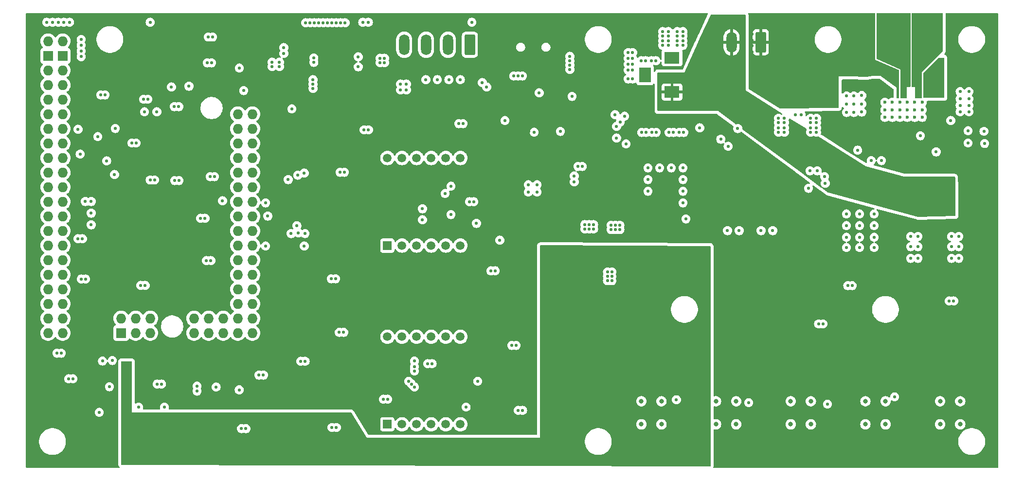
<source format=gbr>
%TF.GenerationSoftware,KiCad,Pcbnew,8.0.3*%
%TF.CreationDate,2024-07-10T22:37:33-04:00*%
%TF.ProjectId,UMTK,554d544b-2e6b-4696-9361-645f70636258,rev?*%
%TF.SameCoordinates,Original*%
%TF.FileFunction,Copper,L2,Inr*%
%TF.FilePolarity,Positive*%
%FSLAX46Y46*%
G04 Gerber Fmt 4.6, Leading zero omitted, Abs format (unit mm)*
G04 Created by KiCad (PCBNEW 8.0.3) date 2024-07-10 22:37:33*
%MOMM*%
%LPD*%
G01*
G04 APERTURE LIST*
G04 Aperture macros list*
%AMRoundRect*
0 Rectangle with rounded corners*
0 $1 Rounding radius*
0 $2 $3 $4 $5 $6 $7 $8 $9 X,Y pos of 4 corners*
0 Add a 4 corners polygon primitive as box body*
4,1,4,$2,$3,$4,$5,$6,$7,$8,$9,$2,$3,0*
0 Add four circle primitives for the rounded corners*
1,1,$1+$1,$2,$3*
1,1,$1+$1,$4,$5*
1,1,$1+$1,$6,$7*
1,1,$1+$1,$8,$9*
0 Add four rect primitives between the rounded corners*
20,1,$1+$1,$2,$3,$4,$5,0*
20,1,$1+$1,$4,$5,$6,$7,0*
20,1,$1+$1,$6,$7,$8,$9,0*
20,1,$1+$1,$8,$9,$2,$3,0*%
G04 Aperture macros list end*
%TA.AperFunction,ComponentPad*%
%ADD10RoundRect,0.250000X0.650000X1.550000X-0.650000X1.550000X-0.650000X-1.550000X0.650000X-1.550000X0*%
%TD*%
%TA.AperFunction,ComponentPad*%
%ADD11O,1.800000X3.600000*%
%TD*%
%TA.AperFunction,ComponentPad*%
%ADD12R,2.600000X2.000000*%
%TD*%
%TA.AperFunction,ComponentPad*%
%ADD13R,2.000000X2.600000*%
%TD*%
%TA.AperFunction,ComponentPad*%
%ADD14R,1.500000X1.500000*%
%TD*%
%TA.AperFunction,ComponentPad*%
%ADD15C,1.500000*%
%TD*%
%TA.AperFunction,HeatsinkPad*%
%ADD16C,0.600000*%
%TD*%
%TA.AperFunction,ComponentPad*%
%ADD17O,1.727200X1.727200*%
%TD*%
%TA.AperFunction,ComponentPad*%
%ADD18R,1.727200X1.727200*%
%TD*%
%TA.AperFunction,ViaPad*%
%ADD19C,0.560000*%
%TD*%
%TA.AperFunction,ViaPad*%
%ADD20C,0.800000*%
%TD*%
G04 APERTURE END LIST*
D10*
%TO.N,/MotorDriver/VM-*%
%TO.C,J1*%
X176987200Y-25577800D03*
D11*
%TO.N,/MotorDriver/VM+*%
X171907200Y-25577800D03*
%TD*%
D12*
%TO.N,+12V*%
%TO.C,J5*%
X132839133Y-34176000D03*
%TO.N,GND*%
X132839133Y-28176000D03*
D13*
X128139133Y-31176000D03*
%TD*%
D14*
%TO.N,Net-(U6-SEG_E)*%
%TO.C,U8*%
X83300000Y-60885000D03*
D15*
%TO.N,Net-(U6-SEG_D)*%
X85840000Y-60885000D03*
%TO.N,Net-(U6-SEG_DP)*%
X88380000Y-60885000D03*
%TO.N,Net-(U6-SEG_C)*%
X90920000Y-60885000D03*
%TO.N,Net-(U6-SEG_G)*%
X93460000Y-60885000D03*
%TO.N,Net-(U6-DIG_3)*%
X96000000Y-60885000D03*
%TO.N,Net-(U6-SEG_B)*%
X96000000Y-45645000D03*
%TO.N,Net-(U6-DIG_2)*%
X93460000Y-45645000D03*
%TO.N,Net-(U6-DIG_1)*%
X90920000Y-45645000D03*
%TO.N,Net-(U6-SEG_F)*%
X88380000Y-45645000D03*
%TO.N,Net-(U6-SEG_A)*%
X85840000Y-45645000D03*
%TO.N,Net-(U6-DIG_0)*%
X83300000Y-45645000D03*
%TD*%
D16*
%TO.N,GND*%
%TO.C,U1*%
X169889000Y-38559500D03*
X171189000Y-38559500D03*
X172489000Y-38559500D03*
X173789000Y-38559500D03*
X175089000Y-38559500D03*
X176389000Y-38559500D03*
X169889000Y-37259500D03*
X171189000Y-37259500D03*
X172489000Y-37259500D03*
X173789000Y-37259500D03*
X175089000Y-37259500D03*
X176389000Y-37259500D03*
X169889000Y-35959500D03*
X171189000Y-35959500D03*
X172489000Y-35959500D03*
X173789000Y-35959500D03*
X175089000Y-35959500D03*
X176389000Y-35959500D03*
%TD*%
D17*
%TO.N,unconnected-(A2-3.3V-Pad3V31)*%
%TO.C,A2*%
X26796000Y-32927000D03*
%TO.N,unconnected-(A2-3.3V-Pad3V32)*%
X24256000Y-32927000D03*
%TO.N,+5V*%
X26796000Y-30387000D03*
%TO.N,unconnected-(A2-SPI_5V-Pad5V2)*%
X42036000Y-76107000D03*
%TO.N,+5V*%
X24256000Y-30387000D03*
%TO.N,/Arduino/Vin_Sense*%
X59816000Y-38007000D03*
%TO.N,/Arduino/VM_Sense*%
X57276000Y-38007000D03*
%TO.N,/Arduino/MOT_SENSE1*%
X59816000Y-40547000D03*
%TO.N,/Arduino/MOT_SENSE2*%
X57276000Y-40547000D03*
%TO.N,unconnected-(A2-PadA4)*%
X59816000Y-43087000D03*
%TO.N,unconnected-(A2-PadA5)*%
X57276000Y-43087000D03*
%TO.N,unconnected-(A2-PadA6)*%
X59816000Y-45627000D03*
%TO.N,unconnected-(A2-PadA7)*%
X57276000Y-45627000D03*
%TO.N,/Arduino/SW_1*%
X59816000Y-48167000D03*
%TO.N,/Arduino/SW_2*%
X57276000Y-48167000D03*
%TO.N,/Arduino/SW_3*%
X59816000Y-50707000D03*
%TO.N,/Arduino/SW_4*%
X57276000Y-50707000D03*
%TO.N,/Arduino/SW_5*%
X59816000Y-53247000D03*
%TO.N,unconnected-(A2-PadA13)*%
X57276000Y-53247000D03*
%TO.N,unconnected-(A2-PadA14)*%
X59816000Y-55787000D03*
%TO.N,unconnected-(A2-PadA15)*%
X57276000Y-55787000D03*
%TO.N,unconnected-(A2-PadAREF)*%
X26796000Y-35467000D03*
%TO.N,unconnected-(A2-D0{slash}RX0-PadD0)*%
X26796000Y-38007000D03*
%TO.N,unconnected-(A2-D1{slash}TX0-PadD1)*%
X24256000Y-38007000D03*
%TO.N,unconnected-(A2-D2_INT0-PadD2)*%
X26796000Y-40547000D03*
%TO.N,/Arduino/SLIDE_DAT*%
X24256000Y-40547000D03*
%TO.N,/Arduino/SLIDE_CLK*%
X26796000Y-43087000D03*
%TO.N,/Arduino/LC_SCK*%
X24256000Y-43087000D03*
%TO.N,/Arduino/LC_DT*%
X26796000Y-45627000D03*
%TO.N,/Arduino/MOT_DISABLE*%
X24256000Y-45627000D03*
%TO.N,/Arduino/MOT_EN_N1*%
X26796000Y-48167000D03*
%TO.N,/Arduino/MOT_PH_IN2*%
X24256000Y-48167000D03*
%TO.N,/Arduino/MOT_nITRIP*%
X26796000Y-50707000D03*
%TO.N,/Arduino/MOT_nOL*%
X24256000Y-50707000D03*
%TO.N,/Arduino/MOT_nFAULT*%
X26796000Y-53247000D03*
%TO.N,/Arduino/MOT_nSLEEP*%
X24256000Y-53247000D03*
%TO.N,unconnected-(A2-D14{slash}TX3-PadD14)*%
X26796000Y-55787000D03*
%TO.N,unconnected-(A2-D15{slash}RX3-PadD15)*%
X24256000Y-55787000D03*
%TO.N,unconnected-(A2-D16{slash}TX2-PadD16)*%
X26796000Y-58327000D03*
%TO.N,unconnected-(A2-D17{slash}RX2-PadD17)*%
X24256000Y-58327000D03*
%TO.N,unconnected-(A2-D18{slash}TX1-PadD18)*%
X26796000Y-60867000D03*
%TO.N,unconnected-(A2-D19{slash}RX1-PadD19)*%
X24256000Y-60867000D03*
%TO.N,unconnected-(A2-D20{slash}SDA-PadD20)*%
X26796000Y-63407000D03*
%TO.N,unconnected-(A2-D21{slash}SCL-PadD21)*%
X24256000Y-63407000D03*
%TO.N,/Arduino/MOT_MODE*%
X26796000Y-65947000D03*
%TO.N,/Arduino/SLIDE_CLK_DIR*%
X24256000Y-65947000D03*
%TO.N,/Arduino/SLIDE_DAT_DIR*%
X26796000Y-68487000D03*
%TO.N,/Arduino/LC_RATE*%
X24256000Y-68487000D03*
%TO.N,/7Seg_Display/CS*%
X26796000Y-71027000D03*
%TO.N,unconnected-(A2-PadD27)*%
X24256000Y-71027000D03*
%TO.N,unconnected-(A2-PadD28)*%
X26796000Y-73567000D03*
%TO.N,unconnected-(A2-PadD29)*%
X24256000Y-73567000D03*
%TO.N,unconnected-(A2-PadD30)*%
X26796000Y-76107000D03*
%TO.N,unconnected-(A2-PadD31)*%
X24256000Y-76107000D03*
%TO.N,unconnected-(A2-PadD32)*%
X59816000Y-58327000D03*
%TO.N,unconnected-(A2-PadD33)*%
X57276000Y-58327000D03*
%TO.N,unconnected-(A2-PadD34)*%
X59816000Y-60867000D03*
%TO.N,unconnected-(A2-PadD35)*%
X57276000Y-60867000D03*
%TO.N,unconnected-(A2-PadD36)*%
X59816000Y-63407000D03*
%TO.N,unconnected-(A2-PadD37)*%
X57276000Y-63407000D03*
%TO.N,unconnected-(A2-PadD38)*%
X59816000Y-65947000D03*
%TO.N,unconnected-(A2-PadD39)*%
X57276000Y-65947000D03*
%TO.N,unconnected-(A2-PadD40)*%
X59816000Y-68487000D03*
%TO.N,unconnected-(A2-PadD41)*%
X57276000Y-68487000D03*
%TO.N,unconnected-(A2-PadD42)*%
X59816000Y-71027000D03*
%TO.N,unconnected-(A2-PadD43)*%
X57276000Y-71027000D03*
%TO.N,unconnected-(A2-PadD44)*%
X59816000Y-73567000D03*
%TO.N,unconnected-(A2-PadD45)*%
X57276000Y-73567000D03*
%TO.N,unconnected-(A2-PadD46)*%
X59816000Y-76107000D03*
%TO.N,unconnected-(A2-PadD47)*%
X57276000Y-76107000D03*
%TO.N,unconnected-(A2-PadD48)*%
X54736000Y-76107000D03*
%TO.N,unconnected-(A2-PadD49)*%
X54736000Y-73567000D03*
%TO.N,unconnected-(A2-D50_MISO-PadD50)*%
X52196000Y-76107000D03*
%TO.N,/7Seg_Display/DIN*%
X52196000Y-73567000D03*
%TO.N,/7Seg_Display/CLK*%
X49656000Y-76107000D03*
%TO.N,unconnected-(A2-D53_CS-PadD53)*%
X49656000Y-73567000D03*
D18*
%TO.N,GND*%
X26796000Y-27847000D03*
X24256000Y-27847000D03*
%TO.N,unconnected-(A2-SPI_GND-PadGND4)*%
X36956000Y-76107000D03*
D17*
%TO.N,unconnected-(A2-SPI_MISO-PadMISO)*%
X42036000Y-73567000D03*
%TO.N,unconnected-(A2-SPI_MOSI-PadMOSI)*%
X39496000Y-76107000D03*
%TO.N,unconnected-(A2-RESET-PadRST1)*%
X24256000Y-35467000D03*
%TO.N,unconnected-(A2-SPI_RESET-PadRST2)*%
X36956000Y-73567000D03*
%TO.N,unconnected-(A2-SPI_SCK-PadSCK)*%
X39496000Y-73567000D03*
%TO.N,unconnected-(A2-VIN-PadVIN1)*%
X26796000Y-25307000D03*
%TO.N,unconnected-(A2-VIN-PadVIN2)*%
X24256000Y-25307000D03*
%TD*%
D10*
%TO.N,GND*%
%TO.C,J3*%
X97660000Y-25932500D03*
D11*
%TO.N,/HX711/LCS+*%
X93850000Y-25932500D03*
%TO.N,/HX711/LCS-*%
X90040000Y-25932500D03*
%TO.N,/HX711/LCE+*%
X86230000Y-25932500D03*
%TD*%
D10*
%TO.N,VMOTOR*%
%TO.C,J2*%
X148281000Y-25487700D03*
D11*
%TO.N,+12V*%
X143201000Y-25487700D03*
%TD*%
D14*
%TO.N,Net-(U6-SEG_E)*%
%TO.C,U7*%
X83300000Y-92000000D03*
D15*
%TO.N,Net-(U6-SEG_D)*%
X85840000Y-92000000D03*
%TO.N,Net-(U6-SEG_DP)*%
X88380000Y-92000000D03*
%TO.N,Net-(U6-SEG_C)*%
X90920000Y-92000000D03*
%TO.N,Net-(U6-SEG_G)*%
X93460000Y-92000000D03*
%TO.N,Net-(U6-DIG_7)*%
X96000000Y-92000000D03*
%TO.N,Net-(U6-SEG_B)*%
X96000000Y-76760000D03*
%TO.N,Net-(U6-DIG_6)*%
X93460000Y-76760000D03*
%TO.N,Net-(U6-DIG_5)*%
X90920000Y-76760000D03*
%TO.N,Net-(U6-SEG_F)*%
X88380000Y-76760000D03*
%TO.N,Net-(U6-SEG_A)*%
X85840000Y-76760000D03*
%TO.N,Net-(U6-DIG_4)*%
X83300000Y-76760000D03*
%TD*%
D19*
%TO.N,/Arduino/VM_Sense*%
X141325600Y-42375000D03*
X58293000Y-33909000D03*
%TO.N,/Arduino/MOT_nSLEEP*%
X176064000Y-41783000D03*
%TO.N,GND*%
X133731000Y-23622000D03*
X34163000Y-34671000D03*
X82804000Y-28272500D03*
X70500000Y-29000000D03*
X30226000Y-59690000D03*
X96469200Y-39674800D03*
X27000000Y-22000000D03*
X30000000Y-27000000D03*
X131191000Y-23622000D03*
X163220400Y-37719000D03*
X119192000Y-57992000D03*
X75692000Y-75996800D03*
X121605000Y-65485000D03*
X165862000Y-36220400D03*
X132207000Y-25273000D03*
D20*
X166500000Y-88000000D03*
X183000000Y-92000000D03*
D19*
X109347000Y-51562000D03*
X25781000Y-79629000D03*
X168021000Y-57404000D03*
X50165000Y-86233000D03*
X125984000Y-27305000D03*
X35433000Y-80899000D03*
X175641000Y-59309000D03*
X152400000Y-41148000D03*
D20*
X127500000Y-92000000D03*
D19*
X31750000Y-55245000D03*
X159105600Y-74523600D03*
X98000000Y-22000000D03*
X163195000Y-61214000D03*
X182981600Y-34086800D03*
X123002000Y-57357000D03*
X43238000Y-85000000D03*
X26543000Y-79629000D03*
X30000000Y-28000000D03*
X42773600Y-49479200D03*
X181864000Y-70510400D03*
X90322400Y-81432400D03*
X133731000Y-24384000D03*
X159512000Y-50038002D03*
X46990000Y-36703000D03*
X52882800Y-24587200D03*
X107823000Y-51562000D03*
X30022800Y-66700400D03*
X137668000Y-40386000D03*
X30000000Y-26000000D03*
X106807000Y-31369000D03*
X152400000Y-39497000D03*
X132207000Y-24384000D03*
X125984000Y-28321000D03*
X63246000Y-28956000D03*
D20*
X127500000Y-88000000D03*
D19*
X106070400Y-89560400D03*
X182753000Y-59309000D03*
X125222000Y-28321000D03*
X132715000Y-47380000D03*
X73533000Y-66675000D03*
X128651000Y-51444000D03*
X79248000Y-40741600D03*
X182753000Y-61087000D03*
X80000000Y-22000000D03*
D20*
X131000000Y-92000000D03*
D19*
X168021000Y-55372000D03*
X92000000Y-32000000D03*
X155295600Y-38100000D03*
X98348800Y-53238400D03*
X182981600Y-36474400D03*
X163195000Y-57404000D03*
X106045000Y-31369000D03*
X52451000Y-48895000D03*
X152400000Y-40386000D03*
X152400000Y-38735000D03*
X39573200Y-43027600D03*
X29819600Y-44958000D03*
X156972000Y-41148000D03*
D20*
X170000000Y-88000000D03*
D19*
X174371000Y-63119000D03*
X134747000Y-24384000D03*
X128651000Y-49412000D03*
X51816000Y-63500000D03*
X187248800Y-43129200D03*
X30000000Y-25000000D03*
X94000000Y-32000000D03*
X79000000Y-22000000D03*
X156972000Y-38735000D03*
D20*
X183000000Y-88000000D03*
D19*
X150368000Y-58293000D03*
X82042000Y-28272500D03*
X122367000Y-66247000D03*
X117668000Y-57992000D03*
X121605000Y-67009000D03*
X119192000Y-57230000D03*
X174371000Y-59309000D03*
X118430000Y-57230000D03*
X51562000Y-56134000D03*
X82804000Y-29034500D03*
X134747000Y-23622000D03*
X46278800Y-49580800D03*
X165862000Y-37642800D03*
X28575000Y-84074000D03*
X109347000Y-50292000D03*
X105283000Y-31369000D03*
X115062000Y-27940000D03*
X175641000Y-63119000D03*
X68986400Y-81026000D03*
X44000000Y-85000000D03*
X156845000Y-47879000D03*
X50800000Y-56134000D03*
X42000000Y-22000000D03*
X26000000Y-22000000D03*
X181483000Y-59309000D03*
X52578000Y-63500000D03*
D20*
X140500000Y-92000000D03*
D19*
X122367000Y-67009000D03*
X156591000Y-50927000D03*
X70500000Y-28238000D03*
X61722000Y-83439000D03*
X46228000Y-36703000D03*
X151384000Y-40386000D03*
X34442400Y-46126400D03*
X63246000Y-29718000D03*
X131191000Y-24384000D03*
X123002000Y-58119000D03*
X184505600Y-34086800D03*
X151384000Y-38735000D03*
X163220400Y-34848800D03*
X134112000Y-41198800D03*
X122367000Y-65485000D03*
X151384000Y-39497000D03*
X157988000Y-38735000D03*
X181483000Y-61087000D03*
X113411000Y-41021000D03*
X53213000Y-48895000D03*
X165481000Y-55372000D03*
X125984000Y-31877000D03*
X104952800Y-78282800D03*
X174371000Y-61087000D03*
X29464000Y-59690000D03*
X82042000Y-29034500D03*
X175641000Y-61087000D03*
X83362800Y-87630000D03*
X75057000Y-48133000D03*
X121605000Y-66247000D03*
X30734000Y-53213000D03*
X42011600Y-49479200D03*
X40843200Y-35407600D03*
X130048000Y-28702000D03*
X102057200Y-65278000D03*
X163195000Y-59436000D03*
X134747000Y-49412000D03*
D20*
X140500000Y-88000000D03*
D19*
X25000000Y-22000000D03*
X163220400Y-36296600D03*
X182981600Y-37592000D03*
X164490400Y-36296600D03*
X57912000Y-92760800D03*
X164490400Y-37719000D03*
D20*
X144000000Y-88000000D03*
X131000000Y-88000000D03*
D19*
X134747000Y-26035000D03*
X125984000Y-29337000D03*
X134747000Y-51444000D03*
X134747000Y-53476000D03*
D20*
X179500000Y-88000000D03*
D19*
X163423600Y-67868800D03*
X96000000Y-32000000D03*
X181102000Y-70510400D03*
X156972000Y-39497000D03*
X148336000Y-58293000D03*
X60960000Y-83439000D03*
X156972000Y-40386000D03*
X52120800Y-24587200D03*
X164185600Y-67868800D03*
X27813000Y-84074000D03*
X142494000Y-58293000D03*
X128651000Y-47380000D03*
X115062000Y-28702000D03*
X165862000Y-34772600D03*
X34925000Y-85471000D03*
X181483000Y-63119000D03*
X182753000Y-63119000D03*
X97586800Y-53238400D03*
X127508000Y-28702000D03*
X151384000Y-41148000D03*
X184505600Y-35356800D03*
X158343600Y-74523600D03*
X184505600Y-36474400D03*
X95707200Y-39674800D03*
D20*
X153500000Y-92000000D03*
D19*
X133096000Y-41198800D03*
X33401000Y-34671000D03*
X58674000Y-92760800D03*
X52705000Y-29083000D03*
X125222000Y-29337000D03*
D20*
X144000000Y-92000000D03*
D19*
X184353200Y-43027600D03*
X31750000Y-57277000D03*
X29464000Y-40640000D03*
X73660000Y-92557600D03*
X159385000Y-48895000D03*
X115062000Y-29464000D03*
X122240000Y-57357000D03*
D20*
X166500000Y-92000000D03*
D19*
X115062000Y-30226000D03*
X167513000Y-46101000D03*
X74422000Y-92557600D03*
X101295200Y-65278000D03*
X130098800Y-41198800D03*
X125984000Y-30353000D03*
X78232000Y-29768000D03*
X182981600Y-35356800D03*
X134747000Y-47380000D03*
X122240000Y-58119000D03*
X105714800Y-78282800D03*
X125222000Y-27305000D03*
D20*
X157000000Y-88000000D03*
D19*
X108839000Y-41148000D03*
X128320800Y-41198800D03*
X50165000Y-85344000D03*
X40386000Y-67818000D03*
X157988000Y-40386000D03*
X132334000Y-41198800D03*
X131191000Y-25273000D03*
D20*
X179500000Y-92000000D03*
D19*
X134874000Y-41198800D03*
X165481000Y-59436000D03*
X187124667Y-40995600D03*
X30784800Y-66700400D03*
D20*
X153500000Y-88000000D03*
D19*
X168021000Y-59436000D03*
X157988000Y-41148000D03*
X123764000Y-58119000D03*
X74295000Y-66675000D03*
X64516000Y-28956000D03*
X38811200Y-43027600D03*
X144526000Y-58293000D03*
X51943000Y-29083000D03*
X41605200Y-35407600D03*
X82600800Y-87630000D03*
X125222000Y-31877000D03*
D20*
X157000000Y-92000000D03*
D19*
X33147000Y-89916000D03*
X80010000Y-40741600D03*
X129336800Y-41198800D03*
X106832400Y-89560400D03*
X125222000Y-30353000D03*
X24000000Y-22000000D03*
X123764000Y-57357000D03*
X68224400Y-81026000D03*
X91084400Y-81432400D03*
X144272000Y-40513000D03*
X78232000Y-28018500D03*
X184353200Y-40894000D03*
X133731000Y-25273000D03*
X90000000Y-32000000D03*
X74930000Y-75996800D03*
X158115000Y-47879000D03*
X133731000Y-26035000D03*
X127558800Y-41198800D03*
X129286000Y-28702000D03*
X64516000Y-29718000D03*
X47040800Y-49580800D03*
X157988000Y-39497000D03*
X132207000Y-26035000D03*
X132207000Y-23622000D03*
X117668000Y-57230000D03*
X31750000Y-53213000D03*
X130683000Y-47380000D03*
X163195000Y-55372000D03*
X28000000Y-22000000D03*
X107823000Y-50292000D03*
X128270000Y-28702000D03*
X165481000Y-61214000D03*
X154279600Y-38100000D03*
X131191000Y-26035000D03*
X184505600Y-37592000D03*
D20*
X170000000Y-92000000D03*
D19*
X164490400Y-34848800D03*
X134747000Y-25273000D03*
X41148000Y-67818000D03*
X165481000Y-57404000D03*
X75819000Y-48133000D03*
X118430000Y-57992000D03*
X168021000Y-61214000D03*
%TO.N,/Arduino/LC_SCK*%
X65278000Y-26416000D03*
%TO.N,/Arduino/MOT_nOL*%
X123825000Y-39370000D03*
X35941000Y-40513000D03*
%TO.N,+5V*%
X133680200Y-64897000D03*
X85598000Y-33782000D03*
X69850000Y-22098000D03*
X134442200Y-65786000D03*
X135966200Y-65786000D03*
X72136000Y-22098000D03*
X85598000Y-32766000D03*
X39497000Y-97536000D03*
X116459000Y-47117000D03*
X114808000Y-63373000D03*
X49000000Y-95500000D03*
X47752000Y-90551000D03*
X48514000Y-90551000D03*
X134442200Y-64897000D03*
X132918200Y-64897000D03*
X135255000Y-56261000D03*
X42164000Y-97536000D03*
X73660000Y-22098000D03*
X117221000Y-47117000D03*
X113919000Y-63373000D03*
X114808000Y-62611000D03*
X49276000Y-90551000D03*
X48500000Y-95000000D03*
X86614000Y-32766000D03*
X70358000Y-32004000D03*
X72898000Y-22098000D03*
X70612000Y-22098000D03*
X132918200Y-65786000D03*
X114808000Y-61849000D03*
X40386000Y-97536000D03*
X37719000Y-97536000D03*
X37973000Y-88265000D03*
X74422000Y-22098000D03*
X135204200Y-64897000D03*
X37973000Y-94234000D03*
X75946000Y-22098000D03*
X113919000Y-61849000D03*
X48000000Y-94500000D03*
X136855200Y-64897000D03*
X71374000Y-22098000D03*
X69088000Y-22098000D03*
X37973000Y-83439000D03*
X169291000Y-46101000D03*
X113919000Y-62611000D03*
X75184000Y-22098000D03*
X135204200Y-65786000D03*
X38608000Y-97536000D03*
X70358000Y-33528000D03*
X41275000Y-97536000D03*
X38735000Y-94234000D03*
X133680200Y-65786000D03*
X136855200Y-65786000D03*
X86614000Y-33782000D03*
X70358000Y-32766000D03*
X135966200Y-64897000D03*
%TO.N,/Arduino/MOT_SENSE1*%
X115824000Y-48768000D03*
X178816000Y-44577000D03*
%TO.N,/Arduino/MOT_SENSE2*%
X181356000Y-39116000D03*
X115824000Y-49784000D03*
%TO.N,/Arduino/SLIDE_CLK*%
X45720000Y-33274000D03*
X32893000Y-41910000D03*
%TO.N,/Arduino/SW_4*%
X159893000Y-88479000D03*
X98806004Y-57023000D03*
X67818000Y-58674000D03*
X54610000Y-53086000D03*
%TO.N,/Arduino/LC_DT*%
X65278000Y-27432000D03*
%TO.N,/Arduino/SW_1*%
X68961000Y-58801000D03*
X62103000Y-53467000D03*
%TO.N,/Arduino/SW_2*%
X133604000Y-87717000D03*
X62484000Y-55753000D03*
X89408000Y-56388000D03*
X67555925Y-57412075D03*
%TO.N,/Arduino/MOT_nITRIP*%
X43180000Y-37592000D03*
X124587000Y-38354000D03*
%TO.N,/7Seg_Display/CS*%
X33706000Y-81000000D03*
%TO.N,/Arduino/SLIDE_DAT*%
X99822000Y-32512000D03*
X115443000Y-34925000D03*
%TO.N,/Arduino/MOT_MODE*%
X165150800Y-44278000D03*
X89408000Y-54483000D03*
X66548000Y-58801000D03*
%TO.N,/Arduino/LC_RATE*%
X48768000Y-33147000D03*
X57531000Y-29972000D03*
%TO.N,/Arduino/SW_5*%
X62103000Y-60960000D03*
X68834000Y-60960000D03*
X102870000Y-59944000D03*
X171577000Y-87209000D03*
%TO.N,/Arduino/SLIDE_DAT_DIR*%
X100584000Y-33274000D03*
X109728000Y-34290000D03*
%TO.N,/Arduino/Vin_Sense*%
X122936000Y-38100000D03*
X103759000Y-39116000D03*
%TO.N,/Arduino/SW_3*%
X94361000Y-55499000D03*
X146177000Y-88225000D03*
X66040000Y-49403000D03*
%TO.N,/Arduino/SLIDE_CLK_DIR*%
X41021000Y-37592000D03*
X66675000Y-37084000D03*
%TO.N,VMOTOR*%
X149095133Y-21935400D03*
X157099000Y-32131000D03*
X177800000Y-30353000D03*
X151384000Y-34417000D03*
X153035000Y-36322000D03*
X170561000Y-31242000D03*
X157988000Y-32893000D03*
X146812000Y-27178000D03*
X177190400Y-32004000D03*
X157607000Y-36322000D03*
X151384000Y-32131000D03*
X171958000Y-32258000D03*
X164084000Y-28448000D03*
X153797000Y-36322000D03*
X170561000Y-30353000D03*
X146809133Y-21935400D03*
X177980667Y-32750800D03*
X157988000Y-34417000D03*
X163322000Y-28448000D03*
X155321000Y-36322000D03*
X177980667Y-31242000D03*
X146809133Y-22987000D03*
X152273000Y-32893000D03*
X157988000Y-32131000D03*
X150114000Y-26126400D03*
X147955000Y-29372600D03*
X178409600Y-29601200D03*
X157099000Y-33655000D03*
X150190200Y-22987000D03*
X179019200Y-29601200D03*
X152273000Y-32131000D03*
X147904200Y-21935400D03*
X150114000Y-27178000D03*
X157099000Y-34417000D03*
X151384000Y-33655000D03*
X179019200Y-28956000D03*
X149145933Y-29372600D03*
X150241000Y-28321000D03*
X179628800Y-28956000D03*
X156845000Y-36322000D03*
X171348400Y-32258000D03*
X146812000Y-25146000D03*
X150241000Y-29372600D03*
X149095133Y-22987000D03*
X146812000Y-26126400D03*
X152273000Y-33655000D03*
X156083000Y-36322000D03*
X147955000Y-28321000D03*
X157099000Y-32893000D03*
X178409600Y-30353000D03*
X150114000Y-24094400D03*
X152273000Y-34417000D03*
X157988000Y-33655000D03*
X152273000Y-36322000D03*
X177980667Y-32004000D03*
X165608000Y-28448000D03*
X162560000Y-29464000D03*
X169900600Y-30810200D03*
X171348400Y-31511200D03*
X150114000Y-25146000D03*
X151384000Y-32893000D03*
X177190400Y-31242000D03*
X149145933Y-28321000D03*
X171348400Y-30749200D03*
X146859933Y-28321000D03*
X177190400Y-32750800D03*
X166370000Y-28448000D03*
X171958000Y-31511200D03*
X146812000Y-24094400D03*
X154559000Y-36322000D03*
X147904200Y-22987000D03*
X164846000Y-28448000D03*
X169926000Y-29972000D03*
X171958000Y-30749200D03*
X162560000Y-30988000D03*
X150190200Y-21935400D03*
X146859933Y-29372600D03*
X162560000Y-30226000D03*
%TO.N,VDD*%
X173736000Y-84034000D03*
X40004000Y-55550000D03*
X149890000Y-72644000D03*
X147223000Y-68991000D03*
X149001000Y-68991000D03*
X35433000Y-83058000D03*
X68580000Y-35306000D03*
X107188000Y-41021000D03*
X166751000Y-44069000D03*
X147066000Y-83907000D03*
X40004000Y-54661000D03*
X40004000Y-56566000D03*
X160020000Y-83907000D03*
X112395000Y-41021000D03*
X67691000Y-35306000D03*
X150779000Y-72644000D03*
X66802000Y-35306000D03*
X149001000Y-72644000D03*
X35433000Y-87630000D03*
X148112000Y-68991000D03*
X107950000Y-41021000D03*
X111633000Y-41021000D03*
X33020000Y-92075000D03*
%TO.N,+12V*%
X181102000Y-50891400D03*
X141398933Y-22885400D03*
X134620000Y-32258000D03*
X176149000Y-51145400D03*
X141224000Y-27178000D03*
X144018000Y-28260000D03*
X133604000Y-32258000D03*
X144018000Y-29311600D03*
X176149000Y-53177400D03*
X144018000Y-22885400D03*
X144907000Y-21833800D03*
X131064000Y-32258000D03*
X142367000Y-29337000D03*
X141224000Y-24094400D03*
X144907000Y-22885400D03*
X176149000Y-54229000D03*
X145034000Y-27178000D03*
X131064000Y-36068000D03*
X145034000Y-25146000D03*
X141398933Y-21833800D03*
X142367000Y-28285400D03*
X134620000Y-36830000D03*
X133604000Y-36830000D03*
X141322733Y-28260000D03*
X144957800Y-28260000D03*
X131064000Y-36830000D03*
X141224000Y-26126400D03*
X133604000Y-31496000D03*
X134620000Y-36068000D03*
X132080000Y-36830000D03*
X134620000Y-31496000D03*
X141224000Y-25146000D03*
X132080000Y-32258000D03*
X142367000Y-21833800D03*
X132080000Y-31496000D03*
X133604000Y-36068000D03*
X181102000Y-52923400D03*
X144018000Y-21833800D03*
X142367000Y-22885400D03*
X145034000Y-26126400D03*
X141322733Y-29311600D03*
X132080000Y-36068000D03*
X131064000Y-31496000D03*
X181102000Y-53975000D03*
X145034000Y-24094400D03*
X176149000Y-52197000D03*
X144957800Y-29311600D03*
X181102000Y-51943000D03*
%TO.N,/MotorDriver/VM+*%
X173789667Y-32766000D03*
X169976800Y-22072600D03*
X170078400Y-24561800D03*
X172389800Y-22072600D03*
X173789667Y-32160997D03*
X170078400Y-25273000D03*
X173027735Y-32152009D03*
X173634400Y-25273000D03*
X173609000Y-26035000D03*
X173027735Y-31588612D03*
X173634400Y-24561800D03*
X171450000Y-22098000D03*
X170688000Y-22072600D03*
X170078400Y-26035000D03*
X173789667Y-31597600D03*
X173101000Y-22072600D03*
X173863000Y-22098000D03*
X173027667Y-32766000D03*
%TO.N,/MotorDriver/VM-*%
X175059735Y-32152009D03*
X175260000Y-26035000D03*
X175059667Y-32766000D03*
X178435000Y-22098000D03*
X175260000Y-22098000D03*
X175821667Y-32766000D03*
X176784000Y-22098000D03*
X176022000Y-22098000D03*
X178993800Y-24511000D03*
X175059735Y-31588612D03*
X178993800Y-26035000D03*
X175260000Y-24511000D03*
X177673000Y-22098000D03*
X178993800Y-25273000D03*
X175260000Y-25273000D03*
X175821667Y-31597600D03*
X179197000Y-22098000D03*
X175821667Y-32160997D03*
%TO.N,Net-(U5-B)*%
X53500000Y-85500000D03*
X40000000Y-89000000D03*
%TO.N,Net-(U6-SEG_A)*%
X87500000Y-85000000D03*
X87000000Y-84500000D03*
X88000000Y-85500000D03*
%TO.N,Net-(U6-DIG_5)*%
X44500000Y-89000000D03*
X57500000Y-86000000D03*
%TO.N,Net-(U6-SEG_F)*%
X88000000Y-81000000D03*
X88000000Y-82730003D03*
X88000000Y-82000000D03*
%TO.N,Net-(U6-SEG_B)*%
X99000000Y-84500000D03*
X97000000Y-89000000D03*
%TO.N,/Arduino/MOT_DISABLE*%
X93345000Y-51816000D03*
X124841000Y-43180000D03*
X67691000Y-48641000D03*
%TO.N,/Arduino/MOT_PH_IN2*%
X68834000Y-48260000D03*
X123190000Y-42164000D03*
X35814000Y-48514000D03*
X94361000Y-50546000D03*
%TO.N,/Arduino/MOT_nFAULT*%
X142595600Y-43589000D03*
%TO.N,/Arduino/MOT_EN_N1*%
X123190000Y-40132000D03*
%TD*%
%TA.AperFunction,Conductor*%
%TO.N,/MotorDriver/VM-*%
G36*
X179906738Y-20418093D02*
G01*
X179932458Y-20462642D01*
X179933600Y-20475700D01*
X179933600Y-27080852D01*
X179916007Y-27129190D01*
X179911574Y-27134026D01*
X176326800Y-30718799D01*
X176326800Y-35164800D01*
X176309207Y-35213138D01*
X176264658Y-35238858D01*
X176251600Y-35240000D01*
X175233600Y-35240000D01*
X175185262Y-35222407D01*
X175159542Y-35177858D01*
X175158400Y-35164800D01*
X175158400Y-33258800D01*
X174624000Y-33258800D01*
X174575662Y-33241207D01*
X174549942Y-33196658D01*
X174548800Y-33183600D01*
X174548800Y-20475700D01*
X174566393Y-20427362D01*
X174610942Y-20401642D01*
X174624000Y-20400500D01*
X179858400Y-20400500D01*
X179906738Y-20418093D01*
G37*
%TD.AperFunction*%
%TD*%
%TA.AperFunction,Conductor*%
%TO.N,/MotorDriver/VM+*%
G36*
X174316438Y-20418093D02*
G01*
X174342158Y-20462642D01*
X174343300Y-20475700D01*
X174343300Y-33183600D01*
X174325707Y-33231938D01*
X174281158Y-33257658D01*
X174268100Y-33258800D01*
X173685200Y-33258800D01*
X173685200Y-35164800D01*
X173667607Y-35213138D01*
X173623058Y-35238858D01*
X173610000Y-35240000D01*
X172642800Y-35240000D01*
X172594462Y-35222407D01*
X172568742Y-35177858D01*
X172567600Y-35164800D01*
X172567600Y-30210799D01*
X168456086Y-28378238D01*
X168419097Y-28342490D01*
X168411500Y-28309552D01*
X168411500Y-20475700D01*
X168429093Y-20427362D01*
X168473642Y-20401642D01*
X168486700Y-20400500D01*
X174268100Y-20400500D01*
X174316438Y-20418093D01*
G37*
%TD.AperFunction*%
%TD*%
%TA.AperFunction,Conductor*%
%TO.N,+12V*%
G36*
X145612039Y-20720685D02*
G01*
X145657794Y-20773489D01*
X145669000Y-20825000D01*
X145669000Y-33909000D01*
X140843000Y-37465000D01*
X130426000Y-37465000D01*
X130358961Y-37445315D01*
X130313206Y-37392511D01*
X130302000Y-37341000D01*
X130302000Y-33128155D01*
X131039133Y-33128155D01*
X131039133Y-33926000D01*
X132106121Y-33926000D01*
X132073208Y-33983007D01*
X132039133Y-34110174D01*
X132039133Y-34241826D01*
X132073208Y-34368993D01*
X132106121Y-34426000D01*
X131039133Y-34426000D01*
X131039133Y-35223844D01*
X131045534Y-35283372D01*
X131045536Y-35283379D01*
X131095778Y-35418086D01*
X131095782Y-35418093D01*
X131181942Y-35533187D01*
X131181945Y-35533190D01*
X131297039Y-35619350D01*
X131297046Y-35619354D01*
X131431753Y-35669596D01*
X131431760Y-35669598D01*
X131491288Y-35675999D01*
X131491305Y-35676000D01*
X132589133Y-35676000D01*
X132589133Y-34676000D01*
X133089133Y-34676000D01*
X133089133Y-35676000D01*
X134186961Y-35676000D01*
X134186977Y-35675999D01*
X134246505Y-35669598D01*
X134246512Y-35669596D01*
X134381219Y-35619354D01*
X134381226Y-35619350D01*
X134496320Y-35533190D01*
X134496323Y-35533187D01*
X134582483Y-35418093D01*
X134582487Y-35418086D01*
X134632729Y-35283379D01*
X134632731Y-35283372D01*
X134639132Y-35223844D01*
X134639133Y-35223827D01*
X134639133Y-34426000D01*
X133572145Y-34426000D01*
X133605058Y-34368993D01*
X133639133Y-34241826D01*
X133639133Y-34110174D01*
X133605058Y-33983007D01*
X133572145Y-33926000D01*
X134639133Y-33926000D01*
X134639133Y-33128172D01*
X134639132Y-33128155D01*
X134632731Y-33068627D01*
X134632729Y-33068620D01*
X134582487Y-32933913D01*
X134582483Y-32933906D01*
X134496323Y-32818812D01*
X134496320Y-32818809D01*
X134381226Y-32732649D01*
X134381219Y-32732645D01*
X134246512Y-32682403D01*
X134246505Y-32682401D01*
X134186977Y-32676000D01*
X133089133Y-32676000D01*
X133089133Y-33676000D01*
X132589133Y-33676000D01*
X132589133Y-32676000D01*
X131491288Y-32676000D01*
X131431760Y-32682401D01*
X131431753Y-32682403D01*
X131297046Y-32732645D01*
X131297039Y-32732649D01*
X131181945Y-32818809D01*
X131181942Y-32818812D01*
X131095782Y-32933906D01*
X131095778Y-32933913D01*
X131045536Y-33068620D01*
X131045534Y-33068627D01*
X131039133Y-33128155D01*
X130302000Y-33128155D01*
X130302000Y-30858000D01*
X130321685Y-30790961D01*
X130374489Y-30745206D01*
X130426000Y-30734000D01*
X135000999Y-30734000D01*
X135001000Y-30734000D01*
X137286852Y-25654328D01*
X137287136Y-25653703D01*
X137829991Y-24477518D01*
X141801000Y-24477518D01*
X141801000Y-25237700D01*
X142652518Y-25237700D01*
X142641889Y-25256109D01*
X142601000Y-25408709D01*
X142601000Y-25566691D01*
X142641889Y-25719291D01*
X142652518Y-25737700D01*
X141801000Y-25737700D01*
X141801000Y-26497881D01*
X141835473Y-26715535D01*
X141903567Y-26925110D01*
X142003613Y-27121460D01*
X142133142Y-27299741D01*
X142288958Y-27455557D01*
X142467239Y-27585086D01*
X142663589Y-27685132D01*
X142873163Y-27753226D01*
X142950999Y-27765554D01*
X142951000Y-27765554D01*
X142951000Y-26036182D01*
X142969409Y-26046811D01*
X143122009Y-26087700D01*
X143279991Y-26087700D01*
X143432591Y-26046811D01*
X143451000Y-26036182D01*
X143451000Y-27765554D01*
X143528834Y-27753226D01*
X143528837Y-27753226D01*
X143738410Y-27685132D01*
X143934760Y-27585086D01*
X144113041Y-27455557D01*
X144268857Y-27299741D01*
X144398386Y-27121460D01*
X144498432Y-26925110D01*
X144566526Y-26715535D01*
X144601000Y-26497881D01*
X144601000Y-25737700D01*
X143749482Y-25737700D01*
X143760111Y-25719291D01*
X143801000Y-25566691D01*
X143801000Y-25408709D01*
X143760111Y-25256109D01*
X143749482Y-25237700D01*
X144601000Y-25237700D01*
X144601000Y-24477518D01*
X144566526Y-24259864D01*
X144498432Y-24050289D01*
X144398386Y-23853939D01*
X144268857Y-23675658D01*
X144113041Y-23519842D01*
X143934760Y-23390313D01*
X143738410Y-23290267D01*
X143528836Y-23222173D01*
X143451000Y-23209844D01*
X143451000Y-24939217D01*
X143432591Y-24928589D01*
X143279991Y-24887700D01*
X143122009Y-24887700D01*
X142969409Y-24928589D01*
X142951000Y-24939217D01*
X142951000Y-23209844D01*
X142873164Y-23222173D01*
X142873161Y-23222173D01*
X142663589Y-23290267D01*
X142467239Y-23390313D01*
X142288958Y-23519842D01*
X142133142Y-23675658D01*
X142003613Y-23853939D01*
X141903567Y-24050289D01*
X141835473Y-24259864D01*
X141801000Y-24477518D01*
X137829991Y-24477518D01*
X139539752Y-20773036D01*
X139585718Y-20720417D01*
X139652339Y-20701000D01*
X145545000Y-20701000D01*
X145612039Y-20720685D01*
G37*
%TD.AperFunction*%
%TD*%
%TA.AperFunction,Conductor*%
%TO.N,VMOTOR*%
G36*
X180211538Y-28196393D02*
G01*
X180237258Y-28240942D01*
X180238400Y-28254000D01*
X180238400Y-35114000D01*
X180220807Y-35162338D01*
X180176258Y-35188058D01*
X180163200Y-35189200D01*
X176607500Y-35189200D01*
X176559162Y-35171607D01*
X176533442Y-35127058D01*
X176532300Y-35114000D01*
X176532300Y-30900048D01*
X176549893Y-30851710D01*
X176554326Y-30846874D01*
X179200374Y-28200826D01*
X179246994Y-28179086D01*
X179253548Y-28178800D01*
X180163200Y-28178800D01*
X180211538Y-28196393D01*
G37*
%TD.AperFunction*%
%TD*%
%TA.AperFunction,Conductor*%
%TO.N,VMOTOR*%
G36*
X168179138Y-20418093D02*
G01*
X168204858Y-20462642D01*
X168206000Y-20475700D01*
X168206000Y-28575000D01*
X172316058Y-30343631D01*
X172353505Y-30378898D01*
X172361533Y-30412707D01*
X172361533Y-35164800D01*
X172343940Y-35213138D01*
X172299391Y-35238858D01*
X172286333Y-35240000D01*
X171979533Y-35240000D01*
X171931195Y-35222407D01*
X171905475Y-35177858D01*
X171904333Y-35164800D01*
X171904333Y-33401000D01*
X171904332Y-33400999D01*
X169164000Y-31369000D01*
X167767000Y-31369000D01*
X166756133Y-31495358D01*
X166745835Y-31495933D01*
X165747809Y-31483040D01*
X164777000Y-31470500D01*
X164776979Y-31470500D01*
X161872000Y-31470500D01*
X161872000Y-36857142D01*
X161854407Y-36905480D01*
X161809858Y-36931200D01*
X161797647Y-36932337D01*
X151618180Y-37047021D01*
X151577235Y-37035443D01*
X146209602Y-33652207D01*
X146178091Y-33611549D01*
X146174500Y-33588590D01*
X146174500Y-23887727D01*
X146881000Y-23887727D01*
X146881000Y-25237700D01*
X147732518Y-25237700D01*
X147721889Y-25256109D01*
X147681000Y-25408709D01*
X147681000Y-25566691D01*
X147721889Y-25719291D01*
X147732518Y-25737700D01*
X146881001Y-25737700D01*
X146881001Y-27087673D01*
X146891494Y-27190394D01*
X146891495Y-27190397D01*
X146946642Y-27356822D01*
X147038681Y-27506042D01*
X147038686Y-27506048D01*
X147162651Y-27630013D01*
X147162657Y-27630018D01*
X147311877Y-27722057D01*
X147478302Y-27777205D01*
X147478301Y-27777205D01*
X147581027Y-27787699D01*
X148031000Y-27787699D01*
X148031000Y-26036182D01*
X148049409Y-26046811D01*
X148202009Y-26087700D01*
X148359991Y-26087700D01*
X148512591Y-26046811D01*
X148531000Y-26036182D01*
X148531000Y-27787699D01*
X148980973Y-27787699D01*
X149083694Y-27777205D01*
X149083697Y-27777204D01*
X149250122Y-27722057D01*
X149399342Y-27630018D01*
X149399348Y-27630013D01*
X149523313Y-27506048D01*
X149523318Y-27506042D01*
X149615357Y-27356822D01*
X149670505Y-27190397D01*
X149681000Y-27087672D01*
X149681000Y-25737700D01*
X148829482Y-25737700D01*
X148840111Y-25719291D01*
X148881000Y-25566691D01*
X148881000Y-25408709D01*
X148840111Y-25256109D01*
X148829482Y-25237700D01*
X149680999Y-25237700D01*
X149680999Y-24847251D01*
X157669500Y-24847251D01*
X157669500Y-25152749D01*
X157709376Y-25455633D01*
X157762528Y-25654000D01*
X157788446Y-25750724D01*
X157788446Y-25750725D01*
X157905354Y-26032966D01*
X158058104Y-26297536D01*
X158244073Y-26539896D01*
X158244085Y-26539910D01*
X158460089Y-26755914D01*
X158460103Y-26755926D01*
X158702463Y-26941895D01*
X158954955Y-27087672D01*
X158967035Y-27094646D01*
X159249278Y-27211555D01*
X159544367Y-27290624D01*
X159847251Y-27330500D01*
X159847254Y-27330500D01*
X160152746Y-27330500D01*
X160152749Y-27330500D01*
X160455633Y-27290624D01*
X160750722Y-27211555D01*
X161032965Y-27094646D01*
X161297534Y-26941897D01*
X161539902Y-26755922D01*
X161755922Y-26539902D01*
X161941897Y-26297534D01*
X162094646Y-26032965D01*
X162211555Y-25750722D01*
X162290624Y-25455633D01*
X162330500Y-25152749D01*
X162330500Y-24847251D01*
X162290624Y-24544367D01*
X162211555Y-24249278D01*
X162094646Y-23967035D01*
X162048857Y-23887727D01*
X161941895Y-23702463D01*
X161755926Y-23460103D01*
X161755914Y-23460089D01*
X161539910Y-23244085D01*
X161539896Y-23244073D01*
X161297536Y-23058104D01*
X161032966Y-22905354D01*
X160750725Y-22788446D01*
X160750723Y-22788445D01*
X160750722Y-22788445D01*
X160455633Y-22709376D01*
X160152749Y-22669500D01*
X159847251Y-22669500D01*
X159544367Y-22709376D01*
X159544363Y-22709377D01*
X159544362Y-22709377D01*
X159357283Y-22759505D01*
X159249278Y-22788445D01*
X159249276Y-22788445D01*
X159249275Y-22788446D01*
X159249274Y-22788446D01*
X158967033Y-22905354D01*
X158702463Y-23058104D01*
X158460103Y-23244073D01*
X158460089Y-23244085D01*
X158244085Y-23460089D01*
X158244073Y-23460103D01*
X158058104Y-23702463D01*
X157905354Y-23967033D01*
X157788446Y-24249274D01*
X157788446Y-24249275D01*
X157742674Y-24420099D01*
X157709376Y-24544367D01*
X157669500Y-24847251D01*
X149680999Y-24847251D01*
X149680999Y-23887726D01*
X149670505Y-23785005D01*
X149670504Y-23785002D01*
X149615357Y-23618577D01*
X149523318Y-23469357D01*
X149523313Y-23469351D01*
X149399348Y-23345386D01*
X149399342Y-23345381D01*
X149250122Y-23253342D01*
X149083697Y-23198194D01*
X149083698Y-23198194D01*
X148980973Y-23187700D01*
X148531000Y-23187700D01*
X148531000Y-24939217D01*
X148512591Y-24928589D01*
X148359991Y-24887700D01*
X148202009Y-24887700D01*
X148049409Y-24928589D01*
X148031000Y-24939217D01*
X148031000Y-23187700D01*
X147581026Y-23187700D01*
X147478305Y-23198194D01*
X147478302Y-23198195D01*
X147311877Y-23253342D01*
X147162657Y-23345381D01*
X147162651Y-23345386D01*
X147038686Y-23469351D01*
X147038681Y-23469357D01*
X146946642Y-23618577D01*
X146891494Y-23785002D01*
X146881000Y-23887727D01*
X146174500Y-23887727D01*
X146174500Y-20825008D01*
X146174500Y-20825000D01*
X146162947Y-20717544D01*
X146151741Y-20666033D01*
X146117613Y-20563496D01*
X146087318Y-20516356D01*
X146075985Y-20466180D01*
X146099556Y-20420459D01*
X146147002Y-20400585D01*
X146150580Y-20400500D01*
X168130800Y-20400500D01*
X168179138Y-20418093D01*
G37*
%TD.AperFunction*%
%TD*%
%TA.AperFunction,Conductor*%
%TO.N,+12V*%
G36*
X145612039Y-20720685D02*
G01*
X145657794Y-20773489D01*
X145669000Y-20825000D01*
X145669000Y-33909000D01*
X151964485Y-37877063D01*
X152010702Y-37929462D01*
X152021253Y-37998530D01*
X151992789Y-38062338D01*
X151964332Y-38086960D01*
X151957967Y-38090959D01*
X151890730Y-38109955D01*
X151826028Y-38090956D01*
X151724789Y-38027344D01*
X151724790Y-38027344D01*
X151558771Y-37969252D01*
X151384003Y-37949561D01*
X151383997Y-37949561D01*
X151209228Y-37969252D01*
X151043209Y-38027344D01*
X150894286Y-38120919D01*
X150769919Y-38245286D01*
X150676344Y-38394209D01*
X150618252Y-38560228D01*
X150598561Y-38734997D01*
X150598561Y-38735002D01*
X150618252Y-38909771D01*
X150676084Y-39075046D01*
X150679645Y-39144825D01*
X150676084Y-39156954D01*
X150618252Y-39322228D01*
X150598561Y-39496997D01*
X150598561Y-39497002D01*
X150618252Y-39671771D01*
X150676344Y-39837790D01*
X150700057Y-39875529D01*
X150719057Y-39942765D01*
X150700057Y-40007471D01*
X150676344Y-40045209D01*
X150618252Y-40211228D01*
X150598561Y-40385997D01*
X150598561Y-40386002D01*
X150618252Y-40560771D01*
X150676084Y-40726046D01*
X150679645Y-40795825D01*
X150676084Y-40807954D01*
X150618252Y-40973228D01*
X150598561Y-41147997D01*
X150598561Y-41148002D01*
X150618252Y-41322771D01*
X150676344Y-41488790D01*
X150739663Y-41589561D01*
X150769919Y-41637713D01*
X150894287Y-41762081D01*
X151043211Y-41855656D01*
X151209223Y-41913746D01*
X151209226Y-41913746D01*
X151209228Y-41913747D01*
X151383997Y-41933439D01*
X151384000Y-41933439D01*
X151384003Y-41933439D01*
X151558771Y-41913747D01*
X151558772Y-41913746D01*
X151558777Y-41913746D01*
X151724789Y-41855656D01*
X151826029Y-41792042D01*
X151893264Y-41773043D01*
X151957970Y-41792042D01*
X152059211Y-41855656D01*
X152225223Y-41913746D01*
X152225226Y-41913746D01*
X152225228Y-41913747D01*
X152399997Y-41933439D01*
X152400000Y-41933439D01*
X152400003Y-41933439D01*
X152574771Y-41913747D01*
X152574772Y-41913746D01*
X152574777Y-41913746D01*
X152740789Y-41855656D01*
X152889713Y-41762081D01*
X153014081Y-41637713D01*
X153107656Y-41488789D01*
X153165746Y-41322777D01*
X153168489Y-41298439D01*
X153185439Y-41148002D01*
X153185439Y-41147997D01*
X153165747Y-40973225D01*
X153107916Y-40807955D01*
X153104354Y-40738176D01*
X153107916Y-40726045D01*
X153165747Y-40560774D01*
X153185439Y-40386002D01*
X153185439Y-40385997D01*
X153165747Y-40211228D01*
X153165746Y-40211226D01*
X153165746Y-40211223D01*
X153107656Y-40045211D01*
X153083944Y-40007473D01*
X153064943Y-39940236D01*
X153083944Y-39875527D01*
X153091946Y-39862790D01*
X153107656Y-39837789D01*
X153165746Y-39671777D01*
X153171552Y-39620254D01*
X153185439Y-39497002D01*
X153185439Y-39496997D01*
X153165747Y-39322225D01*
X153107916Y-39156955D01*
X153104354Y-39087176D01*
X153107916Y-39075045D01*
X153112564Y-39061762D01*
X153165746Y-38909777D01*
X153165746Y-38909775D01*
X153165747Y-38909773D01*
X153172605Y-38848904D01*
X153199671Y-38784489D01*
X153257265Y-38744934D01*
X153327102Y-38742795D01*
X153361939Y-38757882D01*
X156165090Y-40524717D01*
X156211307Y-40577116D01*
X156216012Y-40588663D01*
X156264084Y-40726046D01*
X156267645Y-40795825D01*
X156264084Y-40807954D01*
X156206252Y-40973228D01*
X156186561Y-41147997D01*
X156186561Y-41148002D01*
X156206252Y-41322771D01*
X156264344Y-41488790D01*
X156327663Y-41589561D01*
X156357919Y-41637713D01*
X156482287Y-41762081D01*
X156631211Y-41855656D01*
X156797223Y-41913746D01*
X156797226Y-41913746D01*
X156797228Y-41913747D01*
X156971997Y-41933439D01*
X156972000Y-41933439D01*
X156972003Y-41933439D01*
X157146771Y-41913747D01*
X157146772Y-41913746D01*
X157146777Y-41913746D01*
X157312789Y-41855656D01*
X157414029Y-41792042D01*
X157481264Y-41773043D01*
X157545970Y-41792042D01*
X157647211Y-41855656D01*
X157813223Y-41913746D01*
X157813226Y-41913746D01*
X157813228Y-41913747D01*
X157987997Y-41933439D01*
X157988000Y-41933439D01*
X157988003Y-41933439D01*
X158162772Y-41913747D01*
X158162773Y-41913746D01*
X158162777Y-41913746D01*
X158238816Y-41887138D01*
X158308590Y-41883576D01*
X158345882Y-41899277D01*
X166624000Y-47117000D01*
X166624002Y-47117000D01*
X166624003Y-47117001D01*
X168805133Y-47704228D01*
X173228000Y-48895000D01*
X181995143Y-48895000D01*
X182062182Y-48914685D01*
X182107937Y-48967489D01*
X182119137Y-49017849D01*
X182136750Y-50919965D01*
X182180363Y-55630258D01*
X182161300Y-55697477D01*
X182108922Y-55743719D01*
X182058775Y-55755383D01*
X175658568Y-55879658D01*
X175624029Y-55875446D01*
X160042786Y-51695113D01*
X160001047Y-51674942D01*
X158983177Y-50919965D01*
X158941059Y-50864217D01*
X158937058Y-50811555D01*
X158903920Y-50823916D01*
X158835647Y-50809064D01*
X158821203Y-50799826D01*
X154883300Y-47878997D01*
X156059561Y-47878997D01*
X156059561Y-47879002D01*
X156079252Y-48053771D01*
X156137344Y-48219790D01*
X156175754Y-48280919D01*
X156230919Y-48368713D01*
X156355287Y-48493081D01*
X156504211Y-48586656D01*
X156670223Y-48644746D01*
X156670226Y-48644746D01*
X156670228Y-48644747D01*
X156844997Y-48664439D01*
X156845000Y-48664439D01*
X156845003Y-48664439D01*
X157019771Y-48644747D01*
X157019772Y-48644746D01*
X157019777Y-48644746D01*
X157185789Y-48586656D01*
X157334713Y-48493081D01*
X157392319Y-48435475D01*
X157453642Y-48401990D01*
X157523334Y-48406974D01*
X157567681Y-48435475D01*
X157625287Y-48493081D01*
X157774211Y-48586656D01*
X157940223Y-48644746D01*
X157940226Y-48644746D01*
X157940228Y-48644747D01*
X158114997Y-48664439D01*
X158115000Y-48664439D01*
X158115003Y-48664439D01*
X158289771Y-48644747D01*
X158289772Y-48644746D01*
X158289777Y-48644746D01*
X158455360Y-48586805D01*
X158525137Y-48583245D01*
X158585765Y-48617974D01*
X158617992Y-48679967D01*
X158619533Y-48717731D01*
X158599561Y-48894995D01*
X158599561Y-48895000D01*
X158619252Y-49069771D01*
X158677344Y-49235790D01*
X158770919Y-49384713D01*
X158842109Y-49455903D01*
X158875594Y-49517226D01*
X158870610Y-49586918D01*
X158859422Y-49609556D01*
X158804344Y-49697211D01*
X158746252Y-49863230D01*
X158726561Y-50037999D01*
X158726561Y-50038004D01*
X158746252Y-50212773D01*
X158804344Y-50378792D01*
X158897919Y-50527715D01*
X158982755Y-50612551D01*
X159016240Y-50673874D01*
X159013773Y-50708361D01*
X159030155Y-50699322D01*
X159099868Y-50703999D01*
X159123021Y-50715378D01*
X159171208Y-50745657D01*
X159171211Y-50745658D01*
X159337223Y-50803748D01*
X159337226Y-50803748D01*
X159337228Y-50803749D01*
X159511997Y-50823441D01*
X159512000Y-50823441D01*
X159512003Y-50823441D01*
X159686771Y-50803749D01*
X159686772Y-50803748D01*
X159686777Y-50803748D01*
X159852789Y-50745658D01*
X160001713Y-50652083D01*
X160126081Y-50527715D01*
X160219656Y-50378791D01*
X160277746Y-50212779D01*
X160279475Y-50197439D01*
X160297439Y-50038004D01*
X160297439Y-50037999D01*
X160277747Y-49863230D01*
X160277746Y-49863228D01*
X160277746Y-49863225D01*
X160219656Y-49697213D01*
X160126081Y-49548289D01*
X160054890Y-49477098D01*
X160021406Y-49415774D01*
X160026391Y-49346083D01*
X160037578Y-49323445D01*
X160092655Y-49235790D01*
X160092656Y-49235789D01*
X160150746Y-49069777D01*
X160170439Y-48895000D01*
X160170439Y-48894997D01*
X160150747Y-48720228D01*
X160150746Y-48720226D01*
X160150746Y-48720223D01*
X160092656Y-48554211D01*
X159999081Y-48405287D01*
X159874713Y-48280919D01*
X159777427Y-48219790D01*
X159725790Y-48187344D01*
X159559771Y-48129252D01*
X159385003Y-48109561D01*
X159384997Y-48109561D01*
X159210228Y-48129252D01*
X159044640Y-48187193D01*
X158974861Y-48190754D01*
X158914234Y-48156025D01*
X158882007Y-48094031D01*
X158880466Y-48056267D01*
X158900439Y-47879002D01*
X158900439Y-47878997D01*
X158880747Y-47704228D01*
X158880746Y-47704226D01*
X158880746Y-47704223D01*
X158822656Y-47538211D01*
X158729081Y-47389287D01*
X158604713Y-47264919D01*
X158455790Y-47171344D01*
X158289771Y-47113252D01*
X158115003Y-47093561D01*
X158114997Y-47093561D01*
X157940228Y-47113252D01*
X157774209Y-47171344D01*
X157625286Y-47264919D01*
X157567681Y-47322525D01*
X157506358Y-47356010D01*
X157436666Y-47351026D01*
X157392319Y-47322525D01*
X157334713Y-47264919D01*
X157185790Y-47171344D01*
X157019771Y-47113252D01*
X156845003Y-47093561D01*
X156844997Y-47093561D01*
X156670228Y-47113252D01*
X156504209Y-47171344D01*
X156355286Y-47264919D01*
X156230919Y-47389286D01*
X156137344Y-47538209D01*
X156079252Y-47704228D01*
X156059561Y-47878997D01*
X154883300Y-47878997D01*
X145106677Y-40627462D01*
X145064559Y-40571714D01*
X145058078Y-40519964D01*
X145057439Y-40519964D01*
X145057439Y-40514864D01*
X145057328Y-40513981D01*
X145057439Y-40513000D01*
X145046212Y-40413361D01*
X145037747Y-40338228D01*
X145037746Y-40338226D01*
X145037746Y-40338223D01*
X144979656Y-40172211D01*
X144886081Y-40023287D01*
X144761713Y-39898919D01*
X144724485Y-39875527D01*
X144612790Y-39805344D01*
X144446771Y-39747252D01*
X144272003Y-39727561D01*
X144271997Y-39727561D01*
X144097223Y-39747253D01*
X144038819Y-39767689D01*
X143969040Y-39771250D01*
X143923995Y-39750241D01*
X140843000Y-37465000D01*
X130426000Y-37465000D01*
X130358961Y-37445315D01*
X130313206Y-37392511D01*
X130302000Y-37341000D01*
X130302000Y-33128155D01*
X131039133Y-33128155D01*
X131039133Y-33926000D01*
X132106121Y-33926000D01*
X132073208Y-33983007D01*
X132039133Y-34110174D01*
X132039133Y-34241826D01*
X132073208Y-34368993D01*
X132106121Y-34426000D01*
X131039133Y-34426000D01*
X131039133Y-35223844D01*
X131045534Y-35283372D01*
X131045536Y-35283379D01*
X131095778Y-35418086D01*
X131095782Y-35418093D01*
X131181942Y-35533187D01*
X131181945Y-35533190D01*
X131297039Y-35619350D01*
X131297046Y-35619354D01*
X131431753Y-35669596D01*
X131431760Y-35669598D01*
X131491288Y-35675999D01*
X131491305Y-35676000D01*
X132589133Y-35676000D01*
X132589133Y-34676000D01*
X133089133Y-34676000D01*
X133089133Y-35676000D01*
X134186961Y-35676000D01*
X134186977Y-35675999D01*
X134246505Y-35669598D01*
X134246512Y-35669596D01*
X134381219Y-35619354D01*
X134381226Y-35619350D01*
X134496320Y-35533190D01*
X134496323Y-35533187D01*
X134582483Y-35418093D01*
X134582487Y-35418086D01*
X134632729Y-35283379D01*
X134632731Y-35283372D01*
X134639132Y-35223844D01*
X134639133Y-35223827D01*
X134639133Y-34426000D01*
X133572145Y-34426000D01*
X133605058Y-34368993D01*
X133639133Y-34241826D01*
X133639133Y-34110174D01*
X133605058Y-33983007D01*
X133572145Y-33926000D01*
X134639133Y-33926000D01*
X134639133Y-33128172D01*
X134639132Y-33128155D01*
X134632731Y-33068627D01*
X134632729Y-33068620D01*
X134582487Y-32933913D01*
X134582483Y-32933906D01*
X134496323Y-32818812D01*
X134496320Y-32818809D01*
X134381226Y-32732649D01*
X134381219Y-32732645D01*
X134246512Y-32682403D01*
X134246505Y-32682401D01*
X134186977Y-32676000D01*
X133089133Y-32676000D01*
X133089133Y-33676000D01*
X132589133Y-33676000D01*
X132589133Y-32676000D01*
X131491288Y-32676000D01*
X131431760Y-32682401D01*
X131431753Y-32682403D01*
X131297046Y-32732645D01*
X131297039Y-32732649D01*
X131181945Y-32818809D01*
X131181942Y-32818812D01*
X131095782Y-32933906D01*
X131095778Y-32933913D01*
X131045536Y-33068620D01*
X131045534Y-33068627D01*
X131039133Y-33128155D01*
X130302000Y-33128155D01*
X130302000Y-30858000D01*
X130321685Y-30790961D01*
X130374489Y-30745206D01*
X130426000Y-30734000D01*
X135000999Y-30734000D01*
X135001000Y-30734000D01*
X137286852Y-25654328D01*
X137287136Y-25653703D01*
X137829991Y-24477518D01*
X141801000Y-24477518D01*
X141801000Y-25237700D01*
X142652518Y-25237700D01*
X142641889Y-25256109D01*
X142601000Y-25408709D01*
X142601000Y-25566691D01*
X142641889Y-25719291D01*
X142652518Y-25737700D01*
X141801000Y-25737700D01*
X141801000Y-26497881D01*
X141835473Y-26715535D01*
X141903567Y-26925110D01*
X142003613Y-27121460D01*
X142133142Y-27299741D01*
X142288958Y-27455557D01*
X142467239Y-27585086D01*
X142663589Y-27685132D01*
X142873163Y-27753226D01*
X142950999Y-27765554D01*
X142951000Y-27765554D01*
X142951000Y-26036182D01*
X142969409Y-26046811D01*
X143122009Y-26087700D01*
X143279991Y-26087700D01*
X143432591Y-26046811D01*
X143451000Y-26036182D01*
X143451000Y-27765554D01*
X143528834Y-27753226D01*
X143528837Y-27753226D01*
X143738410Y-27685132D01*
X143934760Y-27585086D01*
X144113041Y-27455557D01*
X144268857Y-27299741D01*
X144398386Y-27121460D01*
X144498432Y-26925110D01*
X144566526Y-26715535D01*
X144601000Y-26497881D01*
X144601000Y-25737700D01*
X143749482Y-25737700D01*
X143760111Y-25719291D01*
X143801000Y-25566691D01*
X143801000Y-25408709D01*
X143760111Y-25256109D01*
X143749482Y-25237700D01*
X144601000Y-25237700D01*
X144601000Y-24477518D01*
X144566526Y-24259864D01*
X144498432Y-24050289D01*
X144398386Y-23853939D01*
X144268857Y-23675658D01*
X144113041Y-23519842D01*
X143934760Y-23390313D01*
X143738410Y-23290267D01*
X143528836Y-23222173D01*
X143451000Y-23209844D01*
X143451000Y-24939217D01*
X143432591Y-24928589D01*
X143279991Y-24887700D01*
X143122009Y-24887700D01*
X142969409Y-24928589D01*
X142951000Y-24939217D01*
X142951000Y-23209844D01*
X142873164Y-23222173D01*
X142873161Y-23222173D01*
X142663589Y-23290267D01*
X142467239Y-23390313D01*
X142288958Y-23519842D01*
X142133142Y-23675658D01*
X142003613Y-23853939D01*
X141903567Y-24050289D01*
X141835473Y-24259864D01*
X141801000Y-24477518D01*
X137829991Y-24477518D01*
X139539752Y-20773036D01*
X139585718Y-20720417D01*
X139652339Y-20701000D01*
X145545000Y-20701000D01*
X145612039Y-20720685D01*
G37*
%TD.AperFunction*%
%TD*%
%TA.AperFunction,Conductor*%
%TO.N,+5V*%
G36*
X139449531Y-60959472D02*
G01*
X139516485Y-60979443D01*
X139562013Y-61032442D01*
X139573000Y-61083471D01*
X139573000Y-99189692D01*
X139553315Y-99256731D01*
X139500511Y-99302486D01*
X139448693Y-99313692D01*
X37080693Y-99060306D01*
X37013703Y-99040455D01*
X36968078Y-98987538D01*
X36957000Y-98936306D01*
X36957000Y-94847243D01*
X117669500Y-94847243D01*
X117669500Y-95152756D01*
X117709375Y-95455630D01*
X117788445Y-95750722D01*
X117905349Y-96032955D01*
X117905357Y-96032972D01*
X117997202Y-96192050D01*
X118058103Y-96297534D01*
X118058105Y-96297537D01*
X118058106Y-96297538D01*
X118244076Y-96539900D01*
X118244082Y-96539907D01*
X118460092Y-96755917D01*
X118460098Y-96755922D01*
X118702466Y-96941897D01*
X118872506Y-97040070D01*
X118967027Y-97094642D01*
X118967032Y-97094644D01*
X118967035Y-97094646D01*
X118967039Y-97094647D01*
X118967044Y-97094650D01*
X119056555Y-97131726D01*
X119249278Y-97211555D01*
X119544367Y-97290624D01*
X119847251Y-97330500D01*
X119847258Y-97330500D01*
X120152742Y-97330500D01*
X120152749Y-97330500D01*
X120455633Y-97290624D01*
X120750722Y-97211555D01*
X121032965Y-97094646D01*
X121297534Y-96941897D01*
X121539902Y-96755922D01*
X121755922Y-96539902D01*
X121941897Y-96297534D01*
X122094646Y-96032965D01*
X122211555Y-95750722D01*
X122290624Y-95455633D01*
X122330500Y-95152749D01*
X122330500Y-94847251D01*
X122290624Y-94544367D01*
X122211555Y-94249278D01*
X122094646Y-93967035D01*
X122094644Y-93967032D01*
X122094642Y-93967027D01*
X122040070Y-93872506D01*
X121941897Y-93702466D01*
X121762535Y-93468716D01*
X121755923Y-93460099D01*
X121755917Y-93460092D01*
X121539907Y-93244082D01*
X121539900Y-93244076D01*
X121297538Y-93058106D01*
X121297537Y-93058105D01*
X121297534Y-93058103D01*
X121183614Y-92992331D01*
X121032972Y-92905357D01*
X121032955Y-92905349D01*
X120750722Y-92788445D01*
X120455630Y-92709375D01*
X120152756Y-92669500D01*
X120152749Y-92669500D01*
X119847251Y-92669500D01*
X119847243Y-92669500D01*
X119544369Y-92709375D01*
X119249277Y-92788445D01*
X118967044Y-92905349D01*
X118967027Y-92905357D01*
X118702461Y-93058106D01*
X118460099Y-93244076D01*
X118460092Y-93244082D01*
X118244082Y-93460092D01*
X118244076Y-93460099D01*
X118058106Y-93702461D01*
X117905357Y-93967027D01*
X117905349Y-93967044D01*
X117788445Y-94249277D01*
X117709375Y-94544369D01*
X117669500Y-94847243D01*
X36957000Y-94847243D01*
X36957000Y-92760797D01*
X57126561Y-92760797D01*
X57126561Y-92760802D01*
X57146252Y-92935571D01*
X57204344Y-93101590D01*
X57262281Y-93193796D01*
X57297919Y-93250513D01*
X57422287Y-93374881D01*
X57510372Y-93430229D01*
X57557899Y-93460092D01*
X57571211Y-93468456D01*
X57737223Y-93526546D01*
X57737226Y-93526546D01*
X57737228Y-93526547D01*
X57911997Y-93546239D01*
X57912000Y-93546239D01*
X57912003Y-93546239D01*
X58086774Y-93526547D01*
X58086777Y-93526546D01*
X58252046Y-93468715D01*
X58321824Y-93465154D01*
X58333949Y-93468714D01*
X58421288Y-93499275D01*
X58499225Y-93526547D01*
X58673997Y-93546239D01*
X58674000Y-93546239D01*
X58674003Y-93546239D01*
X58848771Y-93526547D01*
X58848772Y-93526546D01*
X58848777Y-93526546D01*
X59014789Y-93468456D01*
X59163713Y-93374881D01*
X59288081Y-93250513D01*
X59381656Y-93101589D01*
X59439746Y-92935577D01*
X59443152Y-92905354D01*
X59459439Y-92760802D01*
X59459439Y-92760797D01*
X59439747Y-92586028D01*
X59439746Y-92586026D01*
X59439746Y-92586023D01*
X59429799Y-92557597D01*
X72874561Y-92557597D01*
X72874561Y-92557602D01*
X72894252Y-92732371D01*
X72952344Y-92898390D01*
X73045919Y-93047313D01*
X73170287Y-93171681D01*
X73205483Y-93193796D01*
X73295747Y-93250513D01*
X73319211Y-93265256D01*
X73485223Y-93323346D01*
X73485226Y-93323346D01*
X73485228Y-93323347D01*
X73659997Y-93343039D01*
X73660000Y-93343039D01*
X73660003Y-93343039D01*
X73834774Y-93323347D01*
X73834777Y-93323346D01*
X74000046Y-93265515D01*
X74069824Y-93261954D01*
X74081949Y-93265514D01*
X74169288Y-93296075D01*
X74247225Y-93323347D01*
X74421997Y-93343039D01*
X74422000Y-93343039D01*
X74422003Y-93343039D01*
X74596771Y-93323347D01*
X74596772Y-93323346D01*
X74596777Y-93323346D01*
X74762789Y-93265256D01*
X74911713Y-93171681D01*
X75036081Y-93047313D01*
X75129656Y-92898389D01*
X75187746Y-92732377D01*
X75199548Y-92627639D01*
X75207439Y-92557602D01*
X75207439Y-92557597D01*
X75187747Y-92382828D01*
X75187746Y-92382826D01*
X75187746Y-92382823D01*
X75129656Y-92216811D01*
X75036081Y-92067887D01*
X74911713Y-91943519D01*
X74768043Y-91853245D01*
X74762790Y-91849944D01*
X74596771Y-91791852D01*
X74422003Y-91772161D01*
X74421997Y-91772161D01*
X74247228Y-91791852D01*
X74081954Y-91849684D01*
X74012175Y-91853245D01*
X74000046Y-91849684D01*
X73834771Y-91791852D01*
X73660003Y-91772161D01*
X73659997Y-91772161D01*
X73485228Y-91791852D01*
X73319209Y-91849944D01*
X73170286Y-91943519D01*
X73045919Y-92067886D01*
X72952344Y-92216809D01*
X72894252Y-92382828D01*
X72874561Y-92557597D01*
X59429799Y-92557597D01*
X59381656Y-92420011D01*
X59358292Y-92382828D01*
X59288080Y-92271086D01*
X59163713Y-92146719D01*
X59014790Y-92053144D01*
X58848771Y-91995052D01*
X58674003Y-91975361D01*
X58673997Y-91975361D01*
X58499228Y-91995052D01*
X58333954Y-92052884D01*
X58264175Y-92056445D01*
X58252046Y-92052884D01*
X58086771Y-91995052D01*
X57912003Y-91975361D01*
X57911997Y-91975361D01*
X57737228Y-91995052D01*
X57571209Y-92053144D01*
X57422286Y-92146719D01*
X57297919Y-92271086D01*
X57204344Y-92420009D01*
X57146252Y-92586028D01*
X57126561Y-92760797D01*
X36957000Y-92760797D01*
X36957000Y-81150000D01*
X36976685Y-81082961D01*
X37029489Y-81037206D01*
X37081000Y-81026000D01*
X38738000Y-81026000D01*
X38805039Y-81045685D01*
X38850794Y-81098489D01*
X38862000Y-81150000D01*
X38862000Y-89916000D01*
X76893481Y-89916000D01*
X76960520Y-89935685D01*
X76998464Y-89974011D01*
X79755999Y-94361000D01*
X79756000Y-94361000D01*
X109855000Y-94361000D01*
X109855000Y-92000000D01*
X126594540Y-92000000D01*
X126614326Y-92188256D01*
X126614327Y-92188259D01*
X126672818Y-92368277D01*
X126672821Y-92368284D01*
X126767467Y-92532216D01*
X126815920Y-92586028D01*
X126894129Y-92672888D01*
X127047265Y-92784148D01*
X127047270Y-92784151D01*
X127220192Y-92861142D01*
X127220197Y-92861144D01*
X127405354Y-92900500D01*
X127405355Y-92900500D01*
X127594644Y-92900500D01*
X127594646Y-92900500D01*
X127779803Y-92861144D01*
X127952730Y-92784151D01*
X128105871Y-92672888D01*
X128232533Y-92532216D01*
X128327179Y-92368284D01*
X128385674Y-92188256D01*
X128405460Y-92000000D01*
X130094540Y-92000000D01*
X130114326Y-92188256D01*
X130114327Y-92188259D01*
X130172818Y-92368277D01*
X130172821Y-92368284D01*
X130267467Y-92532216D01*
X130315920Y-92586028D01*
X130394129Y-92672888D01*
X130547265Y-92784148D01*
X130547270Y-92784151D01*
X130720192Y-92861142D01*
X130720197Y-92861144D01*
X130905354Y-92900500D01*
X130905355Y-92900500D01*
X131094644Y-92900500D01*
X131094646Y-92900500D01*
X131279803Y-92861144D01*
X131452730Y-92784151D01*
X131605871Y-92672888D01*
X131732533Y-92532216D01*
X131827179Y-92368284D01*
X131885674Y-92188256D01*
X131905460Y-92000000D01*
X131885674Y-91811744D01*
X131827179Y-91631716D01*
X131732533Y-91467784D01*
X131605871Y-91327112D01*
X131605870Y-91327111D01*
X131452734Y-91215851D01*
X131452729Y-91215848D01*
X131279807Y-91138857D01*
X131279802Y-91138855D01*
X131134001Y-91107865D01*
X131094646Y-91099500D01*
X130905354Y-91099500D01*
X130872897Y-91106398D01*
X130720197Y-91138855D01*
X130720192Y-91138857D01*
X130547270Y-91215848D01*
X130547265Y-91215851D01*
X130394129Y-91327111D01*
X130267466Y-91467785D01*
X130172821Y-91631715D01*
X130172818Y-91631722D01*
X130114327Y-91811740D01*
X130114326Y-91811744D01*
X130094540Y-92000000D01*
X128405460Y-92000000D01*
X128385674Y-91811744D01*
X128327179Y-91631716D01*
X128232533Y-91467784D01*
X128105871Y-91327112D01*
X128105870Y-91327111D01*
X127952734Y-91215851D01*
X127952729Y-91215848D01*
X127779807Y-91138857D01*
X127779802Y-91138855D01*
X127634001Y-91107865D01*
X127594646Y-91099500D01*
X127405354Y-91099500D01*
X127372897Y-91106398D01*
X127220197Y-91138855D01*
X127220192Y-91138857D01*
X127047270Y-91215848D01*
X127047265Y-91215851D01*
X126894129Y-91327111D01*
X126767466Y-91467785D01*
X126672821Y-91631715D01*
X126672818Y-91631722D01*
X126614327Y-91811740D01*
X126614326Y-91811744D01*
X126594540Y-92000000D01*
X109855000Y-92000000D01*
X109855000Y-88000000D01*
X126594540Y-88000000D01*
X126614326Y-88188256D01*
X126614327Y-88188259D01*
X126672818Y-88368277D01*
X126672821Y-88368284D01*
X126767467Y-88532216D01*
X126881814Y-88659211D01*
X126894129Y-88672888D01*
X127047265Y-88784148D01*
X127047270Y-88784151D01*
X127220192Y-88861142D01*
X127220197Y-88861144D01*
X127405354Y-88900500D01*
X127405355Y-88900500D01*
X127594644Y-88900500D01*
X127594646Y-88900500D01*
X127779803Y-88861144D01*
X127952730Y-88784151D01*
X128105871Y-88672888D01*
X128232533Y-88532216D01*
X128327179Y-88368284D01*
X128385674Y-88188256D01*
X128405460Y-88000000D01*
X130094540Y-88000000D01*
X130114326Y-88188256D01*
X130114327Y-88188259D01*
X130172818Y-88368277D01*
X130172821Y-88368284D01*
X130267467Y-88532216D01*
X130381814Y-88659211D01*
X130394129Y-88672888D01*
X130547265Y-88784148D01*
X130547270Y-88784151D01*
X130720192Y-88861142D01*
X130720197Y-88861144D01*
X130905354Y-88900500D01*
X130905355Y-88900500D01*
X131094644Y-88900500D01*
X131094646Y-88900500D01*
X131279803Y-88861144D01*
X131452730Y-88784151D01*
X131605871Y-88672888D01*
X131732533Y-88532216D01*
X131827179Y-88368284D01*
X131885674Y-88188256D01*
X131905460Y-88000000D01*
X131885674Y-87811744D01*
X131854889Y-87716997D01*
X132818561Y-87716997D01*
X132818561Y-87717002D01*
X132838252Y-87891771D01*
X132896344Y-88057790D01*
X132935253Y-88119713D01*
X132989919Y-88206713D01*
X133114287Y-88331081D01*
X133263211Y-88424656D01*
X133429223Y-88482746D01*
X133429226Y-88482746D01*
X133429228Y-88482747D01*
X133603997Y-88502439D01*
X133604000Y-88502439D01*
X133604003Y-88502439D01*
X133778771Y-88482747D01*
X133778772Y-88482746D01*
X133778777Y-88482746D01*
X133944789Y-88424656D01*
X134093713Y-88331081D01*
X134218081Y-88206713D01*
X134311656Y-88057789D01*
X134369746Y-87891777D01*
X134389439Y-87717000D01*
X134389439Y-87716997D01*
X134369747Y-87542228D01*
X134369746Y-87542226D01*
X134369746Y-87542223D01*
X134311656Y-87376211D01*
X134280804Y-87327111D01*
X134218080Y-87227286D01*
X134093713Y-87102919D01*
X133944790Y-87009344D01*
X133778771Y-86951252D01*
X133604003Y-86931561D01*
X133603997Y-86931561D01*
X133429228Y-86951252D01*
X133263209Y-87009344D01*
X133114286Y-87102919D01*
X132989919Y-87227286D01*
X132896344Y-87376209D01*
X132838252Y-87542228D01*
X132818561Y-87716997D01*
X131854889Y-87716997D01*
X131827179Y-87631716D01*
X131732533Y-87467784D01*
X131605871Y-87327112D01*
X131553705Y-87289211D01*
X131452734Y-87215851D01*
X131452729Y-87215848D01*
X131279807Y-87138857D01*
X131279802Y-87138855D01*
X131110731Y-87102919D01*
X131094646Y-87099500D01*
X130905354Y-87099500D01*
X130889269Y-87102919D01*
X130720197Y-87138855D01*
X130720192Y-87138857D01*
X130547270Y-87215848D01*
X130547265Y-87215851D01*
X130394129Y-87327111D01*
X130267466Y-87467785D01*
X130172821Y-87631715D01*
X130172818Y-87631722D01*
X130114327Y-87811740D01*
X130114326Y-87811744D01*
X130094540Y-88000000D01*
X128405460Y-88000000D01*
X128385674Y-87811744D01*
X128327179Y-87631716D01*
X128232533Y-87467784D01*
X128105871Y-87327112D01*
X128053705Y-87289211D01*
X127952734Y-87215851D01*
X127952729Y-87215848D01*
X127779807Y-87138857D01*
X127779802Y-87138855D01*
X127610731Y-87102919D01*
X127594646Y-87099500D01*
X127405354Y-87099500D01*
X127389269Y-87102919D01*
X127220197Y-87138855D01*
X127220192Y-87138857D01*
X127047270Y-87215848D01*
X127047265Y-87215851D01*
X126894129Y-87327111D01*
X126767466Y-87467785D01*
X126672821Y-87631715D01*
X126672818Y-87631722D01*
X126614327Y-87811740D01*
X126614326Y-87811744D01*
X126594540Y-88000000D01*
X109855000Y-88000000D01*
X109855000Y-71847243D01*
X132669500Y-71847243D01*
X132669500Y-72152756D01*
X132709375Y-72455630D01*
X132788445Y-72750722D01*
X132905349Y-73032955D01*
X132905357Y-73032972D01*
X132997202Y-73192050D01*
X133058103Y-73297534D01*
X133058105Y-73297537D01*
X133058106Y-73297538D01*
X133244076Y-73539900D01*
X133244082Y-73539907D01*
X133460092Y-73755917D01*
X133460098Y-73755922D01*
X133702466Y-73941897D01*
X133822920Y-74011441D01*
X133967027Y-74094642D01*
X133967032Y-74094644D01*
X133967035Y-74094646D01*
X133967039Y-74094647D01*
X133967044Y-74094650D01*
X134000071Y-74108330D01*
X134249278Y-74211555D01*
X134544367Y-74290624D01*
X134847251Y-74330500D01*
X134847258Y-74330500D01*
X135152742Y-74330500D01*
X135152749Y-74330500D01*
X135455633Y-74290624D01*
X135750722Y-74211555D01*
X136032965Y-74094646D01*
X136297534Y-73941897D01*
X136539902Y-73755922D01*
X136755922Y-73539902D01*
X136941897Y-73297534D01*
X137094646Y-73032965D01*
X137211555Y-72750722D01*
X137290624Y-72455633D01*
X137330500Y-72152749D01*
X137330500Y-71847251D01*
X137290624Y-71544367D01*
X137211555Y-71249278D01*
X137094646Y-70967035D01*
X137094644Y-70967032D01*
X137094642Y-70967027D01*
X137040070Y-70872506D01*
X136941897Y-70702466D01*
X136755922Y-70460098D01*
X136755917Y-70460092D01*
X136539907Y-70244082D01*
X136539900Y-70244076D01*
X136297538Y-70058106D01*
X136297537Y-70058105D01*
X136297534Y-70058103D01*
X136192050Y-69997202D01*
X136032972Y-69905357D01*
X136032955Y-69905349D01*
X135750722Y-69788445D01*
X135455630Y-69709375D01*
X135152756Y-69669500D01*
X135152749Y-69669500D01*
X134847251Y-69669500D01*
X134847243Y-69669500D01*
X134544369Y-69709375D01*
X134249277Y-69788445D01*
X133967044Y-69905349D01*
X133967027Y-69905357D01*
X133702461Y-70058106D01*
X133460099Y-70244076D01*
X133460092Y-70244082D01*
X133244082Y-70460092D01*
X133244076Y-70460099D01*
X133058106Y-70702461D01*
X132905357Y-70967027D01*
X132905349Y-70967044D01*
X132788445Y-71249277D01*
X132709375Y-71544369D01*
X132669500Y-71847243D01*
X109855000Y-71847243D01*
X109855000Y-65484997D01*
X120819561Y-65484997D01*
X120819561Y-65485002D01*
X120839252Y-65659771D01*
X120897084Y-65825046D01*
X120900645Y-65894825D01*
X120897084Y-65906954D01*
X120839252Y-66072228D01*
X120819561Y-66246997D01*
X120819561Y-66247002D01*
X120839252Y-66421771D01*
X120897084Y-66587046D01*
X120900645Y-66656825D01*
X120897084Y-66668954D01*
X120839252Y-66834228D01*
X120819561Y-67008997D01*
X120819561Y-67009002D01*
X120839252Y-67183771D01*
X120897344Y-67349790D01*
X120954496Y-67440746D01*
X120990919Y-67498713D01*
X121115287Y-67623081D01*
X121264211Y-67716656D01*
X121430223Y-67774746D01*
X121430226Y-67774746D01*
X121430228Y-67774747D01*
X121604997Y-67794439D01*
X121605000Y-67794439D01*
X121605003Y-67794439D01*
X121779774Y-67774747D01*
X121779777Y-67774746D01*
X121945046Y-67716915D01*
X122014824Y-67713354D01*
X122026949Y-67716914D01*
X122114288Y-67747475D01*
X122192225Y-67774747D01*
X122366997Y-67794439D01*
X122367000Y-67794439D01*
X122367003Y-67794439D01*
X122541771Y-67774747D01*
X122541772Y-67774746D01*
X122541777Y-67774746D01*
X122707789Y-67716656D01*
X122856713Y-67623081D01*
X122981081Y-67498713D01*
X123074656Y-67349789D01*
X123132746Y-67183777D01*
X123138174Y-67135610D01*
X123152439Y-67009002D01*
X123152439Y-67008997D01*
X123132747Y-66834225D01*
X123105475Y-66756288D01*
X123074915Y-66668953D01*
X123071354Y-66599176D01*
X123074916Y-66587045D01*
X123105297Y-66500223D01*
X123132746Y-66421777D01*
X123132746Y-66421776D01*
X123132747Y-66421774D01*
X123152439Y-66247002D01*
X123152439Y-66246997D01*
X123132747Y-66072225D01*
X123093614Y-65960389D01*
X123074915Y-65906953D01*
X123071354Y-65837176D01*
X123074916Y-65825045D01*
X123094978Y-65767713D01*
X123132746Y-65659777D01*
X123132746Y-65659776D01*
X123132747Y-65659774D01*
X123152439Y-65485002D01*
X123152439Y-65484997D01*
X123132747Y-65310228D01*
X123132746Y-65310226D01*
X123132746Y-65310223D01*
X123074656Y-65144211D01*
X122981081Y-64995287D01*
X122856713Y-64870919D01*
X122745608Y-64801107D01*
X122707790Y-64777344D01*
X122541771Y-64719252D01*
X122367003Y-64699561D01*
X122366997Y-64699561D01*
X122192228Y-64719252D01*
X122026954Y-64777084D01*
X121957175Y-64780645D01*
X121945046Y-64777084D01*
X121779771Y-64719252D01*
X121605003Y-64699561D01*
X121604997Y-64699561D01*
X121430228Y-64719252D01*
X121264209Y-64777344D01*
X121115286Y-64870919D01*
X120990919Y-64995286D01*
X120897344Y-65144209D01*
X120839252Y-65310228D01*
X120819561Y-65484997D01*
X109855000Y-65484997D01*
X109855000Y-60957531D01*
X109874685Y-60890492D01*
X109927489Y-60844737D01*
X109979529Y-60833532D01*
X139449531Y-60959472D01*
G37*
%TD.AperFunction*%
%TD*%
%TA.AperFunction,Conductor*%
%TO.N,VDD*%
G36*
X139028188Y-20420185D02*
G01*
X139073943Y-20472989D01*
X139083887Y-20542147D01*
X139073736Y-20576459D01*
X137510139Y-23964256D01*
X137371018Y-24265684D01*
X137254888Y-24517299D01*
X136828086Y-25442035D01*
X136827024Y-25444351D01*
X136827025Y-25444352D01*
X136826931Y-25444558D01*
X136826921Y-25444581D01*
X136826637Y-25445206D01*
X136826618Y-25445249D01*
X136825921Y-25446786D01*
X136825922Y-25446787D01*
X136825876Y-25446889D01*
X136821943Y-25455630D01*
X136813109Y-25475261D01*
X136813108Y-25475262D01*
X136443516Y-26296577D01*
X136370831Y-26458099D01*
X134710927Y-30146777D01*
X134707053Y-30155385D01*
X134661592Y-30208442D01*
X134594663Y-30228498D01*
X134593975Y-30228500D01*
X130426000Y-30228500D01*
X130425991Y-30228500D01*
X130425990Y-30228501D01*
X130318549Y-30240052D01*
X130318537Y-30240054D01*
X130267027Y-30251260D01*
X130164502Y-30285383D01*
X130164496Y-30285386D01*
X130043462Y-30363171D01*
X130043451Y-30363179D01*
X129990659Y-30408923D01*
X129896433Y-30517664D01*
X129896431Y-30517666D01*
X129876426Y-30561471D01*
X129830670Y-30614274D01*
X129763630Y-30633958D01*
X129696591Y-30614272D01*
X129650837Y-30561468D01*
X129639632Y-30509958D01*
X129639632Y-29828129D01*
X129639631Y-29828123D01*
X129639479Y-29826713D01*
X129633224Y-29768517D01*
X129633031Y-29768000D01*
X129582930Y-29633671D01*
X129582929Y-29633669D01*
X129560554Y-29603780D01*
X129536137Y-29538316D01*
X129550988Y-29470043D01*
X129600393Y-29420637D01*
X129618856Y-29412431D01*
X129626049Y-29409914D01*
X129695825Y-29406354D01*
X129707949Y-29409914D01*
X129771650Y-29432204D01*
X129873225Y-29467747D01*
X130047997Y-29487439D01*
X130048000Y-29487439D01*
X130048003Y-29487439D01*
X130222771Y-29467747D01*
X130222772Y-29467746D01*
X130222777Y-29467746D01*
X130388789Y-29409656D01*
X130537713Y-29316081D01*
X130662081Y-29191713D01*
X130755656Y-29042789D01*
X130797593Y-28922938D01*
X130838312Y-28866165D01*
X130903264Y-28840417D01*
X130971826Y-28853873D01*
X131022230Y-28902259D01*
X131038633Y-28963895D01*
X131038633Y-29223870D01*
X131038634Y-29223876D01*
X131045041Y-29283483D01*
X131095335Y-29418328D01*
X131095339Y-29418335D01*
X131181585Y-29533544D01*
X131181588Y-29533547D01*
X131296797Y-29619793D01*
X131296804Y-29619797D01*
X131431650Y-29670091D01*
X131431649Y-29670091D01*
X131438577Y-29670835D01*
X131491260Y-29676500D01*
X134187005Y-29676499D01*
X134246616Y-29670091D01*
X134381464Y-29619796D01*
X134496679Y-29533546D01*
X134582929Y-29418331D01*
X134633224Y-29283483D01*
X134639633Y-29223873D01*
X134639632Y-27128128D01*
X134633224Y-27068517D01*
X134626568Y-27050672D01*
X134602198Y-26985332D01*
X134597214Y-26915641D01*
X134630699Y-26854318D01*
X134692022Y-26820833D01*
X134732263Y-26818779D01*
X134746996Y-26820439D01*
X134747000Y-26820439D01*
X134747003Y-26820439D01*
X134921771Y-26800747D01*
X134921772Y-26800746D01*
X134921777Y-26800746D01*
X135087789Y-26742656D01*
X135236713Y-26649081D01*
X135361081Y-26524713D01*
X135454656Y-26375789D01*
X135512746Y-26209777D01*
X135516691Y-26174771D01*
X135532439Y-26035002D01*
X135532439Y-26034997D01*
X135512747Y-25860225D01*
X135475138Y-25752745D01*
X135454915Y-25694953D01*
X135451354Y-25625176D01*
X135454916Y-25613045D01*
X135456509Y-25608494D01*
X135512746Y-25447777D01*
X135512746Y-25447776D01*
X135512747Y-25447774D01*
X135532439Y-25273002D01*
X135532439Y-25272997D01*
X135512747Y-25098228D01*
X135512746Y-25098226D01*
X135512746Y-25098223D01*
X135454656Y-24932211D01*
X135430944Y-24894473D01*
X135411943Y-24827236D01*
X135430944Y-24762527D01*
X135438946Y-24749790D01*
X135454656Y-24724789D01*
X135512746Y-24558777D01*
X135514370Y-24544369D01*
X135532439Y-24384002D01*
X135532439Y-24383997D01*
X135512747Y-24209225D01*
X135473648Y-24097487D01*
X135454915Y-24043953D01*
X135451354Y-23974176D01*
X135454916Y-23962045D01*
X135471783Y-23913844D01*
X135512746Y-23796777D01*
X135512746Y-23796776D01*
X135512747Y-23796774D01*
X135532439Y-23622002D01*
X135532439Y-23621997D01*
X135512747Y-23447228D01*
X135512746Y-23447226D01*
X135512746Y-23447223D01*
X135454656Y-23281211D01*
X135361081Y-23132287D01*
X135236713Y-23007919D01*
X135087790Y-22914344D01*
X134921771Y-22856252D01*
X134747003Y-22836561D01*
X134746997Y-22836561D01*
X134572228Y-22856252D01*
X134406209Y-22914344D01*
X134304972Y-22977956D01*
X134237735Y-22996956D01*
X134173028Y-22977956D01*
X134071789Y-22914344D01*
X134071790Y-22914344D01*
X133905771Y-22856252D01*
X133731003Y-22836561D01*
X133730997Y-22836561D01*
X133556228Y-22856252D01*
X133390209Y-22914344D01*
X133241286Y-23007919D01*
X133116917Y-23132288D01*
X133073993Y-23200602D01*
X133021658Y-23246892D01*
X132952605Y-23257540D01*
X132888757Y-23229165D01*
X132864007Y-23200602D01*
X132821082Y-23132288D01*
X132696713Y-23007919D01*
X132547790Y-22914344D01*
X132381771Y-22856252D01*
X132207003Y-22836561D01*
X132206997Y-22836561D01*
X132032228Y-22856252D01*
X131866209Y-22914344D01*
X131764972Y-22977956D01*
X131697735Y-22996956D01*
X131633028Y-22977956D01*
X131531789Y-22914344D01*
X131531790Y-22914344D01*
X131365771Y-22856252D01*
X131191003Y-22836561D01*
X131190997Y-22836561D01*
X131016228Y-22856252D01*
X130850209Y-22914344D01*
X130701286Y-23007919D01*
X130576919Y-23132286D01*
X130483344Y-23281209D01*
X130425252Y-23447228D01*
X130405561Y-23621997D01*
X130405561Y-23622002D01*
X130425252Y-23796771D01*
X130483084Y-23962046D01*
X130486645Y-24031825D01*
X130483084Y-24043954D01*
X130425252Y-24209228D01*
X130405561Y-24383997D01*
X130405561Y-24384002D01*
X130425252Y-24558771D01*
X130483344Y-24724790D01*
X130507057Y-24762529D01*
X130526057Y-24829765D01*
X130507057Y-24894471D01*
X130483344Y-24932209D01*
X130425252Y-25098228D01*
X130405561Y-25272997D01*
X130405561Y-25273002D01*
X130425252Y-25447771D01*
X130483084Y-25613046D01*
X130486645Y-25682825D01*
X130483084Y-25694954D01*
X130425252Y-25860228D01*
X130405561Y-26034997D01*
X130405561Y-26035002D01*
X130425252Y-26209771D01*
X130483344Y-26375790D01*
X130573682Y-26519561D01*
X130576919Y-26524713D01*
X130701287Y-26649081D01*
X130717406Y-26659209D01*
X130833576Y-26732204D01*
X130850211Y-26742656D01*
X131010604Y-26798779D01*
X131067379Y-26839501D01*
X131093127Y-26904453D01*
X131085831Y-26959154D01*
X131045041Y-27068517D01*
X131038634Y-27128116D01*
X131038634Y-27128123D01*
X131038633Y-27128135D01*
X131038633Y-28440103D01*
X131018948Y-28507142D01*
X130966144Y-28552897D01*
X130896986Y-28562841D01*
X130833430Y-28533816D01*
X130797592Y-28481059D01*
X130755656Y-28361211D01*
X130754448Y-28359289D01*
X130715662Y-28297561D01*
X130662081Y-28212287D01*
X130537713Y-28087919D01*
X130537711Y-28087918D01*
X130388790Y-27994344D01*
X130222771Y-27936252D01*
X130048003Y-27916561D01*
X130047997Y-27916561D01*
X129873228Y-27936252D01*
X129707954Y-27994084D01*
X129638175Y-27997645D01*
X129626046Y-27994084D01*
X129503367Y-27951157D01*
X129460777Y-27936254D01*
X129460776Y-27936253D01*
X129460771Y-27936252D01*
X129286003Y-27916561D01*
X129285997Y-27916561D01*
X129111228Y-27936252D01*
X128945209Y-27994344D01*
X128843972Y-28057956D01*
X128776735Y-28076956D01*
X128712028Y-28057956D01*
X128610789Y-27994344D01*
X128610790Y-27994344D01*
X128444771Y-27936252D01*
X128270003Y-27916561D01*
X128269997Y-27916561D01*
X128095228Y-27936252D01*
X127929954Y-27994084D01*
X127860175Y-27997645D01*
X127848046Y-27994084D01*
X127725367Y-27951157D01*
X127682777Y-27936254D01*
X127682776Y-27936253D01*
X127682771Y-27936252D01*
X127508003Y-27916561D01*
X127507997Y-27916561D01*
X127333228Y-27936252D01*
X127167209Y-27994344D01*
X127018288Y-28087918D01*
X126943785Y-28162421D01*
X126882461Y-28195905D01*
X126812770Y-28190920D01*
X126756836Y-28149049D01*
X126739065Y-28115699D01*
X126691656Y-27980211D01*
X126628042Y-27878970D01*
X126609043Y-27811736D01*
X126628043Y-27747028D01*
X126629403Y-27744865D01*
X126691656Y-27645789D01*
X126749746Y-27479777D01*
X126750762Y-27470765D01*
X126769439Y-27305002D01*
X126769439Y-27304997D01*
X126749747Y-27130228D01*
X126749746Y-27130226D01*
X126749746Y-27130223D01*
X126691656Y-26964211D01*
X126688478Y-26959154D01*
X126622606Y-26854318D01*
X126598081Y-26815287D01*
X126473713Y-26690919D01*
X126423247Y-26659209D01*
X126324790Y-26597344D01*
X126159774Y-26539603D01*
X126158777Y-26539254D01*
X126158776Y-26539253D01*
X126158771Y-26539252D01*
X125984003Y-26519561D01*
X125983997Y-26519561D01*
X125809228Y-26539252D01*
X125643954Y-26597084D01*
X125574175Y-26600645D01*
X125562046Y-26597084D01*
X125397774Y-26539603D01*
X125396777Y-26539254D01*
X125396776Y-26539253D01*
X125396771Y-26539252D01*
X125222003Y-26519561D01*
X125221997Y-26519561D01*
X125047228Y-26539252D01*
X124881209Y-26597344D01*
X124732286Y-26690919D01*
X124607919Y-26815286D01*
X124514344Y-26964209D01*
X124456252Y-27130228D01*
X124436561Y-27304997D01*
X124436561Y-27305002D01*
X124456252Y-27479771D01*
X124456253Y-27479776D01*
X124456254Y-27479777D01*
X124460569Y-27492108D01*
X124514344Y-27645790D01*
X124577956Y-27747028D01*
X124596956Y-27814265D01*
X124577956Y-27878972D01*
X124514344Y-27980209D01*
X124456252Y-28146228D01*
X124436561Y-28320997D01*
X124436561Y-28321002D01*
X124456252Y-28495771D01*
X124514344Y-28661790D01*
X124577956Y-28763028D01*
X124596956Y-28830265D01*
X124577956Y-28894972D01*
X124514344Y-28996209D01*
X124456252Y-29162228D01*
X124436561Y-29336997D01*
X124436561Y-29337002D01*
X124456252Y-29511771D01*
X124514344Y-29677790D01*
X124577956Y-29779028D01*
X124596956Y-29846265D01*
X124577956Y-29910972D01*
X124514344Y-30012209D01*
X124456252Y-30178228D01*
X124436561Y-30352997D01*
X124436561Y-30353002D01*
X124456252Y-30527771D01*
X124514344Y-30693790D01*
X124607919Y-30842713D01*
X124732288Y-30967082D01*
X124800602Y-31010007D01*
X124846892Y-31062342D01*
X124857540Y-31131395D01*
X124829165Y-31195243D01*
X124800602Y-31219993D01*
X124732288Y-31262917D01*
X124607919Y-31387286D01*
X124514344Y-31536209D01*
X124456252Y-31702228D01*
X124436561Y-31876997D01*
X124436561Y-31877002D01*
X124456252Y-32051771D01*
X124456253Y-32051776D01*
X124456254Y-32051777D01*
X124468324Y-32086272D01*
X124514344Y-32217790D01*
X124593676Y-32344045D01*
X124607919Y-32366713D01*
X124732287Y-32491081D01*
X124765583Y-32512002D01*
X124879342Y-32583482D01*
X124881211Y-32584656D01*
X125047223Y-32642746D01*
X125047226Y-32642746D01*
X125047228Y-32642747D01*
X125221997Y-32662439D01*
X125222000Y-32662439D01*
X125222003Y-32662439D01*
X125396774Y-32642747D01*
X125396777Y-32642746D01*
X125562046Y-32584915D01*
X125631824Y-32581354D01*
X125643949Y-32584914D01*
X125661993Y-32591228D01*
X125809225Y-32642747D01*
X125983997Y-32662439D01*
X125984000Y-32662439D01*
X125984003Y-32662439D01*
X126158771Y-32642747D01*
X126158772Y-32642746D01*
X126158777Y-32642746D01*
X126324789Y-32584656D01*
X126457098Y-32501520D01*
X126524333Y-32482521D01*
X126591169Y-32502889D01*
X126636383Y-32556156D01*
X126643745Y-32577996D01*
X126645041Y-32583482D01*
X126695335Y-32718328D01*
X126695339Y-32718335D01*
X126781585Y-32833544D01*
X126781588Y-32833547D01*
X126896797Y-32919793D01*
X126896804Y-32919797D01*
X127031650Y-32970091D01*
X127031649Y-32970091D01*
X127038577Y-32970835D01*
X127091260Y-32976500D01*
X129187005Y-32976499D01*
X129246616Y-32970091D01*
X129381464Y-32919796D01*
X129496679Y-32833546D01*
X129573234Y-32731280D01*
X129629167Y-32689411D01*
X129698859Y-32684427D01*
X129760182Y-32717912D01*
X129793666Y-32779236D01*
X129796500Y-32805593D01*
X129796500Y-33420500D01*
X129796500Y-35170500D01*
X129796500Y-37341000D01*
X129796501Y-37341009D01*
X129808052Y-37448450D01*
X129808054Y-37448462D01*
X129819260Y-37499972D01*
X129853383Y-37602497D01*
X129853386Y-37602503D01*
X129931171Y-37723537D01*
X129931179Y-37723548D01*
X129976923Y-37776340D01*
X129976926Y-37776343D01*
X129976930Y-37776347D01*
X130085664Y-37870567D01*
X130085667Y-37870568D01*
X130085668Y-37870569D01*
X130198708Y-37922194D01*
X130216541Y-37930338D01*
X130283580Y-37950023D01*
X130283584Y-37950024D01*
X130426000Y-37970500D01*
X140635026Y-37970500D01*
X140702065Y-37990185D01*
X140708889Y-37994901D01*
X143507514Y-40070701D01*
X143549631Y-40126448D01*
X143554923Y-40196117D01*
X143550684Y-40211248D01*
X143506252Y-40338228D01*
X143486561Y-40512997D01*
X143486561Y-40513002D01*
X143506252Y-40687771D01*
X143564344Y-40853790D01*
X143604338Y-40917439D01*
X143657919Y-41002713D01*
X143782287Y-41127081D01*
X143870372Y-41182429D01*
X143902067Y-41202344D01*
X143931211Y-41220656D01*
X144097223Y-41278746D01*
X144097226Y-41278746D01*
X144097228Y-41278747D01*
X144271997Y-41298439D01*
X144272000Y-41298439D01*
X144272003Y-41298439D01*
X144446771Y-41278747D01*
X144446772Y-41278746D01*
X144446777Y-41278746D01*
X144612789Y-41220656D01*
X144761713Y-41127081D01*
X144761716Y-41127078D01*
X144767161Y-41122737D01*
X144768740Y-41124718D01*
X144819769Y-41096835D01*
X144889462Y-41101798D01*
X144920033Y-41118398D01*
X150556096Y-45298789D01*
X154034772Y-47878999D01*
X154582155Y-48285005D01*
X155404555Y-48894997D01*
X156803780Y-49932833D01*
X156845898Y-49988581D01*
X156851190Y-50058250D01*
X156817977Y-50119720D01*
X156756802Y-50153476D01*
X156716026Y-50155647D01*
X156591004Y-50141561D01*
X156590997Y-50141561D01*
X156416228Y-50161252D01*
X156250209Y-50219344D01*
X156101286Y-50312919D01*
X155976919Y-50437286D01*
X155883344Y-50586209D01*
X155825252Y-50752228D01*
X155805561Y-50926997D01*
X155805561Y-50927002D01*
X155825252Y-51101771D01*
X155883344Y-51267790D01*
X155923338Y-51331439D01*
X155976919Y-51416713D01*
X156101287Y-51541081D01*
X156134583Y-51562002D01*
X156224939Y-51618777D01*
X156250211Y-51634656D01*
X156416223Y-51692746D01*
X156416226Y-51692746D01*
X156416228Y-51692747D01*
X156590997Y-51712439D01*
X156591000Y-51712439D01*
X156591003Y-51712439D01*
X156765771Y-51692747D01*
X156765772Y-51692746D01*
X156765777Y-51692746D01*
X156931789Y-51634656D01*
X157080713Y-51541081D01*
X157205081Y-51416713D01*
X157298656Y-51267789D01*
X157356746Y-51101777D01*
X157362552Y-51050254D01*
X157376439Y-50927002D01*
X157376439Y-50926997D01*
X157356747Y-50752230D01*
X157356746Y-50752229D01*
X157356746Y-50752223D01*
X157298656Y-50586211D01*
X157298653Y-50586207D01*
X157296687Y-50580587D01*
X157293126Y-50510808D01*
X157327855Y-50450180D01*
X157389848Y-50417953D01*
X157459423Y-50424358D01*
X157487600Y-50440038D01*
X158520053Y-51205831D01*
X158548831Y-51225671D01*
X158563285Y-51234916D01*
X158593387Y-51252731D01*
X158598354Y-51255104D01*
X158597926Y-51255998D01*
X158635996Y-51280341D01*
X158682025Y-51325965D01*
X158682036Y-51325976D01*
X159699888Y-52080940D01*
X159699889Y-52080941D01*
X159699901Y-52080948D01*
X159699902Y-52080949D01*
X159781094Y-52130081D01*
X159822833Y-52150252D01*
X159911797Y-52183347D01*
X167985948Y-54349582D01*
X168045595Y-54385966D01*
X168076104Y-54448822D01*
X168067787Y-54518195D01*
X168023284Y-54572059D01*
X167967698Y-54592566D01*
X167846228Y-54606252D01*
X167680209Y-54664344D01*
X167531286Y-54757919D01*
X167406919Y-54882286D01*
X167313344Y-55031209D01*
X167255252Y-55197228D01*
X167235561Y-55371997D01*
X167235561Y-55372002D01*
X167255252Y-55546771D01*
X167313344Y-55712790D01*
X167363875Y-55793209D01*
X167406919Y-55861713D01*
X167531287Y-55986081D01*
X167619372Y-56041429D01*
X167675073Y-56076428D01*
X167680211Y-56079656D01*
X167846223Y-56137746D01*
X167846226Y-56137746D01*
X167846228Y-56137747D01*
X168020997Y-56157439D01*
X168021000Y-56157439D01*
X168021003Y-56157439D01*
X168195771Y-56137747D01*
X168195772Y-56137746D01*
X168195777Y-56137746D01*
X168361789Y-56079656D01*
X168510713Y-55986081D01*
X168635081Y-55861713D01*
X168728656Y-55712789D01*
X168786746Y-55546777D01*
X168789773Y-55519919D01*
X168806439Y-55372002D01*
X168806439Y-55371997D01*
X168786747Y-55197228D01*
X168786746Y-55197226D01*
X168786746Y-55197223D01*
X168728656Y-55031211D01*
X168635081Y-54882287D01*
X168510713Y-54757919D01*
X168510711Y-54757917D01*
X168464976Y-54729180D01*
X168418686Y-54676846D01*
X168408038Y-54607792D01*
X168436413Y-54543944D01*
X168494803Y-54505572D01*
X168563077Y-54504422D01*
X175493040Y-56363680D01*
X175552705Y-56375262D01*
X175562831Y-56377228D01*
X175562833Y-56377228D01*
X175562837Y-56377229D01*
X175597376Y-56381441D01*
X175668382Y-56385063D01*
X182068589Y-56260788D01*
X182173295Y-56247740D01*
X182223442Y-56236076D01*
X182271718Y-56219372D01*
X182323160Y-56201575D01*
X182323161Y-56201574D01*
X182323160Y-56201574D01*
X182323164Y-56201573D01*
X182443478Y-56122668D01*
X182495856Y-56076426D01*
X182589066Y-55966822D01*
X182635897Y-55861713D01*
X182647618Y-55835406D01*
X182647623Y-55835392D01*
X182666681Y-55768191D01*
X182666680Y-55768191D01*
X182666685Y-55768177D01*
X182685841Y-55625578D01*
X182673643Y-54308223D01*
X182642228Y-50915285D01*
X182638809Y-50546000D01*
X182624615Y-49013168D01*
X182612581Y-48908108D01*
X182601381Y-48857748D01*
X182567756Y-48757496D01*
X182527813Y-48695344D01*
X182489972Y-48636462D01*
X182489963Y-48636451D01*
X182444219Y-48583659D01*
X182444215Y-48583656D01*
X182444213Y-48583653D01*
X182335479Y-48489433D01*
X182335476Y-48489431D01*
X182335474Y-48489430D01*
X182204608Y-48429664D01*
X182204603Y-48429662D01*
X182204602Y-48429662D01*
X182137563Y-48409977D01*
X182137565Y-48409977D01*
X182137560Y-48409976D01*
X182090087Y-48403150D01*
X181995143Y-48389500D01*
X181995141Y-48389500D01*
X173311258Y-48389500D01*
X173279021Y-48385236D01*
X172963206Y-48300209D01*
X168936550Y-47216109D01*
X168279501Y-47039211D01*
X167998609Y-46963586D01*
X167938992Y-46927150D01*
X167908538Y-46864267D01*
X167916916Y-46794901D01*
X167961466Y-46741076D01*
X167964875Y-46738856D01*
X167975624Y-46732102D01*
X168002713Y-46715081D01*
X168127081Y-46590713D01*
X168220656Y-46441789D01*
X168278746Y-46275777D01*
X168278747Y-46275771D01*
X168278780Y-46275482D01*
X168278853Y-46275306D01*
X168280298Y-46268981D01*
X168281405Y-46269233D01*
X168305846Y-46211068D01*
X168363441Y-46171513D01*
X168433278Y-46169375D01*
X168493184Y-46205333D01*
X168524140Y-46267970D01*
X168525220Y-46275482D01*
X168525252Y-46275771D01*
X168525253Y-46275776D01*
X168525254Y-46275777D01*
X168530467Y-46290675D01*
X168583344Y-46441790D01*
X168676919Y-46590713D01*
X168801287Y-46715081D01*
X168841711Y-46740481D01*
X168917249Y-46787945D01*
X168950211Y-46808656D01*
X169116223Y-46866746D01*
X169116226Y-46866746D01*
X169116228Y-46866747D01*
X169290997Y-46886439D01*
X169291000Y-46886439D01*
X169291003Y-46886439D01*
X169465771Y-46866747D01*
X169465772Y-46866746D01*
X169465777Y-46866746D01*
X169631789Y-46808656D01*
X169780713Y-46715081D01*
X169905081Y-46590713D01*
X169998656Y-46441789D01*
X170056746Y-46275777D01*
X170056780Y-46275482D01*
X170076439Y-46101002D01*
X170076439Y-46100997D01*
X170056747Y-45926228D01*
X170056746Y-45926226D01*
X170056746Y-45926223D01*
X169998656Y-45760211D01*
X169988117Y-45743439D01*
X169939243Y-45665656D01*
X169905081Y-45611287D01*
X169780713Y-45486919D01*
X169718317Y-45447713D01*
X169631790Y-45393344D01*
X169465771Y-45335252D01*
X169291003Y-45315561D01*
X169290997Y-45315561D01*
X169116228Y-45335252D01*
X168950209Y-45393344D01*
X168801286Y-45486919D01*
X168676919Y-45611286D01*
X168583344Y-45760209D01*
X168525252Y-45926228D01*
X168525220Y-45926519D01*
X168525145Y-45926696D01*
X168523702Y-45933019D01*
X168522594Y-45932766D01*
X168498153Y-45990932D01*
X168440558Y-46030487D01*
X168370721Y-46032624D01*
X168310815Y-45996665D01*
X168279859Y-45934027D01*
X168278780Y-45926519D01*
X168278747Y-45926228D01*
X168278746Y-45926226D01*
X168278746Y-45926223D01*
X168220656Y-45760211D01*
X168210117Y-45743439D01*
X168161243Y-45665656D01*
X168127081Y-45611287D01*
X168002713Y-45486919D01*
X167940317Y-45447713D01*
X167853790Y-45393344D01*
X167687771Y-45335252D01*
X167513003Y-45315561D01*
X167512997Y-45315561D01*
X167338228Y-45335252D01*
X167172209Y-45393344D01*
X167023286Y-45486919D01*
X166898919Y-45611286D01*
X166805344Y-45760209D01*
X166747252Y-45926228D01*
X166727561Y-46100997D01*
X166727561Y-46101002D01*
X166747252Y-46275773D01*
X166774222Y-46352849D01*
X166777783Y-46422627D01*
X166743054Y-46483254D01*
X166681060Y-46515481D01*
X166611484Y-46509075D01*
X166591061Y-46498703D01*
X163067826Y-44277997D01*
X164365361Y-44277997D01*
X164365361Y-44278002D01*
X164385052Y-44452771D01*
X164443144Y-44618790D01*
X164526702Y-44751771D01*
X164536719Y-44767713D01*
X164661087Y-44892081D01*
X164810011Y-44985656D01*
X164976023Y-45043746D01*
X164976026Y-45043746D01*
X164976028Y-45043747D01*
X165150797Y-45063439D01*
X165150800Y-45063439D01*
X165150803Y-45063439D01*
X165325571Y-45043747D01*
X165325572Y-45043746D01*
X165325577Y-45043746D01*
X165491589Y-44985656D01*
X165640513Y-44892081D01*
X165764881Y-44767713D01*
X165858456Y-44618789D01*
X165873080Y-44576997D01*
X178030561Y-44576997D01*
X178030561Y-44577002D01*
X178050252Y-44751771D01*
X178108344Y-44917790D01*
X178199862Y-45063439D01*
X178201919Y-45066713D01*
X178326287Y-45191081D01*
X178475211Y-45284656D01*
X178641223Y-45342746D01*
X178641226Y-45342746D01*
X178641228Y-45342747D01*
X178815997Y-45362439D01*
X178816000Y-45362439D01*
X178816003Y-45362439D01*
X178990771Y-45342747D01*
X178990772Y-45342746D01*
X178990777Y-45342746D01*
X179156789Y-45284656D01*
X179305713Y-45191081D01*
X179430081Y-45066713D01*
X179523656Y-44917789D01*
X179581746Y-44751777D01*
X179596599Y-44619960D01*
X179601439Y-44577002D01*
X179601439Y-44576997D01*
X179581747Y-44402228D01*
X179581746Y-44402226D01*
X179581746Y-44402223D01*
X179523656Y-44236211D01*
X179502838Y-44203080D01*
X179434324Y-44094040D01*
X179430081Y-44087287D01*
X179305713Y-43962919D01*
X179264796Y-43937209D01*
X179156790Y-43869344D01*
X178990771Y-43811252D01*
X178816003Y-43791561D01*
X178815997Y-43791561D01*
X178641228Y-43811252D01*
X178475209Y-43869344D01*
X178326286Y-43962919D01*
X178201919Y-44087286D01*
X178108344Y-44236209D01*
X178050252Y-44402228D01*
X178030561Y-44576997D01*
X165873080Y-44576997D01*
X165916546Y-44452777D01*
X165926394Y-44365382D01*
X165936239Y-44278002D01*
X165936239Y-44277997D01*
X165916547Y-44103228D01*
X165916546Y-44103226D01*
X165916546Y-44103223D01*
X165858456Y-43937211D01*
X165853792Y-43929789D01*
X165795398Y-43836855D01*
X165764881Y-43788287D01*
X165640513Y-43663919D01*
X165491590Y-43570344D01*
X165362323Y-43525112D01*
X165325577Y-43512254D01*
X165325576Y-43512253D01*
X165325571Y-43512252D01*
X165150803Y-43492561D01*
X165150797Y-43492561D01*
X164976028Y-43512252D01*
X164810009Y-43570344D01*
X164661086Y-43663919D01*
X164536719Y-43788286D01*
X164443144Y-43937209D01*
X164385052Y-44103228D01*
X164365361Y-44277997D01*
X163067826Y-44277997D01*
X161084019Y-43027597D01*
X183567761Y-43027597D01*
X183567761Y-43027602D01*
X183587452Y-43202371D01*
X183645544Y-43368390D01*
X183709383Y-43469989D01*
X183739119Y-43517313D01*
X183863487Y-43641681D01*
X184012411Y-43735256D01*
X184178423Y-43793346D01*
X184178426Y-43793346D01*
X184178428Y-43793347D01*
X184353197Y-43813039D01*
X184353200Y-43813039D01*
X184353203Y-43813039D01*
X184527971Y-43793347D01*
X184527972Y-43793346D01*
X184527977Y-43793346D01*
X184693989Y-43735256D01*
X184842913Y-43641681D01*
X184967281Y-43517313D01*
X185060856Y-43368389D01*
X185118946Y-43202377D01*
X185121468Y-43180000D01*
X185127192Y-43129197D01*
X186463361Y-43129197D01*
X186463361Y-43129202D01*
X186483052Y-43303971D01*
X186483053Y-43303976D01*
X186483054Y-43303977D01*
X186485964Y-43312293D01*
X186541144Y-43469990D01*
X186615923Y-43589000D01*
X186634719Y-43618913D01*
X186759087Y-43743281D01*
X186802809Y-43770753D01*
X186867265Y-43811254D01*
X186908011Y-43836856D01*
X187074023Y-43894946D01*
X187074026Y-43894946D01*
X187074028Y-43894947D01*
X187248797Y-43914639D01*
X187248800Y-43914639D01*
X187248803Y-43914639D01*
X187423571Y-43894947D01*
X187423572Y-43894946D01*
X187423577Y-43894946D01*
X187589589Y-43836856D01*
X187738513Y-43743281D01*
X187862881Y-43618913D01*
X187956456Y-43469989D01*
X188014546Y-43303977D01*
X188020830Y-43248211D01*
X188034239Y-43129202D01*
X188034239Y-43129197D01*
X188014547Y-42954428D01*
X188014546Y-42954426D01*
X188014546Y-42954423D01*
X187956456Y-42788411D01*
X187862881Y-42639487D01*
X187738513Y-42515119D01*
X187589590Y-42421544D01*
X187423571Y-42363452D01*
X187248803Y-42343761D01*
X187248797Y-42343761D01*
X187074028Y-42363452D01*
X186908009Y-42421544D01*
X186759086Y-42515119D01*
X186634719Y-42639486D01*
X186541144Y-42788409D01*
X186483052Y-42954428D01*
X186463361Y-43129197D01*
X185127192Y-43129197D01*
X185138639Y-43027602D01*
X185138639Y-43027597D01*
X185118947Y-42852828D01*
X185118946Y-42852826D01*
X185118946Y-42852823D01*
X185060856Y-42686811D01*
X185053903Y-42675746D01*
X184986478Y-42568439D01*
X184967281Y-42537887D01*
X184842913Y-42413519D01*
X184816752Y-42397081D01*
X184693990Y-42319944D01*
X184527971Y-42261852D01*
X184353203Y-42242161D01*
X184353197Y-42242161D01*
X184178428Y-42261852D01*
X184012409Y-42319944D01*
X183863486Y-42413519D01*
X183739119Y-42537886D01*
X183645544Y-42686809D01*
X183587452Y-42852828D01*
X183567761Y-43027597D01*
X161084019Y-43027597D01*
X159109413Y-41782997D01*
X175278561Y-41782997D01*
X175278561Y-41783002D01*
X175298252Y-41957771D01*
X175356344Y-42123790D01*
X175430722Y-42242161D01*
X175449919Y-42272713D01*
X175574287Y-42397081D01*
X175578476Y-42399713D01*
X175694067Y-42472344D01*
X175723211Y-42490656D01*
X175889223Y-42548746D01*
X175889226Y-42548746D01*
X175889228Y-42548747D01*
X176063997Y-42568439D01*
X176064000Y-42568439D01*
X176064003Y-42568439D01*
X176238771Y-42548747D01*
X176238772Y-42548746D01*
X176238777Y-42548746D01*
X176404789Y-42490656D01*
X176553713Y-42397081D01*
X176678081Y-42272713D01*
X176771656Y-42123789D01*
X176829746Y-41957777D01*
X176831625Y-41941107D01*
X176849439Y-41783002D01*
X176849439Y-41782997D01*
X176829747Y-41608228D01*
X176829746Y-41608226D01*
X176829746Y-41608223D01*
X176771656Y-41442211D01*
X176761117Y-41425439D01*
X176712243Y-41347656D01*
X176678081Y-41293287D01*
X176553713Y-41168919D01*
X176491317Y-41129713D01*
X176404790Y-41075344D01*
X176238771Y-41017252D01*
X176064003Y-40997561D01*
X176063997Y-40997561D01*
X175889228Y-41017252D01*
X175723209Y-41075344D01*
X175574286Y-41168919D01*
X175449919Y-41293286D01*
X175356344Y-41442209D01*
X175298252Y-41608228D01*
X175278561Y-41782997D01*
X159109413Y-41782997D01*
X158769611Y-41568819D01*
X158723393Y-41516419D01*
X158712842Y-41447351D01*
X158718689Y-41422963D01*
X158719626Y-41420287D01*
X158753746Y-41322777D01*
X158753746Y-41322775D01*
X158753747Y-41322773D01*
X158773439Y-41148002D01*
X158773439Y-41147997D01*
X158753747Y-40973225D01*
X158726024Y-40893997D01*
X183567761Y-40893997D01*
X183567761Y-40894002D01*
X183587452Y-41068771D01*
X183645544Y-41234790D01*
X183700828Y-41322773D01*
X183739119Y-41383713D01*
X183863487Y-41508081D01*
X184012411Y-41601656D01*
X184178423Y-41659746D01*
X184178426Y-41659746D01*
X184178428Y-41659747D01*
X184353197Y-41679439D01*
X184353200Y-41679439D01*
X184353203Y-41679439D01*
X184527971Y-41659747D01*
X184527972Y-41659746D01*
X184527977Y-41659746D01*
X184693989Y-41601656D01*
X184842913Y-41508081D01*
X184967281Y-41383713D01*
X185060856Y-41234789D01*
X185118946Y-41068777D01*
X185124330Y-41021000D01*
X185127192Y-40995597D01*
X186339228Y-40995597D01*
X186339228Y-40995602D01*
X186358919Y-41170371D01*
X186417011Y-41336390D01*
X186510586Y-41485313D01*
X186634954Y-41609681D01*
X186675378Y-41635081D01*
X186760414Y-41688513D01*
X186783878Y-41703256D01*
X186949890Y-41761346D01*
X186949893Y-41761346D01*
X186949895Y-41761347D01*
X187124664Y-41781039D01*
X187124667Y-41781039D01*
X187124670Y-41781039D01*
X187299438Y-41761347D01*
X187299439Y-41761346D01*
X187299444Y-41761346D01*
X187465456Y-41703256D01*
X187614380Y-41609681D01*
X187738748Y-41485313D01*
X187832323Y-41336389D01*
X187890413Y-41170377D01*
X187890578Y-41168919D01*
X187910106Y-40995602D01*
X187910106Y-40995597D01*
X187890414Y-40820828D01*
X187890413Y-40820826D01*
X187890413Y-40820823D01*
X187832323Y-40654811D01*
X187738748Y-40505887D01*
X187614380Y-40381519D01*
X187610616Y-40379154D01*
X187465457Y-40287944D01*
X187299438Y-40229852D01*
X187124670Y-40210161D01*
X187124664Y-40210161D01*
X186949895Y-40229852D01*
X186783876Y-40287944D01*
X186634953Y-40381519D01*
X186510586Y-40505886D01*
X186417011Y-40654809D01*
X186358919Y-40820828D01*
X186339228Y-40995597D01*
X185127192Y-40995597D01*
X185138639Y-40894002D01*
X185138639Y-40893997D01*
X185118947Y-40719228D01*
X185118946Y-40719226D01*
X185118946Y-40719223D01*
X185060856Y-40553211D01*
X185056953Y-40547000D01*
X185005573Y-40465228D01*
X184967281Y-40404287D01*
X184842913Y-40279919D01*
X184803656Y-40255252D01*
X184693990Y-40186344D01*
X184527971Y-40128252D01*
X184353203Y-40108561D01*
X184353197Y-40108561D01*
X184178428Y-40128252D01*
X184012409Y-40186344D01*
X183863486Y-40279919D01*
X183739119Y-40404286D01*
X183645544Y-40553209D01*
X183587452Y-40719228D01*
X183567761Y-40893997D01*
X158726024Y-40893997D01*
X158711954Y-40853789D01*
X158695915Y-40807953D01*
X158692354Y-40738176D01*
X158695916Y-40726045D01*
X158698302Y-40719228D01*
X158753746Y-40560777D01*
X158753746Y-40560776D01*
X158753747Y-40560774D01*
X158773439Y-40386002D01*
X158773439Y-40385997D01*
X158753747Y-40211228D01*
X158753746Y-40211226D01*
X158753746Y-40211223D01*
X158695656Y-40045211D01*
X158690132Y-40036419D01*
X158671944Y-40007473D01*
X158652943Y-39940236D01*
X158671944Y-39875527D01*
X158688249Y-39849577D01*
X158695656Y-39837789D01*
X158753746Y-39671777D01*
X158759552Y-39620254D01*
X158773439Y-39497002D01*
X158773439Y-39496997D01*
X158753747Y-39322225D01*
X158716985Y-39217165D01*
X158695915Y-39156953D01*
X158692354Y-39087176D01*
X158695916Y-39075045D01*
X158700602Y-39061655D01*
X158753746Y-38909777D01*
X158753746Y-38909776D01*
X158753747Y-38909774D01*
X158773439Y-38735002D01*
X158773439Y-38734997D01*
X158753747Y-38560228D01*
X158753746Y-38560226D01*
X158753746Y-38560223D01*
X158695656Y-38394211D01*
X158685117Y-38377439D01*
X158636243Y-38299656D01*
X158602081Y-38245287D01*
X158477713Y-38120919D01*
X158328790Y-38027344D01*
X158162771Y-37969252D01*
X157988003Y-37949561D01*
X157987997Y-37949561D01*
X157813228Y-37969252D01*
X157647209Y-38027344D01*
X157545972Y-38090956D01*
X157478735Y-38109956D01*
X157414028Y-38090956D01*
X157312789Y-38027344D01*
X157312790Y-38027344D01*
X157146771Y-37969252D01*
X156972003Y-37949561D01*
X156971997Y-37949561D01*
X156797228Y-37969252D01*
X156631209Y-38027344D01*
X156482286Y-38120919D01*
X156357919Y-38245286D01*
X156357917Y-38245289D01*
X156289635Y-38353958D01*
X156237300Y-38400249D01*
X156168247Y-38410896D01*
X156104399Y-38382521D01*
X156066027Y-38324131D01*
X156061422Y-38274101D01*
X156061431Y-38274026D01*
X156075569Y-38148546D01*
X156081039Y-38100002D01*
X156081039Y-38099997D01*
X156061347Y-37925228D01*
X156061346Y-37925226D01*
X156061346Y-37925223D01*
X156003256Y-37759211D01*
X155980847Y-37723548D01*
X155961288Y-37692419D01*
X155942288Y-37625182D01*
X155962656Y-37558347D01*
X156015924Y-37513133D01*
X156064882Y-37502455D01*
X161803342Y-37437805D01*
X161844513Y-37435660D01*
X161856724Y-37434523D01*
X161856734Y-37434521D01*
X161856737Y-37434521D01*
X161929025Y-37422453D01*
X161929024Y-37422453D01*
X161929031Y-37422452D01*
X161929037Y-37422449D01*
X161929039Y-37422449D01*
X162062603Y-37368978D01*
X162062612Y-37368973D01*
X162107144Y-37343263D01*
X162107146Y-37343261D01*
X162107154Y-37343257D01*
X162146498Y-37317081D01*
X162160546Y-37307735D01*
X162204990Y-37262579D01*
X162261474Y-37205191D01*
X162329423Y-37078366D01*
X162347016Y-37030028D01*
X162357024Y-36999558D01*
X162377500Y-36857142D01*
X162377500Y-36852563D01*
X162397185Y-36785524D01*
X162449989Y-36739769D01*
X162519147Y-36729825D01*
X162582703Y-36758850D01*
X162601743Y-36781052D01*
X162601976Y-36780867D01*
X162606319Y-36786313D01*
X162730687Y-36910681D01*
X162730691Y-36910683D01*
X162730906Y-36910855D01*
X162731011Y-36911005D01*
X162735611Y-36915605D01*
X162734805Y-36916410D01*
X162771044Y-36968045D01*
X162773892Y-37037857D01*
X162738545Y-37098126D01*
X162730906Y-37104745D01*
X162730683Y-37104922D01*
X162606319Y-37229286D01*
X162512744Y-37378209D01*
X162454652Y-37544228D01*
X162434961Y-37718997D01*
X162434961Y-37719002D01*
X162454652Y-37893771D01*
X162512744Y-38059790D01*
X162587789Y-38179223D01*
X162606319Y-38208713D01*
X162730687Y-38333081D01*
X162805748Y-38380245D01*
X162850790Y-38408547D01*
X162879611Y-38426656D01*
X163045623Y-38484746D01*
X163045626Y-38484746D01*
X163045628Y-38484747D01*
X163220397Y-38504439D01*
X163220400Y-38504439D01*
X163220403Y-38504439D01*
X163395171Y-38484747D01*
X163395172Y-38484746D01*
X163395177Y-38484746D01*
X163561189Y-38426656D01*
X163710113Y-38333081D01*
X163767719Y-38275475D01*
X163829042Y-38241990D01*
X163898734Y-38246974D01*
X163943081Y-38275475D01*
X164000687Y-38333081D01*
X164075748Y-38380245D01*
X164120790Y-38408547D01*
X164149611Y-38426656D01*
X164315623Y-38484746D01*
X164315626Y-38484746D01*
X164315628Y-38484747D01*
X164490397Y-38504439D01*
X164490400Y-38504439D01*
X164490403Y-38504439D01*
X164665171Y-38484747D01*
X164665172Y-38484746D01*
X164665177Y-38484746D01*
X164831189Y-38426656D01*
X164980113Y-38333081D01*
X165104481Y-38208713D01*
X165106507Y-38205487D01*
X165108359Y-38203849D01*
X165108824Y-38203267D01*
X165108926Y-38203348D01*
X165158840Y-38159196D01*
X165227893Y-38148546D01*
X165291742Y-38176919D01*
X165299183Y-38183777D01*
X165372287Y-38256881D01*
X165428771Y-38292372D01*
X165520889Y-38350254D01*
X165521211Y-38350456D01*
X165687223Y-38408546D01*
X165687226Y-38408546D01*
X165687228Y-38408547D01*
X165861997Y-38428239D01*
X165862000Y-38428239D01*
X165862003Y-38428239D01*
X166036771Y-38408547D01*
X166036772Y-38408546D01*
X166036777Y-38408546D01*
X166202789Y-38350456D01*
X166351713Y-38256881D01*
X166476081Y-38132513D01*
X166569656Y-37983589D01*
X166627746Y-37817577D01*
X166631788Y-37781710D01*
X166647439Y-37642802D01*
X166647439Y-37642797D01*
X166627747Y-37468028D01*
X166627746Y-37468026D01*
X166627746Y-37468023D01*
X166569656Y-37302011D01*
X166542946Y-37259503D01*
X166508818Y-37205188D01*
X166476081Y-37153087D01*
X166351713Y-37028719D01*
X166351706Y-37028715D01*
X166351501Y-37028551D01*
X166351397Y-37028403D01*
X166346789Y-37023795D01*
X166347595Y-37022988D01*
X166311358Y-36971365D01*
X166308504Y-36901554D01*
X166343847Y-36841282D01*
X166351501Y-36834649D01*
X166351701Y-36834488D01*
X166351713Y-36834481D01*
X166476081Y-36710113D01*
X166569656Y-36561189D01*
X166627746Y-36395177D01*
X166631461Y-36362211D01*
X166647439Y-36220402D01*
X166647439Y-36220397D01*
X166627747Y-36045628D01*
X166627746Y-36045626D01*
X166627746Y-36045623D01*
X166569656Y-35879611D01*
X166550816Y-35849628D01*
X166496051Y-35762469D01*
X166476081Y-35730687D01*
X166351713Y-35606319D01*
X166344034Y-35601494D01*
X166297743Y-35549161D01*
X166287093Y-35480108D01*
X166315467Y-35416259D01*
X166344033Y-35391506D01*
X166351713Y-35386681D01*
X166476081Y-35262313D01*
X166569656Y-35113389D01*
X166627746Y-34947377D01*
X166629096Y-34935402D01*
X166647439Y-34772602D01*
X166647439Y-34772597D01*
X166627747Y-34597828D01*
X166627746Y-34597826D01*
X166627746Y-34597823D01*
X166569656Y-34431811D01*
X166476081Y-34282887D01*
X166351713Y-34158519D01*
X166325552Y-34142081D01*
X166202790Y-34064944D01*
X166036771Y-34006852D01*
X165862003Y-33987161D01*
X165861997Y-33987161D01*
X165687228Y-34006852D01*
X165521209Y-34064944D01*
X165372286Y-34158519D01*
X165247919Y-34282886D01*
X165247912Y-34282895D01*
X165245884Y-34286123D01*
X165244033Y-34287759D01*
X165243576Y-34288333D01*
X165243475Y-34288252D01*
X165193545Y-34332409D01*
X165124491Y-34343051D01*
X165060645Y-34314669D01*
X165053216Y-34307822D01*
X164980113Y-34234719D01*
X164831190Y-34141144D01*
X164665171Y-34083052D01*
X164490403Y-34063361D01*
X164490397Y-34063361D01*
X164315628Y-34083052D01*
X164149609Y-34141144D01*
X164000686Y-34234719D01*
X163943081Y-34292325D01*
X163881758Y-34325810D01*
X163812066Y-34320826D01*
X163767719Y-34292325D01*
X163710113Y-34234719D01*
X163561190Y-34141144D01*
X163395171Y-34083052D01*
X163220403Y-34063361D01*
X163220397Y-34063361D01*
X163045628Y-34083052D01*
X162879609Y-34141144D01*
X162730686Y-34234719D01*
X162606319Y-34359086D01*
X162601976Y-34364533D01*
X162600949Y-34363714D01*
X162554151Y-34405103D01*
X162485096Y-34415746D01*
X162421250Y-34387366D01*
X162382883Y-34328973D01*
X162377500Y-34292836D01*
X162377500Y-32100000D01*
X162397185Y-32032961D01*
X162449989Y-31987206D01*
X162501500Y-31976000D01*
X164772896Y-31976000D01*
X164774497Y-31976010D01*
X165690390Y-31987839D01*
X165690391Y-31987840D01*
X165741279Y-31988497D01*
X165741279Y-31988498D01*
X166739305Y-32001391D01*
X166774016Y-32000647D01*
X166774030Y-32000646D01*
X166774039Y-32000646D01*
X166784307Y-32000073D01*
X166794199Y-31999179D01*
X166818832Y-31996954D01*
X167790803Y-31875458D01*
X167806183Y-31874500D01*
X168956071Y-31874500D01*
X169023110Y-31894185D01*
X169029929Y-31898896D01*
X169168153Y-32001391D01*
X171348692Y-33618295D01*
X171390816Y-33674035D01*
X171398833Y-33717897D01*
X171398833Y-35038821D01*
X171379148Y-35105860D01*
X171326344Y-35151615D01*
X171260950Y-35162041D01*
X171189004Y-35153935D01*
X171188996Y-35153935D01*
X171009750Y-35174130D01*
X171009745Y-35174131D01*
X170839476Y-35233711D01*
X170686737Y-35329684D01*
X170626681Y-35389741D01*
X170565358Y-35423226D01*
X170495666Y-35418242D01*
X170451319Y-35389741D01*
X170391262Y-35329684D01*
X170238523Y-35233711D01*
X170068254Y-35174131D01*
X170068249Y-35174130D01*
X169889004Y-35153935D01*
X169888996Y-35153935D01*
X169709750Y-35174130D01*
X169709745Y-35174131D01*
X169539476Y-35233711D01*
X169386737Y-35329684D01*
X169259184Y-35457237D01*
X169163211Y-35609976D01*
X169103631Y-35780245D01*
X169103630Y-35780250D01*
X169083435Y-35959496D01*
X169083435Y-35959503D01*
X169103630Y-36138749D01*
X169103631Y-36138754D01*
X169163211Y-36309023D01*
X169259184Y-36461762D01*
X169319241Y-36521819D01*
X169352726Y-36583142D01*
X169347742Y-36652834D01*
X169319241Y-36697181D01*
X169259184Y-36757237D01*
X169163211Y-36909976D01*
X169103631Y-37080245D01*
X169103630Y-37080250D01*
X169083435Y-37259496D01*
X169083435Y-37259503D01*
X169103630Y-37438749D01*
X169103631Y-37438754D01*
X169163211Y-37609023D01*
X169259184Y-37761762D01*
X169319241Y-37821819D01*
X169352726Y-37883142D01*
X169347742Y-37952834D01*
X169319241Y-37997181D01*
X169259184Y-38057237D01*
X169163211Y-38209976D01*
X169103631Y-38380245D01*
X169103630Y-38380250D01*
X169083435Y-38559496D01*
X169083435Y-38559503D01*
X169103630Y-38738749D01*
X169103631Y-38738754D01*
X169163211Y-38909023D01*
X169229196Y-39014036D01*
X169259184Y-39061762D01*
X169386738Y-39189316D01*
X169539478Y-39285289D01*
X169686794Y-39336837D01*
X169709745Y-39344868D01*
X169709750Y-39344869D01*
X169888996Y-39365065D01*
X169889000Y-39365065D01*
X169889004Y-39365065D01*
X170068249Y-39344869D01*
X170068252Y-39344868D01*
X170068255Y-39344868D01*
X170238522Y-39285289D01*
X170391262Y-39189316D01*
X170451319Y-39129259D01*
X170512642Y-39095774D01*
X170582334Y-39100758D01*
X170626681Y-39129259D01*
X170686738Y-39189316D01*
X170839478Y-39285289D01*
X170986794Y-39336837D01*
X171009745Y-39344868D01*
X171009750Y-39344869D01*
X171188996Y-39365065D01*
X171189000Y-39365065D01*
X171189004Y-39365065D01*
X171368249Y-39344869D01*
X171368252Y-39344868D01*
X171368255Y-39344868D01*
X171538522Y-39285289D01*
X171691262Y-39189316D01*
X171751319Y-39129259D01*
X171812642Y-39095774D01*
X171882334Y-39100758D01*
X171926681Y-39129259D01*
X171986738Y-39189316D01*
X172139478Y-39285289D01*
X172286794Y-39336837D01*
X172309745Y-39344868D01*
X172309750Y-39344869D01*
X172488996Y-39365065D01*
X172489000Y-39365065D01*
X172489004Y-39365065D01*
X172668249Y-39344869D01*
X172668252Y-39344868D01*
X172668255Y-39344868D01*
X172838522Y-39285289D01*
X172991262Y-39189316D01*
X173051319Y-39129259D01*
X173112642Y-39095774D01*
X173182334Y-39100758D01*
X173226681Y-39129259D01*
X173286738Y-39189316D01*
X173439478Y-39285289D01*
X173586794Y-39336837D01*
X173609745Y-39344868D01*
X173609750Y-39344869D01*
X173788996Y-39365065D01*
X173789000Y-39365065D01*
X173789004Y-39365065D01*
X173968249Y-39344869D01*
X173968252Y-39344868D01*
X173968255Y-39344868D01*
X174138522Y-39285289D01*
X174291262Y-39189316D01*
X174351319Y-39129259D01*
X174412642Y-39095774D01*
X174482334Y-39100758D01*
X174526681Y-39129259D01*
X174586738Y-39189316D01*
X174739478Y-39285289D01*
X174886794Y-39336837D01*
X174909745Y-39344868D01*
X174909750Y-39344869D01*
X175088996Y-39365065D01*
X175089000Y-39365065D01*
X175089004Y-39365065D01*
X175268249Y-39344869D01*
X175268252Y-39344868D01*
X175268255Y-39344868D01*
X175438522Y-39285289D01*
X175591262Y-39189316D01*
X175651319Y-39129259D01*
X175712642Y-39095774D01*
X175782334Y-39100758D01*
X175826681Y-39129259D01*
X175886738Y-39189316D01*
X176039478Y-39285289D01*
X176186794Y-39336837D01*
X176209745Y-39344868D01*
X176209750Y-39344869D01*
X176388996Y-39365065D01*
X176389000Y-39365065D01*
X176389004Y-39365065D01*
X176568249Y-39344869D01*
X176568252Y-39344868D01*
X176568255Y-39344868D01*
X176738522Y-39285289D01*
X176891262Y-39189316D01*
X176964581Y-39115997D01*
X180570561Y-39115997D01*
X180570561Y-39116002D01*
X180590252Y-39290771D01*
X180648344Y-39456790D01*
X180703630Y-39544777D01*
X180741919Y-39605713D01*
X180866287Y-39730081D01*
X180893615Y-39747252D01*
X180986067Y-39805344D01*
X181015211Y-39823656D01*
X181181223Y-39881746D01*
X181181226Y-39881746D01*
X181181228Y-39881747D01*
X181355997Y-39901439D01*
X181356000Y-39901439D01*
X181356003Y-39901439D01*
X181530771Y-39881747D01*
X181530772Y-39881746D01*
X181530777Y-39881746D01*
X181696789Y-39823656D01*
X181845713Y-39730081D01*
X181970081Y-39605713D01*
X182063656Y-39456789D01*
X182121746Y-39290777D01*
X182122365Y-39285289D01*
X182141439Y-39116002D01*
X182141439Y-39115997D01*
X182121747Y-38941228D01*
X182121746Y-38941226D01*
X182121746Y-38941223D01*
X182063656Y-38775211D01*
X182061743Y-38772167D01*
X181970080Y-38626286D01*
X181845713Y-38501919D01*
X181696790Y-38408344D01*
X181530771Y-38350252D01*
X181356003Y-38330561D01*
X181355997Y-38330561D01*
X181181228Y-38350252D01*
X181015209Y-38408344D01*
X180866286Y-38501919D01*
X180741919Y-38626286D01*
X180648344Y-38775209D01*
X180590252Y-38941228D01*
X180570561Y-39115997D01*
X176964581Y-39115997D01*
X177018816Y-39061762D01*
X177114789Y-38909022D01*
X177174368Y-38738755D01*
X177174791Y-38735000D01*
X177194565Y-38559503D01*
X177194565Y-38559496D01*
X177174369Y-38380250D01*
X177174368Y-38380245D01*
X177137461Y-38274771D01*
X177114789Y-38209978D01*
X177112340Y-38206081D01*
X177040002Y-38090956D01*
X177018816Y-38057238D01*
X176958759Y-37997181D01*
X176925274Y-37935858D01*
X176930258Y-37866166D01*
X176958759Y-37821819D01*
X176984715Y-37795863D01*
X177018816Y-37761762D01*
X177114789Y-37609022D01*
X177174368Y-37438755D01*
X177174845Y-37434521D01*
X177194565Y-37259503D01*
X177194565Y-37259496D01*
X177174369Y-37080250D01*
X177174368Y-37080245D01*
X177146134Y-36999558D01*
X177114789Y-36909978D01*
X177018816Y-36757238D01*
X176958759Y-36697181D01*
X176925274Y-36635858D01*
X176930258Y-36566166D01*
X176958759Y-36521819D01*
X177018816Y-36461762D01*
X177114789Y-36309022D01*
X177174368Y-36138755D01*
X177174948Y-36133609D01*
X177194565Y-35959503D01*
X177194565Y-35959495D01*
X177180266Y-35832583D01*
X177192321Y-35763761D01*
X177239670Y-35712382D01*
X177303486Y-35694700D01*
X180163201Y-35694700D01*
X180167203Y-35694525D01*
X180207241Y-35692778D01*
X180220299Y-35691636D01*
X180295431Y-35679310D01*
X180429005Y-35625835D01*
X180456474Y-35609976D01*
X180473544Y-35600121D01*
X180473546Y-35600119D01*
X180473554Y-35600115D01*
X180514760Y-35572700D01*
X180526946Y-35564593D01*
X180548905Y-35542282D01*
X180627874Y-35462049D01*
X180695823Y-35335224D01*
X180713416Y-35286886D01*
X180723424Y-35256416D01*
X180743900Y-35114000D01*
X180743900Y-34086797D01*
X182196161Y-34086797D01*
X182196161Y-34086802D01*
X182215852Y-34261571D01*
X182215853Y-34261576D01*
X182215854Y-34261577D01*
X182224443Y-34286123D01*
X182273944Y-34427590D01*
X182367519Y-34576513D01*
X182425125Y-34634119D01*
X182458610Y-34695442D01*
X182453626Y-34765134D01*
X182425125Y-34809481D01*
X182367519Y-34867086D01*
X182273944Y-35016009D01*
X182215852Y-35182028D01*
X182196161Y-35356797D01*
X182196161Y-35356802D01*
X182215852Y-35531571D01*
X182273944Y-35697590D01*
X182369476Y-35849628D01*
X182388476Y-35916865D01*
X182369476Y-35981572D01*
X182273944Y-36133609D01*
X182215852Y-36299628D01*
X182196161Y-36474397D01*
X182196161Y-36474402D01*
X182215852Y-36649171D01*
X182273944Y-36815190D01*
X182369476Y-36967228D01*
X182388476Y-37034465D01*
X182369476Y-37099172D01*
X182273944Y-37251209D01*
X182215852Y-37417228D01*
X182196161Y-37591997D01*
X182196161Y-37592002D01*
X182215852Y-37766771D01*
X182273944Y-37932790D01*
X182324475Y-38013209D01*
X182367519Y-38081713D01*
X182491887Y-38206081D01*
X182554282Y-38245286D01*
X182629218Y-38292372D01*
X182640811Y-38299656D01*
X182806823Y-38357746D01*
X182806826Y-38357746D01*
X182806828Y-38357747D01*
X182981597Y-38377439D01*
X182981600Y-38377439D01*
X182981603Y-38377439D01*
X183156371Y-38357747D01*
X183156372Y-38357746D01*
X183156377Y-38357746D01*
X183322389Y-38299656D01*
X183471313Y-38206081D01*
X183595681Y-38081713D01*
X183638606Y-38013397D01*
X183690941Y-37967107D01*
X183759994Y-37956459D01*
X183823843Y-37984834D01*
X183848593Y-38013397D01*
X183891519Y-38081713D01*
X184015887Y-38206081D01*
X184078282Y-38245286D01*
X184153218Y-38292372D01*
X184164811Y-38299656D01*
X184330823Y-38357746D01*
X184330826Y-38357746D01*
X184330828Y-38357747D01*
X184505597Y-38377439D01*
X184505600Y-38377439D01*
X184505603Y-38377439D01*
X184680371Y-38357747D01*
X184680372Y-38357746D01*
X184680377Y-38357746D01*
X184846389Y-38299656D01*
X184995313Y-38206081D01*
X185119681Y-38081713D01*
X185213256Y-37932789D01*
X185271346Y-37766777D01*
X185272199Y-37759211D01*
X185291039Y-37592002D01*
X185291039Y-37591997D01*
X185271347Y-37417228D01*
X185271346Y-37417226D01*
X185271346Y-37417223D01*
X185213256Y-37251211D01*
X185119681Y-37102287D01*
X185119679Y-37102285D01*
X185117723Y-37099172D01*
X185098723Y-37031936D01*
X185117723Y-36967228D01*
X185119679Y-36964114D01*
X185119681Y-36964113D01*
X185213256Y-36815189D01*
X185271346Y-36649177D01*
X185272054Y-36642900D01*
X185291039Y-36474402D01*
X185291039Y-36474397D01*
X185271347Y-36299628D01*
X185271346Y-36299626D01*
X185271346Y-36299623D01*
X185213256Y-36133611D01*
X185119681Y-35984687D01*
X185119679Y-35984685D01*
X185117723Y-35981572D01*
X185098723Y-35914336D01*
X185117723Y-35849628D01*
X185119679Y-35846514D01*
X185119681Y-35846513D01*
X185213256Y-35697589D01*
X185271346Y-35531577D01*
X185275299Y-35496500D01*
X185291039Y-35356802D01*
X185291039Y-35356797D01*
X185271347Y-35182028D01*
X185271346Y-35182026D01*
X185271346Y-35182023D01*
X185213256Y-35016011D01*
X185119681Y-34867087D01*
X185062075Y-34809481D01*
X185028590Y-34748158D01*
X185033574Y-34678466D01*
X185062075Y-34634119D01*
X185079539Y-34616655D01*
X185119681Y-34576513D01*
X185213256Y-34427589D01*
X185271346Y-34261577D01*
X185272675Y-34249789D01*
X185291039Y-34086802D01*
X185291039Y-34086797D01*
X185271347Y-33912028D01*
X185271346Y-33912026D01*
X185271346Y-33912023D01*
X185213256Y-33746011D01*
X185210472Y-33741581D01*
X185162606Y-33665402D01*
X185119681Y-33597087D01*
X184995313Y-33472719D01*
X184846390Y-33379144D01*
X184680371Y-33321052D01*
X184505603Y-33301361D01*
X184505597Y-33301361D01*
X184330828Y-33321052D01*
X184164809Y-33379144D01*
X184015886Y-33472719D01*
X183891517Y-33597088D01*
X183848593Y-33665402D01*
X183796258Y-33711692D01*
X183727205Y-33722340D01*
X183663357Y-33693965D01*
X183638607Y-33665402D01*
X183595682Y-33597088D01*
X183471313Y-33472719D01*
X183322390Y-33379144D01*
X183156371Y-33321052D01*
X182981603Y-33301361D01*
X182981597Y-33301361D01*
X182806828Y-33321052D01*
X182640809Y-33379144D01*
X182491886Y-33472719D01*
X182367519Y-33597086D01*
X182273944Y-33746009D01*
X182215852Y-33912028D01*
X182196161Y-34086797D01*
X180743900Y-34086797D01*
X180743900Y-28254000D01*
X180741978Y-28209959D01*
X180740836Y-28196901D01*
X180728510Y-28121769D01*
X180675035Y-27988195D01*
X180675032Y-27988189D01*
X180675031Y-27988187D01*
X180649321Y-27943655D01*
X180649317Y-27943649D01*
X180613793Y-27890253D01*
X180547726Y-27825228D01*
X180511249Y-27789326D01*
X180511246Y-27789324D01*
X180384424Y-27721377D01*
X180384412Y-27721372D01*
X180336079Y-27703780D01*
X180317331Y-27697622D01*
X180259783Y-27657999D01*
X180232793Y-27593552D01*
X180244930Y-27524745D01*
X180268114Y-27492472D01*
X180268083Y-27492442D01*
X180268295Y-27492220D01*
X180268373Y-27492111D01*
X180269016Y-27491469D01*
X180284205Y-27475605D01*
X180288638Y-27470769D01*
X180323074Y-27428901D01*
X180391023Y-27302076D01*
X180408616Y-27253738D01*
X180418624Y-27223268D01*
X180439100Y-27080852D01*
X180439100Y-24847243D01*
X182669500Y-24847243D01*
X182669500Y-25152756D01*
X182709375Y-25455630D01*
X182788445Y-25750722D01*
X182905349Y-26032955D01*
X182905357Y-26032972D01*
X182971607Y-26147719D01*
X183058103Y-26297534D01*
X183058105Y-26297537D01*
X183058106Y-26297538D01*
X183244076Y-26539900D01*
X183244082Y-26539907D01*
X183460092Y-26755917D01*
X183460099Y-26755923D01*
X183591225Y-26856539D01*
X183702466Y-26941897D01*
X183872506Y-27040070D01*
X183967027Y-27094642D01*
X183967032Y-27094644D01*
X183967035Y-27094646D01*
X183967039Y-27094647D01*
X183967044Y-27094650D01*
X184052925Y-27130223D01*
X184249278Y-27211555D01*
X184544367Y-27290624D01*
X184847251Y-27330500D01*
X184847258Y-27330500D01*
X185152742Y-27330500D01*
X185152749Y-27330500D01*
X185455633Y-27290624D01*
X185750722Y-27211555D01*
X186032965Y-27094646D01*
X186297534Y-26941897D01*
X186539902Y-26755922D01*
X186755922Y-26539902D01*
X186941897Y-26297534D01*
X187094646Y-26032965D01*
X187211555Y-25750722D01*
X187290624Y-25455633D01*
X187330500Y-25152749D01*
X187330500Y-24847251D01*
X187290624Y-24544367D01*
X187211555Y-24249278D01*
X187109543Y-24003000D01*
X187094650Y-23967044D01*
X187094642Y-23967027D01*
X187018235Y-23834687D01*
X186941897Y-23702466D01*
X186755922Y-23460098D01*
X186755917Y-23460092D01*
X186539907Y-23244082D01*
X186539900Y-23244076D01*
X186297538Y-23058106D01*
X186297537Y-23058105D01*
X186297534Y-23058103D01*
X186191624Y-22996956D01*
X186032972Y-22905357D01*
X186032955Y-22905349D01*
X185750722Y-22788445D01*
X185455630Y-22709375D01*
X185152756Y-22669500D01*
X185152749Y-22669500D01*
X184847251Y-22669500D01*
X184847243Y-22669500D01*
X184544369Y-22709375D01*
X184249277Y-22788445D01*
X183967044Y-22905349D01*
X183967027Y-22905357D01*
X183702461Y-23058106D01*
X183460099Y-23244076D01*
X183460092Y-23244082D01*
X183244082Y-23460092D01*
X183244076Y-23460099D01*
X183058106Y-23702461D01*
X182905357Y-23967027D01*
X182905349Y-23967044D01*
X182788445Y-24249277D01*
X182709375Y-24544369D01*
X182669500Y-24847243D01*
X180439100Y-24847243D01*
X180439100Y-20524500D01*
X180458785Y-20457461D01*
X180511589Y-20411706D01*
X180563100Y-20400500D01*
X189475500Y-20400500D01*
X189542539Y-20420185D01*
X189588294Y-20472989D01*
X189599500Y-20524500D01*
X189599500Y-99475500D01*
X189579815Y-99542539D01*
X189527011Y-99588294D01*
X189475500Y-99599500D01*
X140139790Y-99599500D01*
X140072751Y-99579815D01*
X140026996Y-99527011D01*
X140017052Y-99457853D01*
X140026995Y-99423989D01*
X140031497Y-99414128D01*
X140038338Y-99399151D01*
X140058023Y-99332112D01*
X140058024Y-99332108D01*
X140078500Y-99189692D01*
X140078500Y-94847243D01*
X182669500Y-94847243D01*
X182669500Y-95152756D01*
X182709375Y-95455630D01*
X182788445Y-95750722D01*
X182905349Y-96032955D01*
X182905357Y-96032972D01*
X182997202Y-96192050D01*
X183058103Y-96297534D01*
X183058105Y-96297537D01*
X183058106Y-96297538D01*
X183244076Y-96539900D01*
X183244082Y-96539907D01*
X183460092Y-96755917D01*
X183460098Y-96755922D01*
X183702466Y-96941897D01*
X183872506Y-97040070D01*
X183967027Y-97094642D01*
X183967032Y-97094644D01*
X183967035Y-97094646D01*
X183967039Y-97094647D01*
X183967044Y-97094650D01*
X184056555Y-97131726D01*
X184249278Y-97211555D01*
X184544367Y-97290624D01*
X184847251Y-97330500D01*
X184847258Y-97330500D01*
X185152742Y-97330500D01*
X185152749Y-97330500D01*
X185455633Y-97290624D01*
X185750722Y-97211555D01*
X186032965Y-97094646D01*
X186297534Y-96941897D01*
X186539902Y-96755922D01*
X186755922Y-96539902D01*
X186941897Y-96297534D01*
X187094646Y-96032965D01*
X187211555Y-95750722D01*
X187290624Y-95455633D01*
X187330500Y-95152749D01*
X187330500Y-94847251D01*
X187290624Y-94544367D01*
X187211555Y-94249278D01*
X187094646Y-93967035D01*
X187094644Y-93967032D01*
X187094642Y-93967027D01*
X187018886Y-93835815D01*
X186941897Y-93702466D01*
X186755922Y-93460098D01*
X186755917Y-93460092D01*
X186539907Y-93244082D01*
X186539900Y-93244076D01*
X186297538Y-93058106D01*
X186297537Y-93058105D01*
X186297534Y-93058103D01*
X186192050Y-92997202D01*
X186032972Y-92905357D01*
X186032955Y-92905349D01*
X185750722Y-92788445D01*
X185455630Y-92709375D01*
X185152756Y-92669500D01*
X185152749Y-92669500D01*
X184847251Y-92669500D01*
X184847243Y-92669500D01*
X184544369Y-92709375D01*
X184249277Y-92788445D01*
X183967044Y-92905349D01*
X183967027Y-92905357D01*
X183702461Y-93058106D01*
X183460099Y-93244076D01*
X183460092Y-93244082D01*
X183244082Y-93460092D01*
X183244076Y-93460099D01*
X183058106Y-93702461D01*
X182905357Y-93967027D01*
X182905349Y-93967044D01*
X182788445Y-94249277D01*
X182709375Y-94544369D01*
X182669500Y-94847243D01*
X140078500Y-94847243D01*
X140078500Y-92984152D01*
X140098185Y-92917113D01*
X140150989Y-92871358D01*
X140220147Y-92861414D01*
X140228272Y-92862860D01*
X140405354Y-92900500D01*
X140405355Y-92900500D01*
X140594644Y-92900500D01*
X140594646Y-92900500D01*
X140779803Y-92861144D01*
X140952730Y-92784151D01*
X141105871Y-92672888D01*
X141232533Y-92532216D01*
X141327179Y-92368284D01*
X141385674Y-92188256D01*
X141405460Y-92000000D01*
X143094540Y-92000000D01*
X143114326Y-92188256D01*
X143114327Y-92188259D01*
X143172818Y-92368277D01*
X143172821Y-92368284D01*
X143267467Y-92532216D01*
X143345669Y-92619068D01*
X143394129Y-92672888D01*
X143547265Y-92784148D01*
X143547270Y-92784151D01*
X143720192Y-92861142D01*
X143720197Y-92861144D01*
X143905354Y-92900500D01*
X143905355Y-92900500D01*
X144094644Y-92900500D01*
X144094646Y-92900500D01*
X144279803Y-92861144D01*
X144452730Y-92784151D01*
X144605871Y-92672888D01*
X144732533Y-92532216D01*
X144827179Y-92368284D01*
X144885674Y-92188256D01*
X144905460Y-92000000D01*
X152594540Y-92000000D01*
X152614326Y-92188256D01*
X152614327Y-92188259D01*
X152672818Y-92368277D01*
X152672821Y-92368284D01*
X152767467Y-92532216D01*
X152845669Y-92619068D01*
X152894129Y-92672888D01*
X153047265Y-92784148D01*
X153047270Y-92784151D01*
X153220192Y-92861142D01*
X153220197Y-92861144D01*
X153405354Y-92900500D01*
X153405355Y-92900500D01*
X153594644Y-92900500D01*
X153594646Y-92900500D01*
X153779803Y-92861144D01*
X153952730Y-92784151D01*
X154105871Y-92672888D01*
X154232533Y-92532216D01*
X154327179Y-92368284D01*
X154385674Y-92188256D01*
X154405460Y-92000000D01*
X156094540Y-92000000D01*
X156114326Y-92188256D01*
X156114327Y-92188259D01*
X156172818Y-92368277D01*
X156172821Y-92368284D01*
X156267467Y-92532216D01*
X156345669Y-92619068D01*
X156394129Y-92672888D01*
X156547265Y-92784148D01*
X156547270Y-92784151D01*
X156720192Y-92861142D01*
X156720197Y-92861144D01*
X156905354Y-92900500D01*
X156905355Y-92900500D01*
X157094644Y-92900500D01*
X157094646Y-92900500D01*
X157279803Y-92861144D01*
X157452730Y-92784151D01*
X157605871Y-92672888D01*
X157732533Y-92532216D01*
X157827179Y-92368284D01*
X157885674Y-92188256D01*
X157905460Y-92000000D01*
X165594540Y-92000000D01*
X165614326Y-92188256D01*
X165614327Y-92188259D01*
X165672818Y-92368277D01*
X165672821Y-92368284D01*
X165767467Y-92532216D01*
X165845669Y-92619068D01*
X165894129Y-92672888D01*
X166047265Y-92784148D01*
X166047270Y-92784151D01*
X166220192Y-92861142D01*
X166220197Y-92861144D01*
X166405354Y-92900500D01*
X166405355Y-92900500D01*
X166594644Y-92900500D01*
X166594646Y-92900500D01*
X166779803Y-92861144D01*
X166952730Y-92784151D01*
X167105871Y-92672888D01*
X167232533Y-92532216D01*
X167327179Y-92368284D01*
X167385674Y-92188256D01*
X167405460Y-92000000D01*
X169094540Y-92000000D01*
X169114326Y-92188256D01*
X169114327Y-92188259D01*
X169172818Y-92368277D01*
X169172821Y-92368284D01*
X169267467Y-92532216D01*
X169345669Y-92619068D01*
X169394129Y-92672888D01*
X169547265Y-92784148D01*
X169547270Y-92784151D01*
X169720192Y-92861142D01*
X169720197Y-92861144D01*
X169905354Y-92900500D01*
X169905355Y-92900500D01*
X170094644Y-92900500D01*
X170094646Y-92900500D01*
X170279803Y-92861144D01*
X170452730Y-92784151D01*
X170605871Y-92672888D01*
X170732533Y-92532216D01*
X170827179Y-92368284D01*
X170885674Y-92188256D01*
X170905460Y-92000000D01*
X178594540Y-92000000D01*
X178614326Y-92188256D01*
X178614327Y-92188259D01*
X178672818Y-92368277D01*
X178672821Y-92368284D01*
X178767467Y-92532216D01*
X178845669Y-92619068D01*
X178894129Y-92672888D01*
X179047265Y-92784148D01*
X179047270Y-92784151D01*
X179220192Y-92861142D01*
X179220197Y-92861144D01*
X179405354Y-92900500D01*
X179405355Y-92900500D01*
X179594644Y-92900500D01*
X179594646Y-92900500D01*
X179779803Y-92861144D01*
X179952730Y-92784151D01*
X180105871Y-92672888D01*
X180232533Y-92532216D01*
X180327179Y-92368284D01*
X180385674Y-92188256D01*
X180405460Y-92000000D01*
X182094540Y-92000000D01*
X182114326Y-92188256D01*
X182114327Y-92188259D01*
X182172818Y-92368277D01*
X182172821Y-92368284D01*
X182267467Y-92532216D01*
X182345669Y-92619068D01*
X182394129Y-92672888D01*
X182547265Y-92784148D01*
X182547270Y-92784151D01*
X182720192Y-92861142D01*
X182720197Y-92861144D01*
X182905354Y-92900500D01*
X182905355Y-92900500D01*
X183094644Y-92900500D01*
X183094646Y-92900500D01*
X183279803Y-92861144D01*
X183452730Y-92784151D01*
X183605871Y-92672888D01*
X183732533Y-92532216D01*
X183827179Y-92368284D01*
X183885674Y-92188256D01*
X183905460Y-92000000D01*
X183885674Y-91811744D01*
X183827179Y-91631716D01*
X183732533Y-91467784D01*
X183605871Y-91327112D01*
X183605870Y-91327111D01*
X183452734Y-91215851D01*
X183452729Y-91215848D01*
X183279807Y-91138857D01*
X183279802Y-91138855D01*
X183134001Y-91107865D01*
X183094646Y-91099500D01*
X182905354Y-91099500D01*
X182872897Y-91106398D01*
X182720197Y-91138855D01*
X182720192Y-91138857D01*
X182547270Y-91215848D01*
X182547265Y-91215851D01*
X182394129Y-91327111D01*
X182267466Y-91467785D01*
X182172821Y-91631715D01*
X182172818Y-91631722D01*
X182114327Y-91811740D01*
X182114326Y-91811744D01*
X182094540Y-92000000D01*
X180405460Y-92000000D01*
X180385674Y-91811744D01*
X180327179Y-91631716D01*
X180232533Y-91467784D01*
X180105871Y-91327112D01*
X180105870Y-91327111D01*
X179952734Y-91215851D01*
X179952729Y-91215848D01*
X179779807Y-91138857D01*
X179779802Y-91138855D01*
X179634001Y-91107865D01*
X179594646Y-91099500D01*
X179405354Y-91099500D01*
X179372897Y-91106398D01*
X179220197Y-91138855D01*
X179220192Y-91138857D01*
X179047270Y-91215848D01*
X179047265Y-91215851D01*
X178894129Y-91327111D01*
X178767466Y-91467785D01*
X178672821Y-91631715D01*
X178672818Y-91631722D01*
X178614327Y-91811740D01*
X178614326Y-91811744D01*
X178594540Y-92000000D01*
X170905460Y-92000000D01*
X170885674Y-91811744D01*
X170827179Y-91631716D01*
X170732533Y-91467784D01*
X170605871Y-91327112D01*
X170605870Y-91327111D01*
X170452734Y-91215851D01*
X170452729Y-91215848D01*
X170279807Y-91138857D01*
X170279802Y-91138855D01*
X170134001Y-91107865D01*
X170094646Y-91099500D01*
X169905354Y-91099500D01*
X169872897Y-91106398D01*
X169720197Y-91138855D01*
X169720192Y-91138857D01*
X169547270Y-91215848D01*
X169547265Y-91215851D01*
X169394129Y-91327111D01*
X169267466Y-91467785D01*
X169172821Y-91631715D01*
X169172818Y-91631722D01*
X169114327Y-91811740D01*
X169114326Y-91811744D01*
X169094540Y-92000000D01*
X167405460Y-92000000D01*
X167385674Y-91811744D01*
X167327179Y-91631716D01*
X167232533Y-91467784D01*
X167105871Y-91327112D01*
X167105870Y-91327111D01*
X166952734Y-91215851D01*
X166952729Y-91215848D01*
X166779807Y-91138857D01*
X166779802Y-91138855D01*
X166634001Y-91107865D01*
X166594646Y-91099500D01*
X166405354Y-91099500D01*
X166372897Y-91106398D01*
X166220197Y-91138855D01*
X166220192Y-91138857D01*
X166047270Y-91215848D01*
X166047265Y-91215851D01*
X165894129Y-91327111D01*
X165767466Y-91467785D01*
X165672821Y-91631715D01*
X165672818Y-91631722D01*
X165614327Y-91811740D01*
X165614326Y-91811744D01*
X165594540Y-92000000D01*
X157905460Y-92000000D01*
X157885674Y-91811744D01*
X157827179Y-91631716D01*
X157732533Y-91467784D01*
X157605871Y-91327112D01*
X157605870Y-91327111D01*
X157452734Y-91215851D01*
X157452729Y-91215848D01*
X157279807Y-91138857D01*
X157279802Y-91138855D01*
X157134001Y-91107865D01*
X157094646Y-91099500D01*
X156905354Y-91099500D01*
X156872897Y-91106398D01*
X156720197Y-91138855D01*
X156720192Y-91138857D01*
X156547270Y-91215848D01*
X156547265Y-91215851D01*
X156394129Y-91327111D01*
X156267466Y-91467785D01*
X156172821Y-91631715D01*
X156172818Y-91631722D01*
X156114327Y-91811740D01*
X156114326Y-91811744D01*
X156094540Y-92000000D01*
X154405460Y-92000000D01*
X154385674Y-91811744D01*
X154327179Y-91631716D01*
X154232533Y-91467784D01*
X154105871Y-91327112D01*
X154105870Y-91327111D01*
X153952734Y-91215851D01*
X153952729Y-91215848D01*
X153779807Y-91138857D01*
X153779802Y-91138855D01*
X153634001Y-91107865D01*
X153594646Y-91099500D01*
X153405354Y-91099500D01*
X153372897Y-91106398D01*
X153220197Y-91138855D01*
X153220192Y-91138857D01*
X153047270Y-91215848D01*
X153047265Y-91215851D01*
X152894129Y-91327111D01*
X152767466Y-91467785D01*
X152672821Y-91631715D01*
X152672818Y-91631722D01*
X152614327Y-91811740D01*
X152614326Y-91811744D01*
X152594540Y-92000000D01*
X144905460Y-92000000D01*
X144885674Y-91811744D01*
X144827179Y-91631716D01*
X144732533Y-91467784D01*
X144605871Y-91327112D01*
X144605870Y-91327111D01*
X144452734Y-91215851D01*
X144452729Y-91215848D01*
X144279807Y-91138857D01*
X144279802Y-91138855D01*
X144134001Y-91107865D01*
X144094646Y-91099500D01*
X143905354Y-91099500D01*
X143872897Y-91106398D01*
X143720197Y-91138855D01*
X143720192Y-91138857D01*
X143547270Y-91215848D01*
X143547265Y-91215851D01*
X143394129Y-91327111D01*
X143267466Y-91467785D01*
X143172821Y-91631715D01*
X143172818Y-91631722D01*
X143114327Y-91811740D01*
X143114326Y-91811744D01*
X143094540Y-92000000D01*
X141405460Y-92000000D01*
X141385674Y-91811744D01*
X141327179Y-91631716D01*
X141232533Y-91467784D01*
X141105871Y-91327112D01*
X141105870Y-91327111D01*
X140952734Y-91215851D01*
X140952729Y-91215848D01*
X140779807Y-91138857D01*
X140779802Y-91138855D01*
X140634001Y-91107865D01*
X140594646Y-91099500D01*
X140405354Y-91099500D01*
X140405352Y-91099500D01*
X140228280Y-91137137D01*
X140158613Y-91131821D01*
X140102880Y-91089683D01*
X140078775Y-91024103D01*
X140078500Y-91015847D01*
X140078500Y-88984152D01*
X140098185Y-88917113D01*
X140150989Y-88871358D01*
X140220147Y-88861414D01*
X140228272Y-88862860D01*
X140405354Y-88900500D01*
X140405355Y-88900500D01*
X140594644Y-88900500D01*
X140594646Y-88900500D01*
X140779803Y-88861144D01*
X140952730Y-88784151D01*
X141105871Y-88672888D01*
X141232533Y-88532216D01*
X141327179Y-88368284D01*
X141385674Y-88188256D01*
X141405460Y-88000000D01*
X143094540Y-88000000D01*
X143114326Y-88188256D01*
X143114327Y-88188259D01*
X143172818Y-88368277D01*
X143172821Y-88368284D01*
X143267467Y-88532216D01*
X143376916Y-88653771D01*
X143394129Y-88672888D01*
X143547265Y-88784148D01*
X143547270Y-88784151D01*
X143720192Y-88861142D01*
X143720197Y-88861144D01*
X143905354Y-88900500D01*
X143905355Y-88900500D01*
X144094644Y-88900500D01*
X144094646Y-88900500D01*
X144279803Y-88861144D01*
X144452730Y-88784151D01*
X144605871Y-88672888D01*
X144732533Y-88532216D01*
X144827179Y-88368284D01*
X144873736Y-88224997D01*
X145391561Y-88224997D01*
X145391561Y-88225002D01*
X145411252Y-88399771D01*
X145469344Y-88565790D01*
X145562919Y-88714713D01*
X145687287Y-88839081D01*
X145836211Y-88932656D01*
X146002223Y-88990746D01*
X146002226Y-88990746D01*
X146002228Y-88990747D01*
X146176997Y-89010439D01*
X146177000Y-89010439D01*
X146177003Y-89010439D01*
X146351771Y-88990747D01*
X146351772Y-88990746D01*
X146351777Y-88990746D01*
X146517789Y-88932656D01*
X146666713Y-88839081D01*
X146791081Y-88714713D01*
X146884656Y-88565789D01*
X146942746Y-88399777D01*
X146943201Y-88395746D01*
X146962439Y-88225002D01*
X146962439Y-88224997D01*
X146942747Y-88050228D01*
X146942746Y-88050226D01*
X146942746Y-88050223D01*
X146925172Y-88000000D01*
X152594540Y-88000000D01*
X152614326Y-88188256D01*
X152614327Y-88188259D01*
X152672818Y-88368277D01*
X152672821Y-88368284D01*
X152767467Y-88532216D01*
X152876916Y-88653771D01*
X152894129Y-88672888D01*
X153047265Y-88784148D01*
X153047270Y-88784151D01*
X153220192Y-88861142D01*
X153220197Y-88861144D01*
X153405354Y-88900500D01*
X153405355Y-88900500D01*
X153594644Y-88900500D01*
X153594646Y-88900500D01*
X153779803Y-88861144D01*
X153952730Y-88784151D01*
X154105871Y-88672888D01*
X154232533Y-88532216D01*
X154327179Y-88368284D01*
X154385674Y-88188256D01*
X154405460Y-88000000D01*
X156094540Y-88000000D01*
X156114326Y-88188256D01*
X156114327Y-88188259D01*
X156172818Y-88368277D01*
X156172821Y-88368284D01*
X156267467Y-88532216D01*
X156376916Y-88653771D01*
X156394129Y-88672888D01*
X156547265Y-88784148D01*
X156547270Y-88784151D01*
X156720192Y-88861142D01*
X156720197Y-88861144D01*
X156905354Y-88900500D01*
X156905355Y-88900500D01*
X157094644Y-88900500D01*
X157094646Y-88900500D01*
X157279803Y-88861144D01*
X157452730Y-88784151D01*
X157605871Y-88672888D01*
X157732533Y-88532216D01*
X157763259Y-88478997D01*
X159107561Y-88478997D01*
X159107561Y-88479002D01*
X159127252Y-88653771D01*
X159127253Y-88653776D01*
X159127254Y-88653777D01*
X159133941Y-88672888D01*
X159185344Y-88819790D01*
X159256262Y-88932655D01*
X159278919Y-88968713D01*
X159403287Y-89093081D01*
X159462936Y-89130561D01*
X159533305Y-89174777D01*
X159552211Y-89186656D01*
X159718223Y-89244746D01*
X159718226Y-89244746D01*
X159718228Y-89244747D01*
X159892997Y-89264439D01*
X159893000Y-89264439D01*
X159893003Y-89264439D01*
X160067771Y-89244747D01*
X160067772Y-89244746D01*
X160067777Y-89244746D01*
X160233789Y-89186656D01*
X160382713Y-89093081D01*
X160507081Y-88968713D01*
X160600656Y-88819789D01*
X160658746Y-88653777D01*
X160678439Y-88479000D01*
X160678439Y-88478997D01*
X160658747Y-88304228D01*
X160658746Y-88304226D01*
X160658746Y-88304223D01*
X160600656Y-88138211D01*
X160513812Y-88000000D01*
X165594540Y-88000000D01*
X165614326Y-88188256D01*
X165614327Y-88188259D01*
X165672818Y-88368277D01*
X165672821Y-88368284D01*
X165767467Y-88532216D01*
X165876916Y-88653771D01*
X165894129Y-88672888D01*
X166047265Y-88784148D01*
X166047270Y-88784151D01*
X166220192Y-88861142D01*
X166220197Y-88861144D01*
X166405354Y-88900500D01*
X166405355Y-88900500D01*
X166594644Y-88900500D01*
X166594646Y-88900500D01*
X166779803Y-88861144D01*
X166952730Y-88784151D01*
X167105871Y-88672888D01*
X167232533Y-88532216D01*
X167327179Y-88368284D01*
X167385674Y-88188256D01*
X167405460Y-88000000D01*
X169094540Y-88000000D01*
X169114326Y-88188256D01*
X169114327Y-88188259D01*
X169172818Y-88368277D01*
X169172821Y-88368284D01*
X169267467Y-88532216D01*
X169376916Y-88653771D01*
X169394129Y-88672888D01*
X169547265Y-88784148D01*
X169547270Y-88784151D01*
X169720192Y-88861142D01*
X169720197Y-88861144D01*
X169905354Y-88900500D01*
X169905355Y-88900500D01*
X170094644Y-88900500D01*
X170094646Y-88900500D01*
X170279803Y-88861144D01*
X170452730Y-88784151D01*
X170605871Y-88672888D01*
X170732533Y-88532216D01*
X170827179Y-88368284D01*
X170885674Y-88188256D01*
X170905460Y-88000000D01*
X178594540Y-88000000D01*
X178614326Y-88188256D01*
X178614327Y-88188259D01*
X178672818Y-88368277D01*
X178672821Y-88368284D01*
X178767467Y-88532216D01*
X178876916Y-88653771D01*
X178894129Y-88672888D01*
X179047265Y-88784148D01*
X179047270Y-88784151D01*
X179220192Y-88861142D01*
X179220197Y-88861144D01*
X179405354Y-88900500D01*
X179405355Y-88900500D01*
X179594644Y-88900500D01*
X179594646Y-88900500D01*
X179779803Y-88861144D01*
X179952730Y-88784151D01*
X180105871Y-88672888D01*
X180232533Y-88532216D01*
X180327179Y-88368284D01*
X180385674Y-88188256D01*
X180405460Y-88000000D01*
X182094540Y-88000000D01*
X182114326Y-88188256D01*
X182114327Y-88188259D01*
X182172818Y-88368277D01*
X182172821Y-88368284D01*
X182267467Y-88532216D01*
X182376916Y-88653771D01*
X182394129Y-88672888D01*
X182547265Y-88784148D01*
X182547270Y-88784151D01*
X182720192Y-88861142D01*
X182720197Y-88861144D01*
X182905354Y-88900500D01*
X182905355Y-88900500D01*
X183094644Y-88900500D01*
X183094646Y-88900500D01*
X183279803Y-88861144D01*
X183452730Y-88784151D01*
X183605871Y-88672888D01*
X183732533Y-88532216D01*
X183827179Y-88368284D01*
X183885674Y-88188256D01*
X183905460Y-88000000D01*
X183885674Y-87811744D01*
X183827179Y-87631716D01*
X183732533Y-87467784D01*
X183605871Y-87327112D01*
X183553702Y-87289209D01*
X183452734Y-87215851D01*
X183452729Y-87215848D01*
X183279807Y-87138857D01*
X183279802Y-87138855D01*
X183134001Y-87107865D01*
X183094646Y-87099500D01*
X182905354Y-87099500D01*
X182872897Y-87106398D01*
X182720197Y-87138855D01*
X182720192Y-87138857D01*
X182547270Y-87215848D01*
X182547265Y-87215851D01*
X182394129Y-87327111D01*
X182267466Y-87467785D01*
X182172821Y-87631715D01*
X182172818Y-87631722D01*
X182116511Y-87805018D01*
X182114326Y-87811744D01*
X182094540Y-88000000D01*
X180405460Y-88000000D01*
X180385674Y-87811744D01*
X180327179Y-87631716D01*
X180232533Y-87467784D01*
X180105871Y-87327112D01*
X180053702Y-87289209D01*
X179952734Y-87215851D01*
X179952729Y-87215848D01*
X179779807Y-87138857D01*
X179779802Y-87138855D01*
X179634001Y-87107865D01*
X179594646Y-87099500D01*
X179405354Y-87099500D01*
X179372897Y-87106398D01*
X179220197Y-87138855D01*
X179220192Y-87138857D01*
X179047270Y-87215848D01*
X179047265Y-87215851D01*
X178894129Y-87327111D01*
X178767466Y-87467785D01*
X178672821Y-87631715D01*
X178672818Y-87631722D01*
X178616511Y-87805018D01*
X178614326Y-87811744D01*
X178594540Y-88000000D01*
X170905460Y-88000000D01*
X170899352Y-87941888D01*
X170911921Y-87873160D01*
X170959654Y-87822136D01*
X171027394Y-87805018D01*
X171088644Y-87823933D01*
X171236211Y-87916656D01*
X171402223Y-87974746D01*
X171402226Y-87974746D01*
X171402228Y-87974747D01*
X171576997Y-87994439D01*
X171577000Y-87994439D01*
X171577003Y-87994439D01*
X171751771Y-87974747D01*
X171751772Y-87974746D01*
X171751777Y-87974746D01*
X171917789Y-87916656D01*
X172066713Y-87823081D01*
X172191081Y-87698713D01*
X172284656Y-87549789D01*
X172342746Y-87383777D01*
X172347359Y-87342841D01*
X172362439Y-87209002D01*
X172362439Y-87208997D01*
X172342747Y-87034228D01*
X172342746Y-87034226D01*
X172342746Y-87034223D01*
X172284656Y-86868211D01*
X172282168Y-86864252D01*
X172220273Y-86765746D01*
X172191081Y-86719287D01*
X172066713Y-86594919D01*
X171917790Y-86501344D01*
X171751771Y-86443252D01*
X171577003Y-86423561D01*
X171576997Y-86423561D01*
X171402228Y-86443252D01*
X171236209Y-86501344D01*
X171087286Y-86594919D01*
X170962919Y-86719286D01*
X170869344Y-86868209D01*
X170811252Y-87034228D01*
X170791561Y-87208997D01*
X170791561Y-87215964D01*
X170789200Y-87215964D01*
X170779042Y-87273869D01*
X170731679Y-87325235D01*
X170664064Y-87342841D01*
X170597664Y-87321096D01*
X170595006Y-87319218D01*
X170452734Y-87215851D01*
X170452729Y-87215848D01*
X170279807Y-87138857D01*
X170279802Y-87138855D01*
X170134001Y-87107865D01*
X170094646Y-87099500D01*
X169905354Y-87099500D01*
X169872897Y-87106398D01*
X169720197Y-87138855D01*
X169720192Y-87138857D01*
X169547270Y-87215848D01*
X169547265Y-87215851D01*
X169394129Y-87327111D01*
X169267466Y-87467785D01*
X169172821Y-87631715D01*
X169172818Y-87631722D01*
X169116511Y-87805018D01*
X169114326Y-87811744D01*
X169094540Y-88000000D01*
X167405460Y-88000000D01*
X167385674Y-87811744D01*
X167327179Y-87631716D01*
X167232533Y-87467784D01*
X167105871Y-87327112D01*
X167053702Y-87289209D01*
X166952734Y-87215851D01*
X166952729Y-87215848D01*
X166779807Y-87138857D01*
X166779802Y-87138855D01*
X166634001Y-87107865D01*
X166594646Y-87099500D01*
X166405354Y-87099500D01*
X166372897Y-87106398D01*
X166220197Y-87138855D01*
X166220192Y-87138857D01*
X166047270Y-87215848D01*
X166047265Y-87215851D01*
X165894129Y-87327111D01*
X165767466Y-87467785D01*
X165672821Y-87631715D01*
X165672818Y-87631722D01*
X165616511Y-87805018D01*
X165614326Y-87811744D01*
X165594540Y-88000000D01*
X160513812Y-88000000D01*
X160507081Y-87989287D01*
X160382713Y-87864919D01*
X160317486Y-87823934D01*
X160233790Y-87771344D01*
X160067771Y-87713252D01*
X159893003Y-87693561D01*
X159892997Y-87693561D01*
X159718228Y-87713252D01*
X159552209Y-87771344D01*
X159403286Y-87864919D01*
X159278919Y-87989286D01*
X159185344Y-88138209D01*
X159127252Y-88304228D01*
X159107561Y-88478997D01*
X157763259Y-88478997D01*
X157827179Y-88368284D01*
X157885674Y-88188256D01*
X157905460Y-88000000D01*
X157885674Y-87811744D01*
X157827179Y-87631716D01*
X157732533Y-87467784D01*
X157605871Y-87327112D01*
X157553702Y-87289209D01*
X157452734Y-87215851D01*
X157452729Y-87215848D01*
X157279807Y-87138857D01*
X157279802Y-87138855D01*
X157134001Y-87107865D01*
X157094646Y-87099500D01*
X156905354Y-87099500D01*
X156872897Y-87106398D01*
X156720197Y-87138855D01*
X156720192Y-87138857D01*
X156547270Y-87215848D01*
X156547265Y-87215851D01*
X156394129Y-87327111D01*
X156267466Y-87467785D01*
X156172821Y-87631715D01*
X156172818Y-87631722D01*
X156116511Y-87805018D01*
X156114326Y-87811744D01*
X156094540Y-88000000D01*
X154405460Y-88000000D01*
X154385674Y-87811744D01*
X154327179Y-87631716D01*
X154232533Y-87467784D01*
X154105871Y-87327112D01*
X154053702Y-87289209D01*
X153952734Y-87215851D01*
X153952729Y-87215848D01*
X153779807Y-87138857D01*
X153779802Y-87138855D01*
X153634001Y-87107865D01*
X153594646Y-87099500D01*
X153405354Y-87099500D01*
X153372897Y-87106398D01*
X153220197Y-87138855D01*
X153220192Y-87138857D01*
X153047270Y-87215848D01*
X153047265Y-87215851D01*
X152894129Y-87327111D01*
X152767466Y-87467785D01*
X152672821Y-87631715D01*
X152672818Y-87631722D01*
X152616511Y-87805018D01*
X152614326Y-87811744D01*
X152594540Y-88000000D01*
X146925172Y-88000000D01*
X146884656Y-87884211D01*
X146791081Y-87735287D01*
X146666713Y-87610919D01*
X146569427Y-87549790D01*
X146517790Y-87517344D01*
X146351771Y-87459252D01*
X146177003Y-87439561D01*
X146176997Y-87439561D01*
X146002228Y-87459252D01*
X145836209Y-87517344D01*
X145687286Y-87610919D01*
X145562919Y-87735286D01*
X145469344Y-87884209D01*
X145411252Y-88050228D01*
X145391561Y-88224997D01*
X144873736Y-88224997D01*
X144885674Y-88188256D01*
X144905460Y-88000000D01*
X144885674Y-87811744D01*
X144827179Y-87631716D01*
X144732533Y-87467784D01*
X144605871Y-87327112D01*
X144553702Y-87289209D01*
X144452734Y-87215851D01*
X144452729Y-87215848D01*
X144279807Y-87138857D01*
X144279802Y-87138855D01*
X144134001Y-87107865D01*
X144094646Y-87099500D01*
X143905354Y-87099500D01*
X143872897Y-87106398D01*
X143720197Y-87138855D01*
X143720192Y-87138857D01*
X143547270Y-87215848D01*
X143547265Y-87215851D01*
X143394129Y-87327111D01*
X143267466Y-87467785D01*
X143172821Y-87631715D01*
X143172818Y-87631722D01*
X143116511Y-87805018D01*
X143114326Y-87811744D01*
X143094540Y-88000000D01*
X141405460Y-88000000D01*
X141385674Y-87811744D01*
X141327179Y-87631716D01*
X141232533Y-87467784D01*
X141105871Y-87327112D01*
X141053702Y-87289209D01*
X140952734Y-87215851D01*
X140952729Y-87215848D01*
X140779807Y-87138857D01*
X140779802Y-87138855D01*
X140634001Y-87107865D01*
X140594646Y-87099500D01*
X140405354Y-87099500D01*
X140405352Y-87099500D01*
X140228280Y-87137137D01*
X140158613Y-87131821D01*
X140102880Y-87089683D01*
X140078775Y-87024103D01*
X140078500Y-87015847D01*
X140078500Y-74523597D01*
X157558161Y-74523597D01*
X157558161Y-74523602D01*
X157577852Y-74698371D01*
X157577853Y-74698376D01*
X157577854Y-74698377D01*
X157583626Y-74714872D01*
X157635944Y-74864390D01*
X157696715Y-74961106D01*
X157729519Y-75013313D01*
X157853887Y-75137681D01*
X157941815Y-75192930D01*
X158002489Y-75231054D01*
X158002811Y-75231256D01*
X158168823Y-75289346D01*
X158168826Y-75289346D01*
X158168828Y-75289347D01*
X158343597Y-75309039D01*
X158343600Y-75309039D01*
X158343603Y-75309039D01*
X158518374Y-75289347D01*
X158584293Y-75266281D01*
X158683646Y-75231515D01*
X158753424Y-75227954D01*
X158765549Y-75231514D01*
X158852888Y-75262075D01*
X158930825Y-75289347D01*
X159105597Y-75309039D01*
X159105600Y-75309039D01*
X159105603Y-75309039D01*
X159280371Y-75289347D01*
X159280372Y-75289346D01*
X159280377Y-75289346D01*
X159446389Y-75231256D01*
X159595313Y-75137681D01*
X159719681Y-75013313D01*
X159813256Y-74864389D01*
X159871346Y-74698377D01*
X159884557Y-74581135D01*
X159891039Y-74523602D01*
X159891039Y-74523597D01*
X159871347Y-74348828D01*
X159871346Y-74348826D01*
X159871346Y-74348823D01*
X159813256Y-74182811D01*
X159719681Y-74033887D01*
X159595313Y-73909519D01*
X159451643Y-73819245D01*
X159446390Y-73815944D01*
X159280371Y-73757852D01*
X159105603Y-73738161D01*
X159105597Y-73738161D01*
X158930828Y-73757852D01*
X158765554Y-73815684D01*
X158695775Y-73819245D01*
X158683646Y-73815684D01*
X158518371Y-73757852D01*
X158343603Y-73738161D01*
X158343597Y-73738161D01*
X158168828Y-73757852D01*
X158002809Y-73815944D01*
X157853886Y-73909519D01*
X157729519Y-74033886D01*
X157635944Y-74182809D01*
X157577852Y-74348828D01*
X157558161Y-74523597D01*
X140078500Y-74523597D01*
X140078500Y-71847243D01*
X167669500Y-71847243D01*
X167669500Y-72152756D01*
X167709375Y-72455630D01*
X167788445Y-72750722D01*
X167905349Y-73032955D01*
X167905356Y-73032970D01*
X167962550Y-73132032D01*
X168058103Y-73297534D01*
X168058105Y-73297537D01*
X168058106Y-73297538D01*
X168244076Y-73539900D01*
X168244082Y-73539907D01*
X168460092Y-73755917D01*
X168460099Y-73755923D01*
X168538320Y-73815944D01*
X168702466Y-73941897D01*
X168822920Y-74011441D01*
X168967027Y-74094642D01*
X168967032Y-74094644D01*
X168967035Y-74094646D01*
X168967039Y-74094647D01*
X168967044Y-74094650D01*
X169056555Y-74131726D01*
X169249278Y-74211555D01*
X169544367Y-74290624D01*
X169847251Y-74330500D01*
X169847258Y-74330500D01*
X170152742Y-74330500D01*
X170152749Y-74330500D01*
X170455633Y-74290624D01*
X170750722Y-74211555D01*
X171032965Y-74094646D01*
X171297534Y-73941897D01*
X171539902Y-73755922D01*
X171755922Y-73539902D01*
X171941897Y-73297534D01*
X172075266Y-73066533D01*
X172094644Y-73032970D01*
X172094650Y-73032955D01*
X172143287Y-72915535D01*
X172211555Y-72750722D01*
X172290624Y-72455633D01*
X172330500Y-72152749D01*
X172330500Y-71847251D01*
X172290624Y-71544367D01*
X172211555Y-71249278D01*
X172119484Y-71027000D01*
X172094650Y-70967044D01*
X172094642Y-70967027D01*
X172027762Y-70851189D01*
X171941897Y-70702466D01*
X171794518Y-70510397D01*
X180316561Y-70510397D01*
X180316561Y-70510402D01*
X180336252Y-70685171D01*
X180394344Y-70851190D01*
X180467130Y-70967027D01*
X180487919Y-71000113D01*
X180612287Y-71124481D01*
X180761211Y-71218056D01*
X180927223Y-71276146D01*
X180927226Y-71276146D01*
X180927228Y-71276147D01*
X181101997Y-71295839D01*
X181102000Y-71295839D01*
X181102003Y-71295839D01*
X181276774Y-71276147D01*
X181344945Y-71252293D01*
X181442046Y-71218315D01*
X181511824Y-71214754D01*
X181523949Y-71218314D01*
X181611288Y-71248875D01*
X181689225Y-71276147D01*
X181863997Y-71295839D01*
X181864000Y-71295839D01*
X181864003Y-71295839D01*
X182038771Y-71276147D01*
X182038772Y-71276146D01*
X182038777Y-71276146D01*
X182204789Y-71218056D01*
X182353713Y-71124481D01*
X182478081Y-71000113D01*
X182571656Y-70851189D01*
X182629746Y-70685177D01*
X182641309Y-70582560D01*
X182649439Y-70510402D01*
X182649439Y-70510397D01*
X182629747Y-70335628D01*
X182629746Y-70335626D01*
X182629746Y-70335623D01*
X182571656Y-70169611D01*
X182478081Y-70020687D01*
X182353713Y-69896319D01*
X182305548Y-69866055D01*
X182204790Y-69802744D01*
X182038771Y-69744652D01*
X181864003Y-69724961D01*
X181863997Y-69724961D01*
X181689228Y-69744652D01*
X181523954Y-69802484D01*
X181454175Y-69806045D01*
X181442046Y-69802484D01*
X181401925Y-69788445D01*
X181276777Y-69744654D01*
X181276776Y-69744653D01*
X181276771Y-69744652D01*
X181102003Y-69724961D01*
X181101997Y-69724961D01*
X180927228Y-69744652D01*
X180761209Y-69802744D01*
X180612286Y-69896319D01*
X180487919Y-70020686D01*
X180394344Y-70169609D01*
X180336252Y-70335628D01*
X180316561Y-70510397D01*
X171794518Y-70510397D01*
X171755922Y-70460098D01*
X171755917Y-70460092D01*
X171539907Y-70244082D01*
X171539900Y-70244076D01*
X171297538Y-70058106D01*
X171297537Y-70058105D01*
X171297534Y-70058103D01*
X171192050Y-69997202D01*
X171032972Y-69905357D01*
X171032955Y-69905349D01*
X170750722Y-69788445D01*
X170455630Y-69709375D01*
X170152756Y-69669500D01*
X170152749Y-69669500D01*
X169847251Y-69669500D01*
X169847243Y-69669500D01*
X169544369Y-69709375D01*
X169249277Y-69788445D01*
X168967044Y-69905349D01*
X168967027Y-69905357D01*
X168702461Y-70058106D01*
X168460099Y-70244076D01*
X168460092Y-70244082D01*
X168244082Y-70460092D01*
X168244076Y-70460099D01*
X168058106Y-70702461D01*
X167905357Y-70967027D01*
X167905349Y-70967044D01*
X167788445Y-71249277D01*
X167709375Y-71544369D01*
X167669500Y-71847243D01*
X140078500Y-71847243D01*
X140078500Y-67868797D01*
X162638161Y-67868797D01*
X162638161Y-67868802D01*
X162657852Y-68043571D01*
X162715944Y-68209590D01*
X162777599Y-68307713D01*
X162809519Y-68358513D01*
X162933887Y-68482881D01*
X163082811Y-68576456D01*
X163248823Y-68634546D01*
X163248826Y-68634546D01*
X163248828Y-68634547D01*
X163423597Y-68654239D01*
X163423600Y-68654239D01*
X163423603Y-68654239D01*
X163598374Y-68634547D01*
X163598377Y-68634546D01*
X163763646Y-68576715D01*
X163833424Y-68573154D01*
X163845549Y-68576714D01*
X163865645Y-68583746D01*
X164010825Y-68634547D01*
X164185597Y-68654239D01*
X164185600Y-68654239D01*
X164185603Y-68654239D01*
X164360371Y-68634547D01*
X164360372Y-68634546D01*
X164360377Y-68634546D01*
X164526389Y-68576456D01*
X164675313Y-68482881D01*
X164799681Y-68358513D01*
X164893256Y-68209589D01*
X164951346Y-68043577D01*
X164971039Y-67868800D01*
X164965915Y-67823325D01*
X164951347Y-67694028D01*
X164951346Y-67694026D01*
X164951346Y-67694023D01*
X164893256Y-67528011D01*
X164863065Y-67479963D01*
X164817883Y-67408055D01*
X164799681Y-67379087D01*
X164675313Y-67254719D01*
X164641562Y-67233512D01*
X164526390Y-67161144D01*
X164381211Y-67110344D01*
X164360377Y-67103054D01*
X164360376Y-67103053D01*
X164360371Y-67103052D01*
X164185603Y-67083361D01*
X164185597Y-67083361D01*
X164010828Y-67103052D01*
X163845554Y-67160884D01*
X163775775Y-67164445D01*
X163763646Y-67160884D01*
X163628644Y-67113645D01*
X163598377Y-67103054D01*
X163598376Y-67103053D01*
X163598371Y-67103052D01*
X163423603Y-67083361D01*
X163423597Y-67083361D01*
X163248828Y-67103052D01*
X163082809Y-67161144D01*
X162933886Y-67254719D01*
X162809519Y-67379086D01*
X162715944Y-67528009D01*
X162657852Y-67694028D01*
X162638161Y-67868797D01*
X140078500Y-67868797D01*
X140078500Y-63118997D01*
X173585561Y-63118997D01*
X173585561Y-63119002D01*
X173605252Y-63293771D01*
X173663344Y-63459790D01*
X173688608Y-63499997D01*
X173756919Y-63608713D01*
X173881287Y-63733081D01*
X174030211Y-63826656D01*
X174196223Y-63884746D01*
X174196226Y-63884746D01*
X174196228Y-63884747D01*
X174370997Y-63904439D01*
X174371000Y-63904439D01*
X174371003Y-63904439D01*
X174545771Y-63884747D01*
X174545772Y-63884746D01*
X174545777Y-63884746D01*
X174711789Y-63826656D01*
X174860713Y-63733081D01*
X174918319Y-63675475D01*
X174979642Y-63641990D01*
X175049334Y-63646974D01*
X175093681Y-63675475D01*
X175151287Y-63733081D01*
X175300211Y-63826656D01*
X175466223Y-63884746D01*
X175466226Y-63884746D01*
X175466228Y-63884747D01*
X175640997Y-63904439D01*
X175641000Y-63904439D01*
X175641003Y-63904439D01*
X175815771Y-63884747D01*
X175815772Y-63884746D01*
X175815777Y-63884746D01*
X175981789Y-63826656D01*
X176130713Y-63733081D01*
X176255081Y-63608713D01*
X176348656Y-63459789D01*
X176406746Y-63293777D01*
X176419374Y-63181707D01*
X176426439Y-63119002D01*
X176426439Y-63118997D01*
X180697561Y-63118997D01*
X180697561Y-63119002D01*
X180717252Y-63293771D01*
X180775344Y-63459790D01*
X180800608Y-63499997D01*
X180868919Y-63608713D01*
X180993287Y-63733081D01*
X181142211Y-63826656D01*
X181308223Y-63884746D01*
X181308226Y-63884746D01*
X181308228Y-63884747D01*
X181482997Y-63904439D01*
X181483000Y-63904439D01*
X181483003Y-63904439D01*
X181657771Y-63884747D01*
X181657772Y-63884746D01*
X181657777Y-63884746D01*
X181823789Y-63826656D01*
X181972713Y-63733081D01*
X182030319Y-63675475D01*
X182091642Y-63641990D01*
X182161334Y-63646974D01*
X182205681Y-63675475D01*
X182263287Y-63733081D01*
X182412211Y-63826656D01*
X182578223Y-63884746D01*
X182578226Y-63884746D01*
X182578228Y-63884747D01*
X182752997Y-63904439D01*
X182753000Y-63904439D01*
X182753003Y-63904439D01*
X182927771Y-63884747D01*
X182927772Y-63884746D01*
X182927777Y-63884746D01*
X183093789Y-63826656D01*
X183242713Y-63733081D01*
X183367081Y-63608713D01*
X183460656Y-63459789D01*
X183518746Y-63293777D01*
X183531374Y-63181707D01*
X183538439Y-63119002D01*
X183538439Y-63118997D01*
X183518747Y-62944228D01*
X183518746Y-62944226D01*
X183518746Y-62944223D01*
X183460656Y-62778211D01*
X183446406Y-62755533D01*
X183410236Y-62697968D01*
X183367081Y-62629287D01*
X183242713Y-62504919D01*
X183093790Y-62411344D01*
X182927771Y-62353252D01*
X182753003Y-62333561D01*
X182752997Y-62333561D01*
X182578228Y-62353252D01*
X182412209Y-62411344D01*
X182263286Y-62504919D01*
X182205681Y-62562525D01*
X182144358Y-62596010D01*
X182074666Y-62591026D01*
X182030319Y-62562525D01*
X181972713Y-62504919D01*
X181823790Y-62411344D01*
X181657771Y-62353252D01*
X181483003Y-62333561D01*
X181482997Y-62333561D01*
X181308228Y-62353252D01*
X181142209Y-62411344D01*
X180993286Y-62504919D01*
X180868919Y-62629286D01*
X180775344Y-62778209D01*
X180717252Y-62944228D01*
X180697561Y-63118997D01*
X176426439Y-63118997D01*
X176406747Y-62944228D01*
X176406746Y-62944226D01*
X176406746Y-62944223D01*
X176348656Y-62778211D01*
X176334406Y-62755533D01*
X176298236Y-62697968D01*
X176255081Y-62629287D01*
X176130713Y-62504919D01*
X175981790Y-62411344D01*
X175815771Y-62353252D01*
X175641003Y-62333561D01*
X175640997Y-62333561D01*
X175466228Y-62353252D01*
X175300209Y-62411344D01*
X175151286Y-62504919D01*
X175093681Y-62562525D01*
X175032358Y-62596010D01*
X174962666Y-62591026D01*
X174918319Y-62562525D01*
X174860713Y-62504919D01*
X174711790Y-62411344D01*
X174545771Y-62353252D01*
X174371003Y-62333561D01*
X174370997Y-62333561D01*
X174196228Y-62353252D01*
X174030209Y-62411344D01*
X173881286Y-62504919D01*
X173756919Y-62629286D01*
X173663344Y-62778209D01*
X173605252Y-62944228D01*
X173585561Y-63118997D01*
X140078500Y-63118997D01*
X140078500Y-61083461D01*
X140078499Y-61083460D01*
X140067176Y-60977079D01*
X140067175Y-60977077D01*
X140067175Y-60977071D01*
X140056188Y-60926042D01*
X140056186Y-60926035D01*
X140022729Y-60824425D01*
X140022725Y-60824417D01*
X139945465Y-60703059D01*
X139945461Y-60703053D01*
X139945458Y-60703049D01*
X139933259Y-60688848D01*
X139902015Y-60652476D01*
X139900298Y-60650370D01*
X139791599Y-60555364D01*
X139791596Y-60555362D01*
X139660971Y-60495031D01*
X139660972Y-60495031D01*
X139595899Y-60475621D01*
X139594453Y-60475164D01*
X139594018Y-60475061D01*
X139451691Y-60453977D01*
X109981689Y-60328037D01*
X109981688Y-60328037D01*
X109981684Y-60328037D01*
X109873124Y-60339357D01*
X109821087Y-60350561D01*
X109821079Y-60350563D01*
X109717496Y-60384917D01*
X109717493Y-60384918D01*
X109596462Y-60462701D01*
X109596451Y-60462710D01*
X109543659Y-60508454D01*
X109449433Y-60617195D01*
X109449430Y-60617199D01*
X109389664Y-60748065D01*
X109369976Y-60815113D01*
X109349500Y-60957532D01*
X109349500Y-93731500D01*
X109329815Y-93798539D01*
X109277011Y-93844294D01*
X109225500Y-93855500D01*
X80103844Y-93855500D01*
X80036805Y-93835815D01*
X79998861Y-93797489D01*
X78367496Y-91202135D01*
X82049500Y-91202135D01*
X82049500Y-92797870D01*
X82049501Y-92797876D01*
X82055908Y-92857483D01*
X82106202Y-92992328D01*
X82106206Y-92992335D01*
X82192452Y-93107544D01*
X82192455Y-93107547D01*
X82307664Y-93193793D01*
X82307671Y-93193797D01*
X82442517Y-93244091D01*
X82442516Y-93244091D01*
X82449444Y-93244835D01*
X82502127Y-93250500D01*
X84097872Y-93250499D01*
X84157483Y-93244091D01*
X84292331Y-93193796D01*
X84407546Y-93107546D01*
X84493796Y-92992331D01*
X84544091Y-92857483D01*
X84550500Y-92797873D01*
X84550499Y-92731860D01*
X84570183Y-92664824D01*
X84622986Y-92619068D01*
X84692144Y-92609124D01*
X84755700Y-92638148D01*
X84776073Y-92660738D01*
X84862487Y-92784148D01*
X84878402Y-92806877D01*
X85033123Y-92961598D01*
X85212361Y-93087102D01*
X85410670Y-93179575D01*
X85622023Y-93236207D01*
X85804926Y-93252208D01*
X85839998Y-93255277D01*
X85840000Y-93255277D01*
X85840002Y-93255277D01*
X85868254Y-93252805D01*
X86057977Y-93236207D01*
X86269330Y-93179575D01*
X86467639Y-93087102D01*
X86646877Y-92961598D01*
X86801598Y-92806877D01*
X86927102Y-92627639D01*
X86997618Y-92476414D01*
X87043790Y-92423977D01*
X87110984Y-92404825D01*
X87177865Y-92425041D01*
X87222381Y-92476414D01*
X87292898Y-92627639D01*
X87418402Y-92806877D01*
X87573123Y-92961598D01*
X87752361Y-93087102D01*
X87950670Y-93179575D01*
X88162023Y-93236207D01*
X88344926Y-93252208D01*
X88379998Y-93255277D01*
X88380000Y-93255277D01*
X88380002Y-93255277D01*
X88408254Y-93252805D01*
X88597977Y-93236207D01*
X88809330Y-93179575D01*
X89007639Y-93087102D01*
X89186877Y-92961598D01*
X89341598Y-92806877D01*
X89467102Y-92627639D01*
X89537618Y-92476414D01*
X89583790Y-92423977D01*
X89650984Y-92404825D01*
X89717865Y-92425041D01*
X89762381Y-92476414D01*
X89832898Y-92627639D01*
X89958402Y-92806877D01*
X90113123Y-92961598D01*
X90292361Y-93087102D01*
X90490670Y-93179575D01*
X90702023Y-93236207D01*
X90884926Y-93252208D01*
X90919998Y-93255277D01*
X90920000Y-93255277D01*
X90920002Y-93255277D01*
X90948254Y-93252805D01*
X91137977Y-93236207D01*
X91349330Y-93179575D01*
X91547639Y-93087102D01*
X91726877Y-92961598D01*
X91881598Y-92806877D01*
X92007102Y-92627639D01*
X92077618Y-92476414D01*
X92123790Y-92423977D01*
X92190984Y-92404825D01*
X92257865Y-92425041D01*
X92302381Y-92476414D01*
X92372898Y-92627639D01*
X92498402Y-92806877D01*
X92653123Y-92961598D01*
X92832361Y-93087102D01*
X93030670Y-93179575D01*
X93242023Y-93236207D01*
X93424926Y-93252208D01*
X93459998Y-93255277D01*
X93460000Y-93255277D01*
X93460002Y-93255277D01*
X93488254Y-93252805D01*
X93677977Y-93236207D01*
X93889330Y-93179575D01*
X94087639Y-93087102D01*
X94266877Y-92961598D01*
X94421598Y-92806877D01*
X94547102Y-92627639D01*
X94617618Y-92476414D01*
X94663790Y-92423977D01*
X94730984Y-92404825D01*
X94797865Y-92425041D01*
X94842381Y-92476414D01*
X94912898Y-92627639D01*
X95038402Y-92806877D01*
X95193123Y-92961598D01*
X95372361Y-93087102D01*
X95570670Y-93179575D01*
X95782023Y-93236207D01*
X95964926Y-93252208D01*
X95999998Y-93255277D01*
X96000000Y-93255277D01*
X96000002Y-93255277D01*
X96028254Y-93252805D01*
X96217977Y-93236207D01*
X96429330Y-93179575D01*
X96627639Y-93087102D01*
X96806877Y-92961598D01*
X96961598Y-92806877D01*
X97087102Y-92627639D01*
X97179575Y-92429330D01*
X97236207Y-92217977D01*
X97255277Y-92000000D01*
X97236207Y-91782023D01*
X97179575Y-91570670D01*
X97087102Y-91372362D01*
X97087100Y-91372359D01*
X97087099Y-91372357D01*
X96961599Y-91193124D01*
X96900296Y-91131821D01*
X96806877Y-91038402D01*
X96627639Y-90912898D01*
X96627640Y-90912898D01*
X96627638Y-90912897D01*
X96528484Y-90866661D01*
X96429330Y-90820425D01*
X96429326Y-90820424D01*
X96429322Y-90820422D01*
X96217977Y-90763793D01*
X96000002Y-90744723D01*
X95999998Y-90744723D01*
X95872151Y-90755908D01*
X95782023Y-90763793D01*
X95782020Y-90763793D01*
X95570677Y-90820422D01*
X95570668Y-90820426D01*
X95372361Y-90912898D01*
X95372357Y-90912900D01*
X95193121Y-91038402D01*
X95038402Y-91193121D01*
X94912900Y-91372357D01*
X94912898Y-91372361D01*
X94842382Y-91523583D01*
X94796209Y-91576022D01*
X94729016Y-91595174D01*
X94662135Y-91574958D01*
X94617618Y-91523583D01*
X94591598Y-91467784D01*
X94547102Y-91372362D01*
X94547100Y-91372359D01*
X94547099Y-91372357D01*
X94421599Y-91193124D01*
X94360296Y-91131821D01*
X94266877Y-91038402D01*
X94087639Y-90912898D01*
X94087640Y-90912898D01*
X94087638Y-90912897D01*
X93988484Y-90866661D01*
X93889330Y-90820425D01*
X93889326Y-90820424D01*
X93889322Y-90820422D01*
X93677977Y-90763793D01*
X93460002Y-90744723D01*
X93459998Y-90744723D01*
X93332151Y-90755908D01*
X93242023Y-90763793D01*
X93242020Y-90763793D01*
X93030677Y-90820422D01*
X93030668Y-90820426D01*
X92832361Y-90912898D01*
X92832357Y-90912900D01*
X92653121Y-91038402D01*
X92498402Y-91193121D01*
X92372900Y-91372357D01*
X92372898Y-91372361D01*
X92302382Y-91523583D01*
X92256209Y-91576022D01*
X92189016Y-91595174D01*
X92122135Y-91574958D01*
X92077618Y-91523583D01*
X92051598Y-91467784D01*
X92007102Y-91372362D01*
X92007100Y-91372359D01*
X92007099Y-91372357D01*
X91881599Y-91193124D01*
X91820296Y-91131821D01*
X91726877Y-91038402D01*
X91547639Y-90912898D01*
X91547640Y-90912898D01*
X91547638Y-90912897D01*
X91448484Y-90866661D01*
X91349330Y-90820425D01*
X91349326Y-90820424D01*
X91349322Y-90820422D01*
X91137977Y-90763793D01*
X90920002Y-90744723D01*
X90919998Y-90744723D01*
X90792151Y-90755908D01*
X90702023Y-90763793D01*
X90702020Y-90763793D01*
X90490677Y-90820422D01*
X90490668Y-90820426D01*
X90292361Y-90912898D01*
X90292357Y-90912900D01*
X90113121Y-91038402D01*
X89958402Y-91193121D01*
X89832900Y-91372357D01*
X89832898Y-91372361D01*
X89762382Y-91523583D01*
X89716209Y-91576022D01*
X89649016Y-91595174D01*
X89582135Y-91574958D01*
X89537618Y-91523583D01*
X89511598Y-91467784D01*
X89467102Y-91372362D01*
X89467100Y-91372359D01*
X89467099Y-91372357D01*
X89341599Y-91193124D01*
X89280296Y-91131821D01*
X89186877Y-91038402D01*
X89007639Y-90912898D01*
X89007640Y-90912898D01*
X89007638Y-90912897D01*
X88908484Y-90866661D01*
X88809330Y-90820425D01*
X88809326Y-90820424D01*
X88809322Y-90820422D01*
X88597977Y-90763793D01*
X88380002Y-90744723D01*
X88379998Y-90744723D01*
X88252151Y-90755908D01*
X88162023Y-90763793D01*
X88162020Y-90763793D01*
X87950677Y-90820422D01*
X87950668Y-90820426D01*
X87752361Y-90912898D01*
X87752357Y-90912900D01*
X87573121Y-91038402D01*
X87418402Y-91193121D01*
X87292900Y-91372357D01*
X87292898Y-91372361D01*
X87222382Y-91523583D01*
X87176209Y-91576022D01*
X87109016Y-91595174D01*
X87042135Y-91574958D01*
X86997618Y-91523583D01*
X86971598Y-91467784D01*
X86927102Y-91372362D01*
X86927100Y-91372359D01*
X86927099Y-91372357D01*
X86801599Y-91193124D01*
X86740296Y-91131821D01*
X86646877Y-91038402D01*
X86467639Y-90912898D01*
X86467640Y-90912898D01*
X86467638Y-90912897D01*
X86368484Y-90866661D01*
X86269330Y-90820425D01*
X86269326Y-90820424D01*
X86269322Y-90820422D01*
X86057977Y-90763793D01*
X85840002Y-90744723D01*
X85839998Y-90744723D01*
X85712151Y-90755908D01*
X85622023Y-90763793D01*
X85622020Y-90763793D01*
X85410677Y-90820422D01*
X85410668Y-90820426D01*
X85212361Y-90912898D01*
X85212357Y-90912900D01*
X85033121Y-91038402D01*
X84878402Y-91193121D01*
X84776074Y-91339262D01*
X84721497Y-91382887D01*
X84651999Y-91390081D01*
X84589644Y-91358558D01*
X84554230Y-91298328D01*
X84550499Y-91268139D01*
X84550499Y-91202129D01*
X84550498Y-91202123D01*
X84550497Y-91202116D01*
X84544091Y-91142517D01*
X84542725Y-91138855D01*
X84493797Y-91007671D01*
X84493793Y-91007664D01*
X84407547Y-90892455D01*
X84407544Y-90892452D01*
X84292335Y-90806206D01*
X84292328Y-90806202D01*
X84157482Y-90755908D01*
X84157483Y-90755908D01*
X84097883Y-90749501D01*
X84097881Y-90749500D01*
X84097873Y-90749500D01*
X84097864Y-90749500D01*
X82502129Y-90749500D01*
X82502123Y-90749501D01*
X82442516Y-90755908D01*
X82307671Y-90806202D01*
X82307664Y-90806206D01*
X82192455Y-90892452D01*
X82192452Y-90892455D01*
X82106206Y-91007664D01*
X82106202Y-91007671D01*
X82055908Y-91142517D01*
X82049501Y-91202116D01*
X82049501Y-91202123D01*
X82049500Y-91202135D01*
X78367496Y-91202135D01*
X77426436Y-89704993D01*
X77385356Y-89653225D01*
X77357692Y-89618363D01*
X77357688Y-89618359D01*
X77357685Y-89618355D01*
X77319747Y-89580036D01*
X77233817Y-89510433D01*
X77102943Y-89450663D01*
X77035898Y-89430976D01*
X76988425Y-89424150D01*
X76893481Y-89410500D01*
X76893479Y-89410500D01*
X45358025Y-89410500D01*
X45290986Y-89390815D01*
X45245231Y-89338011D01*
X45235287Y-89268853D01*
X45240983Y-89245546D01*
X45250058Y-89219611D01*
X45265746Y-89174777D01*
X45268510Y-89150252D01*
X45285439Y-89000002D01*
X45285439Y-88999997D01*
X96214561Y-88999997D01*
X96214561Y-89000002D01*
X96234252Y-89174771D01*
X96292344Y-89340790D01*
X96314438Y-89375952D01*
X96385919Y-89489713D01*
X96510287Y-89614081D01*
X96517102Y-89618363D01*
X96654980Y-89704998D01*
X96659211Y-89707656D01*
X96825223Y-89765746D01*
X96825226Y-89765746D01*
X96825228Y-89765747D01*
X96999997Y-89785439D01*
X97000000Y-89785439D01*
X97000003Y-89785439D01*
X97174771Y-89765747D01*
X97174772Y-89765746D01*
X97174777Y-89765746D01*
X97340789Y-89707656D01*
X97489713Y-89614081D01*
X97543397Y-89560397D01*
X105284961Y-89560397D01*
X105284961Y-89560402D01*
X105304652Y-89735171D01*
X105362744Y-89901190D01*
X105456319Y-90050113D01*
X105580687Y-90174481D01*
X105668772Y-90229829D01*
X105711679Y-90256789D01*
X105729611Y-90268056D01*
X105895623Y-90326146D01*
X105895626Y-90326146D01*
X105895628Y-90326147D01*
X106070397Y-90345839D01*
X106070400Y-90345839D01*
X106070403Y-90345839D01*
X106245174Y-90326147D01*
X106245177Y-90326146D01*
X106410446Y-90268315D01*
X106480224Y-90264754D01*
X106492349Y-90268314D01*
X106579688Y-90298875D01*
X106657625Y-90326147D01*
X106832397Y-90345839D01*
X106832400Y-90345839D01*
X106832403Y-90345839D01*
X107007171Y-90326147D01*
X107007172Y-90326146D01*
X107007177Y-90326146D01*
X107173189Y-90268056D01*
X107322113Y-90174481D01*
X107446481Y-90050113D01*
X107540056Y-89901189D01*
X107598146Y-89735177D01*
X107601547Y-89704998D01*
X107617839Y-89560402D01*
X107617839Y-89560397D01*
X107598147Y-89385628D01*
X107598146Y-89385626D01*
X107598146Y-89385623D01*
X107540056Y-89219611D01*
X107532976Y-89208344D01*
X107446480Y-89070686D01*
X107322113Y-88946319D01*
X107173190Y-88852744D01*
X107043923Y-88807512D01*
X107007177Y-88794654D01*
X107007176Y-88794653D01*
X107007171Y-88794652D01*
X106832403Y-88774961D01*
X106832397Y-88774961D01*
X106657628Y-88794652D01*
X106492354Y-88852484D01*
X106422575Y-88856045D01*
X106410446Y-88852484D01*
X106317009Y-88819789D01*
X106245177Y-88794654D01*
X106245176Y-88794653D01*
X106245171Y-88794652D01*
X106070403Y-88774961D01*
X106070397Y-88774961D01*
X105895628Y-88794652D01*
X105729609Y-88852744D01*
X105580686Y-88946319D01*
X105456319Y-89070686D01*
X105362744Y-89219609D01*
X105304652Y-89385628D01*
X105284961Y-89560397D01*
X97543397Y-89560397D01*
X97614081Y-89489713D01*
X97707656Y-89340789D01*
X97765746Y-89174777D01*
X97768510Y-89150252D01*
X97785439Y-89000002D01*
X97785439Y-88999997D01*
X97765747Y-88825228D01*
X97765746Y-88825226D01*
X97765746Y-88825223D01*
X97707656Y-88659211D01*
X97614081Y-88510287D01*
X97489713Y-88385919D01*
X97412903Y-88337656D01*
X97340790Y-88292344D01*
X97174771Y-88234252D01*
X97000003Y-88214561D01*
X96999997Y-88214561D01*
X96825228Y-88234252D01*
X96659209Y-88292344D01*
X96510286Y-88385919D01*
X96385919Y-88510286D01*
X96292344Y-88659209D01*
X96234252Y-88825228D01*
X96214561Y-88999997D01*
X45285439Y-88999997D01*
X45265747Y-88825228D01*
X45265746Y-88825226D01*
X45265746Y-88825223D01*
X45207656Y-88659211D01*
X45114081Y-88510287D01*
X44989713Y-88385919D01*
X44912903Y-88337656D01*
X44840790Y-88292344D01*
X44674771Y-88234252D01*
X44500003Y-88214561D01*
X44499997Y-88214561D01*
X44325228Y-88234252D01*
X44159209Y-88292344D01*
X44010286Y-88385919D01*
X43885919Y-88510286D01*
X43792344Y-88659209D01*
X43734252Y-88825228D01*
X43714561Y-88999997D01*
X43714561Y-89000002D01*
X43734252Y-89174771D01*
X43759017Y-89245546D01*
X43762578Y-89315325D01*
X43727849Y-89375952D01*
X43665855Y-89408179D01*
X43641975Y-89410500D01*
X40858025Y-89410500D01*
X40790986Y-89390815D01*
X40745231Y-89338011D01*
X40735287Y-89268853D01*
X40740983Y-89245546D01*
X40750058Y-89219611D01*
X40765746Y-89174777D01*
X40768510Y-89150252D01*
X40785439Y-89000002D01*
X40785439Y-88999997D01*
X40765747Y-88825228D01*
X40765746Y-88825226D01*
X40765746Y-88825223D01*
X40707656Y-88659211D01*
X40614081Y-88510287D01*
X40489713Y-88385919D01*
X40412903Y-88337656D01*
X40340790Y-88292344D01*
X40174771Y-88234252D01*
X40000003Y-88214561D01*
X39999997Y-88214561D01*
X39825228Y-88234252D01*
X39659209Y-88292344D01*
X39557472Y-88356270D01*
X39490235Y-88375270D01*
X39423400Y-88354902D01*
X39378186Y-88301634D01*
X39367500Y-88251276D01*
X39367500Y-87629997D01*
X81815361Y-87629997D01*
X81815361Y-87630002D01*
X81835052Y-87804771D01*
X81835053Y-87804776D01*
X81835054Y-87804777D01*
X81841459Y-87823081D01*
X81893144Y-87970790D01*
X81986719Y-88119713D01*
X82111087Y-88244081D01*
X82260011Y-88337656D01*
X82426023Y-88395746D01*
X82426026Y-88395746D01*
X82426028Y-88395747D01*
X82600797Y-88415439D01*
X82600800Y-88415439D01*
X82600803Y-88415439D01*
X82775574Y-88395747D01*
X82854079Y-88368277D01*
X82940846Y-88337915D01*
X83010624Y-88334354D01*
X83022749Y-88337914D01*
X83075207Y-88356270D01*
X83188025Y-88395747D01*
X83362797Y-88415439D01*
X83362800Y-88415439D01*
X83362803Y-88415439D01*
X83537571Y-88395747D01*
X83537572Y-88395746D01*
X83537577Y-88395746D01*
X83703589Y-88337656D01*
X83852513Y-88244081D01*
X83976881Y-88119713D01*
X84070456Y-87970789D01*
X84128546Y-87804777D01*
X84138859Y-87713254D01*
X84148239Y-87630002D01*
X84148239Y-87629997D01*
X84128547Y-87455228D01*
X84128546Y-87455226D01*
X84128546Y-87455223D01*
X84070456Y-87289211D01*
X83976881Y-87140287D01*
X83852513Y-87015919D01*
X83743800Y-86947610D01*
X83703590Y-86922344D01*
X83537571Y-86864252D01*
X83362803Y-86844561D01*
X83362797Y-86844561D01*
X83188028Y-86864252D01*
X83022754Y-86922084D01*
X82952975Y-86925645D01*
X82940846Y-86922084D01*
X82775571Y-86864252D01*
X82600803Y-86844561D01*
X82600797Y-86844561D01*
X82426028Y-86864252D01*
X82260009Y-86922344D01*
X82111086Y-87015919D01*
X81986719Y-87140286D01*
X81893144Y-87289209D01*
X81835052Y-87455228D01*
X81815361Y-87629997D01*
X39367500Y-87629997D01*
X39367500Y-84999997D01*
X42452561Y-84999997D01*
X42452561Y-85000002D01*
X42472252Y-85174771D01*
X42530344Y-85340790D01*
X42558701Y-85385919D01*
X42623919Y-85489713D01*
X42748287Y-85614081D01*
X42798731Y-85645777D01*
X42860821Y-85684791D01*
X42897211Y-85707656D01*
X43063223Y-85765746D01*
X43063226Y-85765746D01*
X43063228Y-85765747D01*
X43237997Y-85785439D01*
X43238000Y-85785439D01*
X43238003Y-85785439D01*
X43412774Y-85765747D01*
X43420159Y-85763163D01*
X43578046Y-85707915D01*
X43647824Y-85704354D01*
X43659949Y-85707914D01*
X43701710Y-85722527D01*
X43825225Y-85765747D01*
X43999997Y-85785439D01*
X44000000Y-85785439D01*
X44000003Y-85785439D01*
X44174771Y-85765747D01*
X44174772Y-85765746D01*
X44174777Y-85765746D01*
X44340789Y-85707656D01*
X44489713Y-85614081D01*
X44614081Y-85489713D01*
X44705640Y-85343997D01*
X49379561Y-85343997D01*
X49379561Y-85344002D01*
X49399252Y-85518771D01*
X49457344Y-85684790D01*
X49481057Y-85722529D01*
X49500057Y-85789765D01*
X49481057Y-85854471D01*
X49457344Y-85892209D01*
X49399252Y-86058228D01*
X49379561Y-86232997D01*
X49379561Y-86233002D01*
X49399252Y-86407771D01*
X49457344Y-86573790D01*
X49482660Y-86614080D01*
X49550919Y-86722713D01*
X49675287Y-86847081D01*
X49763372Y-86902429D01*
X49795067Y-86922344D01*
X49824211Y-86940656D01*
X49990223Y-86998746D01*
X49990226Y-86998746D01*
X49990228Y-86998747D01*
X50164997Y-87018439D01*
X50165000Y-87018439D01*
X50165003Y-87018439D01*
X50339771Y-86998747D01*
X50339772Y-86998746D01*
X50339777Y-86998746D01*
X50505789Y-86940656D01*
X50654713Y-86847081D01*
X50779081Y-86722713D01*
X50872656Y-86573789D01*
X50930746Y-86407777D01*
X50944531Y-86285439D01*
X50950439Y-86233002D01*
X50950439Y-86232997D01*
X50930747Y-86058228D01*
X50930746Y-86058226D01*
X50930746Y-86058223D01*
X50872656Y-85892211D01*
X50848944Y-85854473D01*
X50829943Y-85787236D01*
X50848944Y-85722527D01*
X50860362Y-85704354D01*
X50872656Y-85684789D01*
X50930746Y-85518777D01*
X50932862Y-85500002D01*
X50932863Y-85499997D01*
X52714561Y-85499997D01*
X52714561Y-85500002D01*
X52734252Y-85674771D01*
X52792344Y-85840790D01*
X52867697Y-85960713D01*
X52885919Y-85989713D01*
X53010287Y-86114081D01*
X53159211Y-86207656D01*
X53325223Y-86265746D01*
X53325226Y-86265746D01*
X53325228Y-86265747D01*
X53499997Y-86285439D01*
X53500000Y-86285439D01*
X53500003Y-86285439D01*
X53674771Y-86265747D01*
X53674772Y-86265746D01*
X53674777Y-86265746D01*
X53840789Y-86207656D01*
X53989713Y-86114081D01*
X54103797Y-85999997D01*
X56714561Y-85999997D01*
X56714561Y-86000002D01*
X56734252Y-86174771D01*
X56792344Y-86340790D01*
X56856727Y-86443254D01*
X56885919Y-86489713D01*
X57010287Y-86614081D01*
X57159211Y-86707656D01*
X57325223Y-86765746D01*
X57325226Y-86765746D01*
X57325228Y-86765747D01*
X57499997Y-86785439D01*
X57500000Y-86785439D01*
X57500003Y-86785439D01*
X57674771Y-86765747D01*
X57674772Y-86765746D01*
X57674777Y-86765746D01*
X57840789Y-86707656D01*
X57989713Y-86614081D01*
X58114081Y-86489713D01*
X58207656Y-86340789D01*
X58265746Y-86174777D01*
X58275853Y-86085081D01*
X58285439Y-86000002D01*
X58285439Y-85999997D01*
X58265747Y-85825228D01*
X58265746Y-85825226D01*
X58265746Y-85825223D01*
X58207656Y-85659211D01*
X58114081Y-85510287D01*
X57989713Y-85385919D01*
X57840790Y-85292344D01*
X57674771Y-85234252D01*
X57500003Y-85214561D01*
X57499997Y-85214561D01*
X57325228Y-85234252D01*
X57159209Y-85292344D01*
X57010286Y-85385919D01*
X56885919Y-85510286D01*
X56792344Y-85659209D01*
X56734252Y-85825228D01*
X56714561Y-85999997D01*
X54103797Y-85999997D01*
X54114081Y-85989713D01*
X54207656Y-85840789D01*
X54265746Y-85674777D01*
X54269015Y-85645771D01*
X54285439Y-85500002D01*
X54285439Y-85499997D01*
X54265747Y-85325228D01*
X54265746Y-85325226D01*
X54265746Y-85325223D01*
X54207656Y-85159211D01*
X54114081Y-85010287D01*
X53989713Y-84885919D01*
X53840790Y-84792344D01*
X53711523Y-84747112D01*
X53674777Y-84734254D01*
X53674776Y-84734253D01*
X53674771Y-84734252D01*
X53500003Y-84714561D01*
X53499997Y-84714561D01*
X53325228Y-84734252D01*
X53159209Y-84792344D01*
X53010286Y-84885919D01*
X52885919Y-85010286D01*
X52792344Y-85159209D01*
X52734252Y-85325228D01*
X52714561Y-85499997D01*
X50932863Y-85499997D01*
X50950439Y-85344002D01*
X50950439Y-85343997D01*
X50930747Y-85169228D01*
X50930746Y-85169226D01*
X50930746Y-85169223D01*
X50872656Y-85003211D01*
X50870638Y-85000000D01*
X50834429Y-84942372D01*
X50779081Y-84854287D01*
X50654713Y-84729919D01*
X50615456Y-84705252D01*
X50505790Y-84636344D01*
X50339771Y-84578252D01*
X50165003Y-84558561D01*
X50164997Y-84558561D01*
X49990228Y-84578252D01*
X49824209Y-84636344D01*
X49675286Y-84729919D01*
X49550919Y-84854286D01*
X49457344Y-85003209D01*
X49399252Y-85169228D01*
X49379561Y-85343997D01*
X44705640Y-85343997D01*
X44707656Y-85340789D01*
X44765746Y-85174777D01*
X44766372Y-85169228D01*
X44785439Y-85000002D01*
X44785439Y-84999997D01*
X44765747Y-84825228D01*
X44765746Y-84825226D01*
X44765746Y-84825223D01*
X44707656Y-84659211D01*
X44614081Y-84510287D01*
X44603791Y-84499997D01*
X86214561Y-84499997D01*
X86214561Y-84500002D01*
X86234252Y-84674771D01*
X86234253Y-84674776D01*
X86234254Y-84674777D01*
X86238909Y-84688080D01*
X86292344Y-84840790D01*
X86320701Y-84885919D01*
X86385919Y-84989713D01*
X86510287Y-85114081D01*
X86535955Y-85130209D01*
X86659211Y-85207656D01*
X86701468Y-85222442D01*
X86758244Y-85263163D01*
X86777555Y-85298527D01*
X86786897Y-85325223D01*
X86792344Y-85340789D01*
X86885919Y-85489713D01*
X87010287Y-85614081D01*
X87060731Y-85645777D01*
X87159211Y-85707656D01*
X87201468Y-85722442D01*
X87258244Y-85763163D01*
X87277555Y-85798527D01*
X87286897Y-85825223D01*
X87292344Y-85840789D01*
X87385919Y-85989713D01*
X87510287Y-86114081D01*
X87659211Y-86207656D01*
X87825223Y-86265746D01*
X87825226Y-86265746D01*
X87825228Y-86265747D01*
X87999997Y-86285439D01*
X88000000Y-86285439D01*
X88000003Y-86285439D01*
X88174771Y-86265747D01*
X88174772Y-86265746D01*
X88174777Y-86265746D01*
X88340789Y-86207656D01*
X88489713Y-86114081D01*
X88614081Y-85989713D01*
X88707656Y-85840789D01*
X88765746Y-85674777D01*
X88769015Y-85645771D01*
X88785439Y-85500002D01*
X88785439Y-85499997D01*
X88765747Y-85325228D01*
X88765746Y-85325226D01*
X88765746Y-85325223D01*
X88707656Y-85159211D01*
X88614081Y-85010287D01*
X88489713Y-84885919D01*
X88340789Y-84792344D01*
X88298527Y-84777555D01*
X88241752Y-84736832D01*
X88222442Y-84701468D01*
X88217757Y-84688080D01*
X88207656Y-84659211D01*
X88114081Y-84510287D01*
X88103791Y-84499997D01*
X98214561Y-84499997D01*
X98214561Y-84500002D01*
X98234252Y-84674771D01*
X98234253Y-84674776D01*
X98234254Y-84674777D01*
X98238909Y-84688080D01*
X98292344Y-84840790D01*
X98320701Y-84885919D01*
X98385919Y-84989713D01*
X98510287Y-85114081D01*
X98659211Y-85207656D01*
X98825223Y-85265746D01*
X98825226Y-85265746D01*
X98825228Y-85265747D01*
X98999997Y-85285439D01*
X99000000Y-85285439D01*
X99000003Y-85285439D01*
X99174771Y-85265747D01*
X99174772Y-85265746D01*
X99174777Y-85265746D01*
X99340789Y-85207656D01*
X99489713Y-85114081D01*
X99614081Y-84989713D01*
X99707656Y-84840789D01*
X99765746Y-84674777D01*
X99770077Y-84636344D01*
X99785439Y-84500002D01*
X99785439Y-84499997D01*
X99765747Y-84325228D01*
X99765746Y-84325226D01*
X99765746Y-84325223D01*
X99707656Y-84159211D01*
X99697692Y-84143354D01*
X99654114Y-84074000D01*
X99614081Y-84010287D01*
X99489713Y-83885919D01*
X99340790Y-83792344D01*
X99174771Y-83734252D01*
X99000003Y-83714561D01*
X98999997Y-83714561D01*
X98825228Y-83734252D01*
X98659209Y-83792344D01*
X98510286Y-83885919D01*
X98385919Y-84010286D01*
X98292344Y-84159209D01*
X98234252Y-84325228D01*
X98214561Y-84499997D01*
X88103791Y-84499997D01*
X87989713Y-84385919D01*
X87840789Y-84292344D01*
X87840046Y-84292084D01*
X87798527Y-84277555D01*
X87741752Y-84236832D01*
X87722442Y-84201468D01*
X87707656Y-84159211D01*
X87654114Y-84074000D01*
X87614081Y-84010287D01*
X87489713Y-83885919D01*
X87340790Y-83792344D01*
X87174771Y-83734252D01*
X87000003Y-83714561D01*
X86999997Y-83714561D01*
X86825228Y-83734252D01*
X86659209Y-83792344D01*
X86510286Y-83885919D01*
X86385919Y-84010286D01*
X86292344Y-84159209D01*
X86234252Y-84325228D01*
X86214561Y-84499997D01*
X44603791Y-84499997D01*
X44489713Y-84385919D01*
X44346043Y-84295645D01*
X44340790Y-84292344D01*
X44211523Y-84247112D01*
X44174777Y-84234254D01*
X44174776Y-84234253D01*
X44174771Y-84234252D01*
X44000003Y-84214561D01*
X43999997Y-84214561D01*
X43825228Y-84234252D01*
X43659954Y-84292084D01*
X43590175Y-84295645D01*
X43578046Y-84292084D01*
X43454264Y-84248771D01*
X43412777Y-84234254D01*
X43412776Y-84234253D01*
X43412771Y-84234252D01*
X43238003Y-84214561D01*
X43237997Y-84214561D01*
X43063228Y-84234252D01*
X42897209Y-84292344D01*
X42748286Y-84385919D01*
X42623919Y-84510286D01*
X42530344Y-84659209D01*
X42472252Y-84825228D01*
X42452561Y-84999997D01*
X39367500Y-84999997D01*
X39367500Y-83438997D01*
X60174561Y-83438997D01*
X60174561Y-83439002D01*
X60194252Y-83613771D01*
X60252344Y-83779790D01*
X60319030Y-83885919D01*
X60345919Y-83928713D01*
X60470287Y-84053081D01*
X60619211Y-84146656D01*
X60785223Y-84204746D01*
X60785226Y-84204746D01*
X60785228Y-84204747D01*
X60959997Y-84224439D01*
X60960000Y-84224439D01*
X60960003Y-84224439D01*
X61134774Y-84204747D01*
X61144145Y-84201468D01*
X61300046Y-84146915D01*
X61369824Y-84143354D01*
X61381949Y-84146914D01*
X61469288Y-84177475D01*
X61547225Y-84204747D01*
X61721997Y-84224439D01*
X61722000Y-84224439D01*
X61722003Y-84224439D01*
X61896771Y-84204747D01*
X61896772Y-84204746D01*
X61896777Y-84204746D01*
X62062789Y-84146656D01*
X62211713Y-84053081D01*
X62336081Y-83928713D01*
X62429656Y-83779789D01*
X62487746Y-83613777D01*
X62507439Y-83439000D01*
X62507288Y-83437658D01*
X62487747Y-83264228D01*
X62487746Y-83264226D01*
X62487746Y-83264223D01*
X62429656Y-83098211D01*
X62336081Y-82949287D01*
X62211713Y-82824919D01*
X62068043Y-82734645D01*
X62062790Y-82731344D01*
X61896771Y-82673252D01*
X61722003Y-82653561D01*
X61721997Y-82653561D01*
X61547228Y-82673252D01*
X61381954Y-82731084D01*
X61312175Y-82734645D01*
X61300046Y-82731084D01*
X61134771Y-82673252D01*
X60960003Y-82653561D01*
X60959997Y-82653561D01*
X60785228Y-82673252D01*
X60619209Y-82731344D01*
X60470286Y-82824919D01*
X60345919Y-82949286D01*
X60252344Y-83098209D01*
X60194252Y-83264228D01*
X60174561Y-83438997D01*
X39367500Y-83438997D01*
X39367500Y-81150010D01*
X39367500Y-81150000D01*
X39355947Y-81042544D01*
X39352347Y-81025997D01*
X67438961Y-81025997D01*
X67438961Y-81026002D01*
X67458652Y-81200771D01*
X67516744Y-81366790D01*
X67593982Y-81489713D01*
X67610319Y-81515713D01*
X67734687Y-81640081D01*
X67822772Y-81695429D01*
X67842230Y-81707655D01*
X67883611Y-81733656D01*
X68049623Y-81791746D01*
X68049626Y-81791746D01*
X68049628Y-81791747D01*
X68224397Y-81811439D01*
X68224400Y-81811439D01*
X68224403Y-81811439D01*
X68399174Y-81791747D01*
X68473478Y-81765747D01*
X68564446Y-81733915D01*
X68634224Y-81730354D01*
X68646349Y-81733914D01*
X68733688Y-81764475D01*
X68811625Y-81791747D01*
X68986397Y-81811439D01*
X68986400Y-81811439D01*
X68986403Y-81811439D01*
X69161171Y-81791747D01*
X69161172Y-81791746D01*
X69161177Y-81791746D01*
X69327189Y-81733656D01*
X69476113Y-81640081D01*
X69600481Y-81515713D01*
X69694056Y-81366789D01*
X69752146Y-81200777D01*
X69755077Y-81174771D01*
X69771839Y-81026002D01*
X69771839Y-81025997D01*
X69768909Y-80999997D01*
X87214561Y-80999997D01*
X87214561Y-81000002D01*
X87234252Y-81174771D01*
X87292344Y-81340790D01*
X87292346Y-81340794D01*
X87350929Y-81434029D01*
X87369929Y-81501265D01*
X87350929Y-81565971D01*
X87292346Y-81659205D01*
X87292344Y-81659209D01*
X87234252Y-81825228D01*
X87214561Y-81999997D01*
X87214561Y-82000002D01*
X87234252Y-82174771D01*
X87286486Y-82324047D01*
X87290047Y-82393826D01*
X87286486Y-82405955D01*
X87234252Y-82555231D01*
X87214561Y-82730000D01*
X87214561Y-82730005D01*
X87234252Y-82904774D01*
X87292344Y-83070793D01*
X87309571Y-83098209D01*
X87385919Y-83219716D01*
X87510287Y-83344084D01*
X87659211Y-83437659D01*
X87825223Y-83495749D01*
X87825226Y-83495749D01*
X87825228Y-83495750D01*
X87999997Y-83515442D01*
X88000000Y-83515442D01*
X88000003Y-83515442D01*
X88174771Y-83495750D01*
X88174772Y-83495749D01*
X88174777Y-83495749D01*
X88340789Y-83437659D01*
X88489713Y-83344084D01*
X88614081Y-83219716D01*
X88707656Y-83070792D01*
X88765746Y-82904780D01*
X88774745Y-82824919D01*
X88785439Y-82730005D01*
X88785439Y-82730000D01*
X88765747Y-82555231D01*
X88765746Y-82555229D01*
X88765746Y-82555226D01*
X88713512Y-82405952D01*
X88709952Y-82336176D01*
X88713508Y-82324062D01*
X88765746Y-82174777D01*
X88765746Y-82174775D01*
X88765747Y-82174773D01*
X88785439Y-82000002D01*
X88785439Y-81999997D01*
X88765747Y-81825228D01*
X88765746Y-81825226D01*
X88765746Y-81825223D01*
X88707656Y-81659211D01*
X88649069Y-81565971D01*
X88630070Y-81498736D01*
X88649070Y-81434028D01*
X88650095Y-81432397D01*
X89536961Y-81432397D01*
X89536961Y-81432402D01*
X89556652Y-81607171D01*
X89556653Y-81607176D01*
X89556654Y-81607177D01*
X89559070Y-81614081D01*
X89614744Y-81773190D01*
X89638778Y-81811439D01*
X89708319Y-81922113D01*
X89832687Y-82046481D01*
X89981611Y-82140056D01*
X90147623Y-82198146D01*
X90147626Y-82198146D01*
X90147628Y-82198147D01*
X90322397Y-82217839D01*
X90322400Y-82217839D01*
X90322403Y-82217839D01*
X90497174Y-82198147D01*
X90497177Y-82198146D01*
X90662446Y-82140315D01*
X90732224Y-82136754D01*
X90744349Y-82140314D01*
X90831688Y-82170875D01*
X90909625Y-82198147D01*
X91084397Y-82217839D01*
X91084400Y-82217839D01*
X91084403Y-82217839D01*
X91259171Y-82198147D01*
X91259172Y-82198146D01*
X91259177Y-82198146D01*
X91425189Y-82140056D01*
X91574113Y-82046481D01*
X91698481Y-81922113D01*
X91792056Y-81773189D01*
X91850146Y-81607177D01*
X91860749Y-81513081D01*
X91869839Y-81432402D01*
X91869839Y-81432397D01*
X91850147Y-81257628D01*
X91850146Y-81257626D01*
X91850146Y-81257623D01*
X91792056Y-81091611D01*
X91780846Y-81073771D01*
X91698480Y-80942686D01*
X91574113Y-80818319D01*
X91425190Y-80724744D01*
X91259171Y-80666652D01*
X91084403Y-80646961D01*
X91084397Y-80646961D01*
X90909628Y-80666652D01*
X90744354Y-80724484D01*
X90674575Y-80728045D01*
X90662446Y-80724484D01*
X90497171Y-80666652D01*
X90322403Y-80646961D01*
X90322397Y-80646961D01*
X90147628Y-80666652D01*
X89981609Y-80724744D01*
X89832686Y-80818319D01*
X89708319Y-80942686D01*
X89614744Y-81091609D01*
X89556652Y-81257628D01*
X89536961Y-81432397D01*
X88650095Y-81432397D01*
X88677543Y-81388713D01*
X88707656Y-81340789D01*
X88765746Y-81174777D01*
X88780646Y-81042544D01*
X88785439Y-81000002D01*
X88785439Y-80999997D01*
X88765747Y-80825228D01*
X88765746Y-80825226D01*
X88765746Y-80825223D01*
X88707656Y-80659211D01*
X88614081Y-80510287D01*
X88489713Y-80385919D01*
X88422379Y-80343610D01*
X88340790Y-80292344D01*
X88174771Y-80234252D01*
X88000003Y-80214561D01*
X87999997Y-80214561D01*
X87825228Y-80234252D01*
X87659209Y-80292344D01*
X87510286Y-80385919D01*
X87385919Y-80510286D01*
X87292344Y-80659209D01*
X87234252Y-80825228D01*
X87214561Y-80999997D01*
X69768909Y-80999997D01*
X69752147Y-80851228D01*
X69752146Y-80851226D01*
X69752146Y-80851223D01*
X69694056Y-80685211D01*
X69600481Y-80536287D01*
X69476113Y-80411919D01*
X69367400Y-80343610D01*
X69327190Y-80318344D01*
X69161171Y-80260252D01*
X68986403Y-80240561D01*
X68986397Y-80240561D01*
X68811628Y-80260252D01*
X68646354Y-80318084D01*
X68576575Y-80321645D01*
X68564446Y-80318084D01*
X68399171Y-80260252D01*
X68224403Y-80240561D01*
X68224397Y-80240561D01*
X68049628Y-80260252D01*
X67883609Y-80318344D01*
X67734686Y-80411919D01*
X67610319Y-80536286D01*
X67516744Y-80685209D01*
X67458652Y-80851228D01*
X67438961Y-81025997D01*
X39352347Y-81025997D01*
X39344741Y-80991033D01*
X39328650Y-80942687D01*
X39310616Y-80888502D01*
X39310613Y-80888496D01*
X39232828Y-80767462D01*
X39232825Y-80767457D01*
X39209279Y-80740283D01*
X39187076Y-80714659D01*
X39187072Y-80714656D01*
X39187070Y-80714653D01*
X39078336Y-80620433D01*
X39078333Y-80620431D01*
X39078331Y-80620430D01*
X38947465Y-80560664D01*
X38947460Y-80560662D01*
X38947459Y-80560662D01*
X38880420Y-80540977D01*
X38880422Y-80540977D01*
X38880417Y-80540976D01*
X38818347Y-80532052D01*
X38738000Y-80520500D01*
X37081000Y-80520500D01*
X37080991Y-80520500D01*
X37080990Y-80520501D01*
X36973549Y-80532052D01*
X36973537Y-80532054D01*
X36922027Y-80543260D01*
X36819502Y-80577383D01*
X36819496Y-80577386D01*
X36698462Y-80655171D01*
X36698451Y-80655179D01*
X36645659Y-80700923D01*
X36551433Y-80809664D01*
X36551430Y-80809668D01*
X36491664Y-80940534D01*
X36471976Y-81007582D01*
X36466949Y-81042549D01*
X36451502Y-81149990D01*
X36451500Y-81150001D01*
X36451500Y-98936309D01*
X36462919Y-99043143D01*
X36473997Y-99094375D01*
X36473998Y-99094379D01*
X36507742Y-99196395D01*
X36507745Y-99196400D01*
X36546487Y-99257012D01*
X36585232Y-99317628D01*
X36585234Y-99317630D01*
X36585237Y-99317635D01*
X36630856Y-99370544D01*
X36630860Y-99370548D01*
X36643996Y-99381987D01*
X36681626Y-99440857D01*
X36681454Y-99510727D01*
X36643535Y-99569412D01*
X36579909Y-99598281D01*
X36562563Y-99599500D01*
X20524500Y-99599500D01*
X20457461Y-99579815D01*
X20411706Y-99527011D01*
X20400500Y-99475500D01*
X20400500Y-94847243D01*
X22669500Y-94847243D01*
X22669500Y-95152756D01*
X22709375Y-95455630D01*
X22788445Y-95750722D01*
X22905349Y-96032955D01*
X22905357Y-96032972D01*
X22997202Y-96192050D01*
X23058103Y-96297534D01*
X23058105Y-96297537D01*
X23058106Y-96297538D01*
X23244076Y-96539900D01*
X23244082Y-96539907D01*
X23460092Y-96755917D01*
X23460098Y-96755922D01*
X23702466Y-96941897D01*
X23872506Y-97040070D01*
X23967027Y-97094642D01*
X23967032Y-97094644D01*
X23967035Y-97094646D01*
X23967039Y-97094647D01*
X23967044Y-97094650D01*
X24056555Y-97131726D01*
X24249278Y-97211555D01*
X24544367Y-97290624D01*
X24847251Y-97330500D01*
X24847258Y-97330500D01*
X25152742Y-97330500D01*
X25152749Y-97330500D01*
X25455633Y-97290624D01*
X25750722Y-97211555D01*
X26032965Y-97094646D01*
X26297534Y-96941897D01*
X26539902Y-96755922D01*
X26755922Y-96539902D01*
X26941897Y-96297534D01*
X27094646Y-96032965D01*
X27211555Y-95750722D01*
X27290624Y-95455633D01*
X27330500Y-95152749D01*
X27330500Y-94847251D01*
X27290624Y-94544367D01*
X27211555Y-94249278D01*
X27094646Y-93967035D01*
X27094644Y-93967032D01*
X27094642Y-93967027D01*
X27018886Y-93835815D01*
X26941897Y-93702466D01*
X26755922Y-93460098D01*
X26755917Y-93460092D01*
X26539907Y-93244082D01*
X26539900Y-93244076D01*
X26297538Y-93058106D01*
X26297537Y-93058105D01*
X26297534Y-93058103D01*
X26192050Y-92997202D01*
X26032972Y-92905357D01*
X26032955Y-92905349D01*
X25750722Y-92788445D01*
X25455630Y-92709375D01*
X25152756Y-92669500D01*
X25152749Y-92669500D01*
X24847251Y-92669500D01*
X24847243Y-92669500D01*
X24544369Y-92709375D01*
X24249277Y-92788445D01*
X23967044Y-92905349D01*
X23967027Y-92905357D01*
X23702461Y-93058106D01*
X23460099Y-93244076D01*
X23460092Y-93244082D01*
X23244082Y-93460092D01*
X23244076Y-93460099D01*
X23058106Y-93702461D01*
X22905357Y-93967027D01*
X22905349Y-93967044D01*
X22788445Y-94249277D01*
X22709375Y-94544369D01*
X22669500Y-94847243D01*
X20400500Y-94847243D01*
X20400500Y-89915997D01*
X32361561Y-89915997D01*
X32361561Y-89916002D01*
X32381252Y-90090771D01*
X32439344Y-90256790D01*
X32532919Y-90405713D01*
X32657287Y-90530081D01*
X32806211Y-90623656D01*
X32972223Y-90681746D01*
X32972226Y-90681746D01*
X32972228Y-90681747D01*
X33146997Y-90701439D01*
X33147000Y-90701439D01*
X33147003Y-90701439D01*
X33321771Y-90681747D01*
X33321772Y-90681746D01*
X33321777Y-90681746D01*
X33487789Y-90623656D01*
X33636713Y-90530081D01*
X33761081Y-90405713D01*
X33854656Y-90256789D01*
X33912746Y-90090777D01*
X33932439Y-89916000D01*
X33932439Y-89915997D01*
X33912747Y-89741228D01*
X33912746Y-89741226D01*
X33912746Y-89741223D01*
X33854656Y-89575211D01*
X33761081Y-89426287D01*
X33636713Y-89301919D01*
X33546996Y-89245546D01*
X33487790Y-89208344D01*
X33321771Y-89150252D01*
X33147003Y-89130561D01*
X33146997Y-89130561D01*
X32972228Y-89150252D01*
X32806209Y-89208344D01*
X32657286Y-89301919D01*
X32532919Y-89426286D01*
X32439344Y-89575209D01*
X32381252Y-89741228D01*
X32361561Y-89915997D01*
X20400500Y-89915997D01*
X20400500Y-85470997D01*
X34139561Y-85470997D01*
X34139561Y-85471002D01*
X34159252Y-85645771D01*
X34217344Y-85811790D01*
X34267875Y-85892209D01*
X34310919Y-85960713D01*
X34435287Y-86085081D01*
X34523372Y-86140429D01*
X34578037Y-86174777D01*
X34584211Y-86178656D01*
X34750223Y-86236746D01*
X34750226Y-86236746D01*
X34750228Y-86236747D01*
X34924997Y-86256439D01*
X34925000Y-86256439D01*
X34925003Y-86256439D01*
X35099771Y-86236747D01*
X35099772Y-86236746D01*
X35099777Y-86236746D01*
X35265789Y-86178656D01*
X35414713Y-86085081D01*
X35539081Y-85960713D01*
X35632656Y-85811789D01*
X35690746Y-85645777D01*
X35694318Y-85614081D01*
X35710439Y-85471002D01*
X35710439Y-85470997D01*
X35690747Y-85296228D01*
X35690746Y-85296226D01*
X35690746Y-85296223D01*
X35632656Y-85130211D01*
X35539081Y-84981287D01*
X35414713Y-84856919D01*
X35364269Y-84825223D01*
X35265790Y-84763344D01*
X35099771Y-84705252D01*
X34925003Y-84685561D01*
X34924997Y-84685561D01*
X34750228Y-84705252D01*
X34584209Y-84763344D01*
X34435286Y-84856919D01*
X34310919Y-84981286D01*
X34217344Y-85130209D01*
X34159252Y-85296228D01*
X34139561Y-85470997D01*
X20400500Y-85470997D01*
X20400500Y-84073997D01*
X27027561Y-84073997D01*
X27027561Y-84074002D01*
X27047252Y-84248771D01*
X27105344Y-84414790D01*
X27165349Y-84510287D01*
X27198919Y-84563713D01*
X27323287Y-84688081D01*
X27350615Y-84705252D01*
X27443067Y-84763344D01*
X27472211Y-84781656D01*
X27638223Y-84839746D01*
X27638226Y-84839746D01*
X27638228Y-84839747D01*
X27812997Y-84859439D01*
X27813000Y-84859439D01*
X27813003Y-84859439D01*
X27987774Y-84839747D01*
X28123244Y-84792344D01*
X28153046Y-84781915D01*
X28222824Y-84778354D01*
X28234949Y-84781914D01*
X28264756Y-84792344D01*
X28400225Y-84839747D01*
X28574997Y-84859439D01*
X28575000Y-84859439D01*
X28575003Y-84859439D01*
X28749771Y-84839747D01*
X28749772Y-84839746D01*
X28749777Y-84839746D01*
X28915789Y-84781656D01*
X29064713Y-84688081D01*
X29189081Y-84563713D01*
X29282656Y-84414789D01*
X29340746Y-84248777D01*
X29342383Y-84234254D01*
X29360439Y-84074002D01*
X29360439Y-84073997D01*
X29340747Y-83899228D01*
X29340746Y-83899226D01*
X29340746Y-83899223D01*
X29282656Y-83733211D01*
X29270937Y-83714561D01*
X29189080Y-83584286D01*
X29064713Y-83459919D01*
X28915790Y-83366344D01*
X28749771Y-83308252D01*
X28575003Y-83288561D01*
X28574997Y-83288561D01*
X28400228Y-83308252D01*
X28234954Y-83366084D01*
X28165175Y-83369645D01*
X28153046Y-83366084D01*
X27987771Y-83308252D01*
X27813003Y-83288561D01*
X27812997Y-83288561D01*
X27638228Y-83308252D01*
X27472209Y-83366344D01*
X27323286Y-83459919D01*
X27198919Y-83584286D01*
X27105344Y-83733209D01*
X27047252Y-83899228D01*
X27027561Y-84073997D01*
X20400500Y-84073997D01*
X20400500Y-80999997D01*
X32920561Y-80999997D01*
X32920561Y-81000002D01*
X32940252Y-81174771D01*
X32998344Y-81340790D01*
X33055905Y-81432397D01*
X33091919Y-81489713D01*
X33216287Y-81614081D01*
X33365211Y-81707656D01*
X33531223Y-81765746D01*
X33531226Y-81765746D01*
X33531228Y-81765747D01*
X33705997Y-81785439D01*
X33706000Y-81785439D01*
X33706003Y-81785439D01*
X33880771Y-81765747D01*
X33880772Y-81765746D01*
X33880777Y-81765746D01*
X34046789Y-81707656D01*
X34195713Y-81614081D01*
X34320081Y-81489713D01*
X34413656Y-81340789D01*
X34470130Y-81179393D01*
X34510849Y-81122621D01*
X34575802Y-81096873D01*
X34644364Y-81110329D01*
X34694767Y-81158716D01*
X34704212Y-81179397D01*
X34725344Y-81239790D01*
X34805143Y-81366789D01*
X34818919Y-81388713D01*
X34943287Y-81513081D01*
X35092211Y-81606656D01*
X35258223Y-81664746D01*
X35258226Y-81664746D01*
X35258228Y-81664747D01*
X35432997Y-81684439D01*
X35433000Y-81684439D01*
X35433003Y-81684439D01*
X35607771Y-81664747D01*
X35607772Y-81664746D01*
X35607777Y-81664746D01*
X35773789Y-81606656D01*
X35922713Y-81513081D01*
X36047081Y-81388713D01*
X36140656Y-81239789D01*
X36198746Y-81073777D01*
X36204130Y-81026000D01*
X36218439Y-80899002D01*
X36218439Y-80898997D01*
X36198747Y-80724228D01*
X36198746Y-80724226D01*
X36198746Y-80724223D01*
X36140656Y-80558211D01*
X36124220Y-80532054D01*
X36050318Y-80414439D01*
X36047081Y-80409287D01*
X35922713Y-80284919D01*
X35883456Y-80260252D01*
X35773790Y-80191344D01*
X35607771Y-80133252D01*
X35433003Y-80113561D01*
X35432997Y-80113561D01*
X35258228Y-80133252D01*
X35092209Y-80191344D01*
X34943286Y-80284919D01*
X34818919Y-80409286D01*
X34725345Y-80558208D01*
X34725345Y-80558209D01*
X34725344Y-80558211D01*
X34668872Y-80719601D01*
X34668871Y-80719603D01*
X34628149Y-80776379D01*
X34563196Y-80802126D01*
X34494635Y-80788670D01*
X34444232Y-80740283D01*
X34434787Y-80719601D01*
X34428251Y-80700923D01*
X34413656Y-80659211D01*
X34413656Y-80659210D01*
X34340799Y-80543260D01*
X34320081Y-80510287D01*
X34195713Y-80385919D01*
X34128379Y-80343610D01*
X34046790Y-80292344D01*
X33880771Y-80234252D01*
X33706003Y-80214561D01*
X33705997Y-80214561D01*
X33531228Y-80234252D01*
X33365209Y-80292344D01*
X33216286Y-80385919D01*
X33091919Y-80510286D01*
X32998344Y-80659209D01*
X32940252Y-80825228D01*
X32920561Y-80999997D01*
X20400500Y-80999997D01*
X20400500Y-79628997D01*
X24995561Y-79628997D01*
X24995561Y-79629002D01*
X25015252Y-79803771D01*
X25073344Y-79969790D01*
X25163682Y-80113561D01*
X25166919Y-80118713D01*
X25291287Y-80243081D01*
X25318615Y-80260252D01*
X25411067Y-80318344D01*
X25440211Y-80336656D01*
X25606223Y-80394746D01*
X25606226Y-80394746D01*
X25606228Y-80394747D01*
X25780997Y-80414439D01*
X25781000Y-80414439D01*
X25781003Y-80414439D01*
X25955774Y-80394747D01*
X25981003Y-80385919D01*
X26121046Y-80336915D01*
X26190824Y-80333354D01*
X26202949Y-80336914D01*
X26290288Y-80367475D01*
X26368225Y-80394747D01*
X26542997Y-80414439D01*
X26543000Y-80414439D01*
X26543003Y-80414439D01*
X26717771Y-80394747D01*
X26717772Y-80394746D01*
X26717777Y-80394746D01*
X26883789Y-80336656D01*
X27032713Y-80243081D01*
X27157081Y-80118713D01*
X27250656Y-79969789D01*
X27308746Y-79803777D01*
X27328439Y-79629000D01*
X27308746Y-79454223D01*
X27250656Y-79288211D01*
X27157081Y-79139287D01*
X27032713Y-79014919D01*
X26994194Y-78990716D01*
X26883790Y-78921344D01*
X26717771Y-78863252D01*
X26543003Y-78843561D01*
X26542997Y-78843561D01*
X26368228Y-78863252D01*
X26202954Y-78921084D01*
X26133175Y-78924645D01*
X26121046Y-78921084D01*
X25955771Y-78863252D01*
X25781003Y-78843561D01*
X25780997Y-78843561D01*
X25606228Y-78863252D01*
X25440209Y-78921344D01*
X25291286Y-79014919D01*
X25166919Y-79139286D01*
X25073344Y-79288209D01*
X25015252Y-79454228D01*
X24995561Y-79628997D01*
X20400500Y-79628997D01*
X20400500Y-78282797D01*
X104167361Y-78282797D01*
X104167361Y-78282802D01*
X104187052Y-78457571D01*
X104245144Y-78623590D01*
X104338719Y-78772513D01*
X104463087Y-78896881D01*
X104612011Y-78990456D01*
X104778023Y-79048546D01*
X104778026Y-79048546D01*
X104778028Y-79048547D01*
X104952797Y-79068239D01*
X104952800Y-79068239D01*
X104952803Y-79068239D01*
X105127574Y-79048547D01*
X105127577Y-79048546D01*
X105292846Y-78990715D01*
X105362624Y-78987154D01*
X105374749Y-78990714D01*
X105462088Y-79021275D01*
X105540025Y-79048547D01*
X105714797Y-79068239D01*
X105714800Y-79068239D01*
X105714803Y-79068239D01*
X105889571Y-79048547D01*
X105889572Y-79048546D01*
X105889577Y-79048546D01*
X106055589Y-78990456D01*
X106204513Y-78896881D01*
X106328881Y-78772513D01*
X106422456Y-78623589D01*
X106480546Y-78457577D01*
X106500239Y-78282800D01*
X106480546Y-78108023D01*
X106422456Y-77942011D01*
X106420925Y-77939575D01*
X106328880Y-77793086D01*
X106204513Y-77668719D01*
X106055590Y-77575144D01*
X105889571Y-77517052D01*
X105714803Y-77497361D01*
X105714797Y-77497361D01*
X105540028Y-77517052D01*
X105374754Y-77574884D01*
X105304975Y-77578445D01*
X105292846Y-77574884D01*
X105127571Y-77517052D01*
X104952803Y-77497361D01*
X104952797Y-77497361D01*
X104778028Y-77517052D01*
X104612009Y-77575144D01*
X104463086Y-77668719D01*
X104338719Y-77793086D01*
X104245144Y-77942009D01*
X104187052Y-78108028D01*
X104167361Y-78282797D01*
X20400500Y-78282797D01*
X20400500Y-25306993D01*
X22887225Y-25306993D01*
X22887225Y-25307006D01*
X22905892Y-25532289D01*
X22961388Y-25751439D01*
X23052198Y-25958466D01*
X23175842Y-26147716D01*
X23175850Y-26147727D01*
X23312879Y-26296578D01*
X23343802Y-26359232D01*
X23335942Y-26428658D01*
X23291795Y-26482814D01*
X23264983Y-26496743D01*
X23150071Y-26539602D01*
X23150064Y-26539606D01*
X23034855Y-26625852D01*
X23034852Y-26625855D01*
X22948606Y-26741064D01*
X22948602Y-26741071D01*
X22898308Y-26875917D01*
X22895105Y-26905713D01*
X22891901Y-26935523D01*
X22891900Y-26935535D01*
X22891900Y-28758470D01*
X22891901Y-28758476D01*
X22898308Y-28818083D01*
X22948602Y-28952928D01*
X22948606Y-28952935D01*
X23034852Y-29068144D01*
X23034855Y-29068147D01*
X23150064Y-29154393D01*
X23150071Y-29154397D01*
X23264983Y-29197256D01*
X23320916Y-29239127D01*
X23345334Y-29304591D01*
X23330483Y-29372864D01*
X23312880Y-29397420D01*
X23303775Y-29407310D01*
X23175845Y-29546279D01*
X23175842Y-29546283D01*
X23052198Y-29735533D01*
X22961388Y-29942560D01*
X22905892Y-30161710D01*
X22887225Y-30386993D01*
X22887225Y-30387005D01*
X22905892Y-30612289D01*
X22961388Y-30831439D01*
X23052198Y-31038466D01*
X23175842Y-31227716D01*
X23175850Y-31227727D01*
X23321478Y-31385919D01*
X23328954Y-31394040D01*
X23507351Y-31532893D01*
X23527452Y-31543771D01*
X23535165Y-31547945D01*
X23584755Y-31597165D01*
X23599863Y-31665382D01*
X23575692Y-31730937D01*
X23535165Y-31766055D01*
X23507352Y-31781106D01*
X23328955Y-31919959D01*
X23328950Y-31919963D01*
X23175850Y-32086272D01*
X23175842Y-32086283D01*
X23052198Y-32275533D01*
X22961388Y-32482560D01*
X22905892Y-32701710D01*
X22887225Y-32926993D01*
X22887225Y-32927006D01*
X22905892Y-33152289D01*
X22961388Y-33371439D01*
X23052198Y-33578466D01*
X23175842Y-33767716D01*
X23175850Y-33767727D01*
X23308690Y-33912028D01*
X23328954Y-33934040D01*
X23507351Y-34072893D01*
X23533049Y-34086800D01*
X23535165Y-34087945D01*
X23584755Y-34137165D01*
X23599863Y-34205382D01*
X23575692Y-34270937D01*
X23535165Y-34306055D01*
X23507352Y-34321106D01*
X23328955Y-34459959D01*
X23328950Y-34459963D01*
X23175850Y-34626272D01*
X23175842Y-34626283D01*
X23052198Y-34815533D01*
X22961388Y-35022560D01*
X22905892Y-35241710D01*
X22887225Y-35466993D01*
X22887225Y-35467006D01*
X22905892Y-35692289D01*
X22961388Y-35911439D01*
X23052198Y-36118466D01*
X23175842Y-36307716D01*
X23175850Y-36307727D01*
X23328950Y-36474036D01*
X23328954Y-36474040D01*
X23507351Y-36612893D01*
X23535165Y-36627945D01*
X23584755Y-36677165D01*
X23599863Y-36745382D01*
X23575692Y-36810937D01*
X23535165Y-36846055D01*
X23507352Y-36861106D01*
X23328955Y-36999959D01*
X23328950Y-36999963D01*
X23175850Y-37166272D01*
X23175842Y-37166283D01*
X23052198Y-37355533D01*
X22961388Y-37562560D01*
X22905892Y-37781710D01*
X22887225Y-38006993D01*
X22887225Y-38007006D01*
X22905892Y-38232289D01*
X22961388Y-38451439D01*
X23052198Y-38658466D01*
X23175842Y-38847716D01*
X23175850Y-38847727D01*
X23309042Y-38992410D01*
X23328954Y-39014040D01*
X23507351Y-39152893D01*
X23535165Y-39167945D01*
X23584755Y-39217165D01*
X23599863Y-39285382D01*
X23575692Y-39350937D01*
X23535165Y-39386055D01*
X23507352Y-39401106D01*
X23328955Y-39539959D01*
X23328950Y-39539963D01*
X23175850Y-39706272D01*
X23175842Y-39706283D01*
X23052198Y-39895533D01*
X22961388Y-40102560D01*
X22905892Y-40321710D01*
X22887225Y-40546993D01*
X22887225Y-40547006D01*
X22905892Y-40772289D01*
X22961388Y-40991439D01*
X23052198Y-41198466D01*
X23175842Y-41387716D01*
X23175850Y-41387727D01*
X23325160Y-41549919D01*
X23328954Y-41554040D01*
X23507351Y-41692893D01*
X23535165Y-41707945D01*
X23584755Y-41757165D01*
X23599863Y-41825382D01*
X23575692Y-41890937D01*
X23535165Y-41926055D01*
X23507352Y-41941106D01*
X23328955Y-42079959D01*
X23328950Y-42079963D01*
X23175850Y-42246272D01*
X23175842Y-42246283D01*
X23052198Y-42435533D01*
X22961388Y-42642560D01*
X22905892Y-42861710D01*
X22887225Y-43086993D01*
X22887225Y-43087006D01*
X22905892Y-43312289D01*
X22961388Y-43531439D01*
X23052198Y-43738466D01*
X23175842Y-43927716D01*
X23175850Y-43927727D01*
X23314844Y-44078713D01*
X23328954Y-44094040D01*
X23507351Y-44232893D01*
X23535165Y-44247945D01*
X23584755Y-44297165D01*
X23599863Y-44365382D01*
X23575692Y-44430937D01*
X23535165Y-44466055D01*
X23507352Y-44481106D01*
X23328955Y-44619959D01*
X23328950Y-44619963D01*
X23175850Y-44786272D01*
X23175842Y-44786283D01*
X23052198Y-44975533D01*
X22961388Y-45182560D01*
X22905892Y-45401710D01*
X22887225Y-45626993D01*
X22887225Y-45627006D01*
X22905892Y-45852289D01*
X22961388Y-46071439D01*
X23052198Y-46278466D01*
X23175842Y-46467716D01*
X23175850Y-46467727D01*
X23312451Y-46616113D01*
X23328954Y-46634040D01*
X23507351Y-46772893D01*
X23535165Y-46787945D01*
X23584755Y-46837165D01*
X23599863Y-46905382D01*
X23575692Y-46970937D01*
X23535165Y-47006055D01*
X23507352Y-47021106D01*
X23328955Y-47159959D01*
X23328950Y-47159963D01*
X23175850Y-47326272D01*
X23175842Y-47326283D01*
X23052198Y-47515533D01*
X22961388Y-47722560D01*
X22905892Y-47941710D01*
X22887225Y-48166993D01*
X22887225Y-48167006D01*
X22905892Y-48392289D01*
X22961388Y-48611439D01*
X23052198Y-48818466D01*
X23175842Y-49007716D01*
X23175850Y-49007727D01*
X23328950Y-49174036D01*
X23328954Y-49174040D01*
X23507351Y-49312893D01*
X23535165Y-49327945D01*
X23584755Y-49377165D01*
X23599863Y-49445382D01*
X23575692Y-49510937D01*
X23535165Y-49546055D01*
X23507352Y-49561106D01*
X23328955Y-49699959D01*
X23328950Y-49699963D01*
X23175850Y-49866272D01*
X23175842Y-49866283D01*
X23052198Y-50055533D01*
X22961388Y-50262560D01*
X22905892Y-50481710D01*
X22887225Y-50706993D01*
X22887225Y-50707006D01*
X22905892Y-50932289D01*
X22961388Y-51151439D01*
X23052198Y-51358466D01*
X23175842Y-51547716D01*
X23175850Y-51547727D01*
X23309351Y-51692746D01*
X23328954Y-51714040D01*
X23507351Y-51852893D01*
X23535165Y-51867945D01*
X23584755Y-51917165D01*
X23599863Y-51985382D01*
X23575692Y-52050937D01*
X23535165Y-52086055D01*
X23507352Y-52101106D01*
X23328955Y-52239959D01*
X23328950Y-52239963D01*
X23175850Y-52406272D01*
X23175842Y-52406283D01*
X23052198Y-52595533D01*
X22961388Y-52802560D01*
X22905892Y-53021710D01*
X22887
... [281230 chars truncated]
</source>
